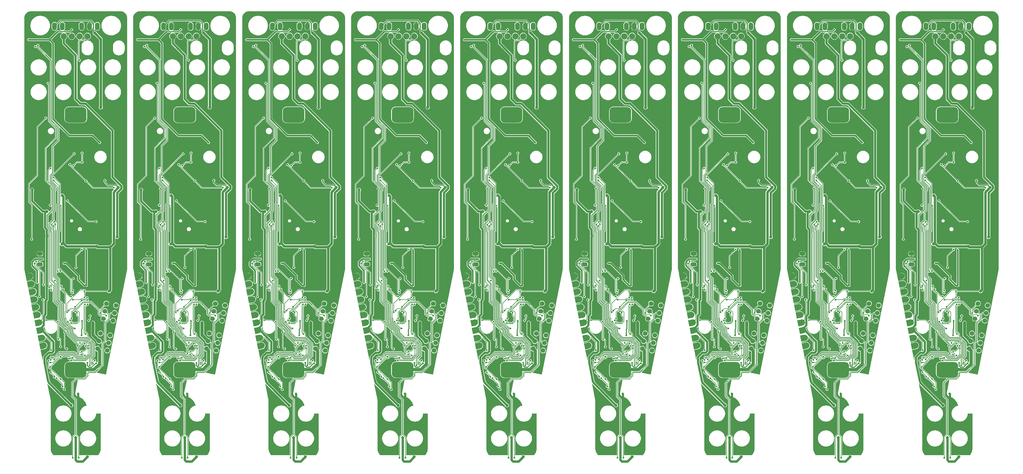
<source format=gbr>
G04 Layer_Physical_Order=2*
G04 Layer_Color=16711680*
%FSLAX25Y25*%
%MOIN*%
%TF.FileFunction,Copper,L2,Bot,Signal*%
%TF.Part,CustomerPanel*%
G01*
G75*
%TA.AperFunction,Conductor*%
%ADD58C,0.00591*%
%ADD59C,0.03150*%
%ADD60C,0.01181*%
%ADD61C,0.01968*%
%ADD64C,0.03937*%
%ADD65C,0.02756*%
%ADD66C,0.02500*%
%TA.AperFunction,ComponentPad*%
%ADD68C,0.07874*%
%TA.AperFunction,ViaPad*%
%ADD69C,0.07874*%
%TA.AperFunction,ComponentPad*%
%ADD70C,0.02500*%
%ADD71O,0.06000X0.09937*%
%ADD72C,0.06000*%
%ADD73O,0.07874X0.05512*%
%TA.AperFunction,ViaPad*%
%ADD74C,0.02362*%
%ADD75C,0.01968*%
%ADD76C,0.01575*%
%ADD77C,0.03937*%
%ADD78C,0.03150*%
%TA.AperFunction,NonConductor*%
G04:AMPARAMS|DCode=79|XSize=52.83mil|YSize=78.74mil|CornerRadius=0mil|HoleSize=0mil|Usage=FLASHONLY|Rotation=11.000|XOffset=0mil|YOffset=0mil|HoleType=Round|Shape=Rectangle|*
%AMROTATEDRECTD79*
4,1,4,-0.01842,-0.04369,-0.03344,0.03361,0.01842,0.04369,0.03344,-0.03361,-0.01842,-0.04369,0.0*
%
%ADD79ROTATEDRECTD79*%

%TA.AperFunction,SMDPad,CuDef*%
G04:AMPARAMS|DCode=80|XSize=275.59mil|YSize=196.85mil|CornerRadius=49.21mil|HoleSize=0mil|Usage=FLASHONLY|Rotation=180.000|XOffset=0mil|YOffset=0mil|HoleType=Round|Shape=RoundedRectangle|*
%AMROUNDEDRECTD80*
21,1,0.27559,0.09842,0,0,180.0*
21,1,0.17716,0.19685,0,0,180.0*
1,1,0.09842,-0.08858,0.04921*
1,1,0.09842,0.08858,0.04921*
1,1,0.09842,0.08858,-0.04921*
1,1,0.09842,-0.08858,-0.04921*
%
%ADD80ROUNDEDRECTD80*%
G36*
X1232935Y630924D02*
X1233760Y630924D01*
X1235378Y630602D01*
X1236902Y629971D01*
X1238274Y629054D01*
X1239441Y627888D01*
X1240357Y626516D01*
X1240989Y624992D01*
X1241310Y623374D01*
X1241310Y622549D01*
X1241310Y622549D01*
X1241311Y622549D01*
X1241311Y302866D01*
X1241300Y302371D01*
X1241300Y302370D01*
X1241300Y302370D01*
X1241300D01*
X1241300Y302370D01*
X1214514Y168438D01*
X1202874Y170709D01*
X1202728Y171187D01*
X1211568Y180027D01*
X1211568Y180027D01*
X1211764Y180320D01*
X1211833Y180666D01*
X1211833Y180666D01*
Y207712D01*
X1213957Y209836D01*
X1214394Y209566D01*
X1214293Y209266D01*
X1214236Y208323D01*
X1214424Y207397D01*
X1214846Y206550D01*
X1215472Y205842D01*
X1216261Y205321D01*
X1217157Y205020D01*
X1218101Y204963D01*
X1219027Y205151D01*
X1219874Y205573D01*
X1220582Y206200D01*
X1221103Y206988D01*
X1221403Y207885D01*
X1221461Y208828D01*
X1221273Y209755D01*
X1220851Y210601D01*
X1220224Y211309D01*
X1219436Y211830D01*
X1218539Y212130D01*
X1217596Y212188D01*
X1216669Y212000D01*
X1215823Y211578D01*
X1215115Y210951D01*
X1215098Y210925D01*
X1214598Y211075D01*
Y232977D01*
X1219467Y237847D01*
X1219529Y237833D01*
X1219929Y237613D01*
X1219880Y236800D01*
X1220068Y235873D01*
X1220490Y235027D01*
X1221116Y234319D01*
X1221905Y233797D01*
X1222801Y233497D01*
X1223745Y233439D01*
X1224671Y233628D01*
X1225517Y234050D01*
X1226225Y234676D01*
X1226747Y235465D01*
X1227047Y236361D01*
X1227105Y237305D01*
X1226917Y238231D01*
X1226495Y239077D01*
X1225868Y239785D01*
X1225080Y240307D01*
X1224183Y240607D01*
X1223240Y240665D01*
X1222313Y240476D01*
X1221467Y240054D01*
X1220759Y239428D01*
X1220333Y238784D01*
X1219833Y238934D01*
Y244401D01*
X1221242Y245811D01*
X1221890D01*
X1221946Y245535D01*
X1222368Y244689D01*
X1222994Y243981D01*
X1223783Y243459D01*
X1224679Y243159D01*
X1225623Y243101D01*
X1226549Y243290D01*
X1227396Y243711D01*
X1228104Y244338D01*
X1228625Y245126D01*
X1228925Y246023D01*
X1228983Y246966D01*
X1228795Y247893D01*
X1228373Y248739D01*
X1227746Y249447D01*
X1226958Y249969D01*
X1226061Y250269D01*
X1225118Y250326D01*
X1224191Y250138D01*
X1223345Y249716D01*
X1222637Y249090D01*
X1222115Y248301D01*
X1221886Y247617D01*
X1220868D01*
X1220522Y247548D01*
X1220229Y247353D01*
X1220229Y247352D01*
X1218339Y245462D01*
X1216261Y247540D01*
X1216558Y248427D01*
X1216616Y249370D01*
X1216428Y250297D01*
X1216006Y251143D01*
X1215379Y251851D01*
X1214591Y252373D01*
X1213694Y252673D01*
X1212751Y252730D01*
X1211824Y252542D01*
X1210978Y252120D01*
X1210270Y251494D01*
X1209748Y250705D01*
X1209448Y249809D01*
X1209391Y248865D01*
X1209579Y247939D01*
X1209607Y247883D01*
X1209174Y247631D01*
X1209026Y247853D01*
X1208652Y248103D01*
Y251272D01*
X1213059Y255680D01*
X1213294Y255524D01*
X1214190Y255224D01*
X1215134Y255167D01*
X1216061Y255355D01*
X1216907Y255777D01*
X1217615Y256403D01*
X1218136Y257192D01*
X1218436Y258088D01*
X1218494Y259032D01*
X1218306Y259959D01*
X1217884Y260805D01*
X1217257Y261513D01*
X1216469Y262034D01*
X1215572Y262334D01*
X1214629Y262392D01*
X1213702Y262204D01*
X1212856Y261782D01*
X1212148Y261155D01*
X1211626Y260367D01*
X1211326Y259470D01*
X1211269Y258527D01*
X1211457Y257600D01*
X1211779Y256955D01*
X1207110Y252285D01*
X1206914Y251992D01*
X1206899Y251915D01*
X1206368Y251810D01*
X1206320Y251881D01*
X1196515Y261686D01*
X1196222Y261882D01*
X1195876Y261951D01*
X1192488D01*
X1192252Y262392D01*
X1192317Y262490D01*
X1192455Y263181D01*
X1192317Y263872D01*
X1191926Y264458D01*
X1191554Y264706D01*
Y264857D01*
X1191946Y265442D01*
X1192083Y266134D01*
X1191946Y266825D01*
X1191554Y267411D01*
X1190968Y267803D01*
X1190277Y267940D01*
X1189586Y267803D01*
X1189000Y267411D01*
X1188929Y267305D01*
X1188328D01*
X1188226Y267458D01*
X1187852Y267708D01*
Y272354D01*
X1188226Y272604D01*
X1188617Y273190D01*
X1188687Y273540D01*
X1188931Y273641D01*
X1189277Y273572D01*
X1215953D01*
X1216113Y273185D01*
X1216523Y272650D01*
X1217058Y272240D01*
X1217680Y271982D01*
X1218348Y271894D01*
X1219016Y271982D01*
X1219639Y272240D01*
X1220173Y272650D01*
X1220584Y273185D01*
X1220842Y273808D01*
X1220848Y273852D01*
X1221410Y274414D01*
X1221888Y275131D01*
X1222056Y275975D01*
Y329149D01*
X1222084Y329185D01*
X1222342Y329807D01*
X1222348Y329852D01*
X1225762Y333267D01*
X1226241Y333983D01*
X1226409Y334828D01*
Y341376D01*
X1226909Y341613D01*
X1227258Y341346D01*
X1227880Y341088D01*
X1228548Y341000D01*
X1229216Y341088D01*
X1229839Y341346D01*
X1230373Y341756D01*
X1230784Y342290D01*
X1231042Y342913D01*
X1231129Y343581D01*
X1231042Y344249D01*
X1230784Y344872D01*
X1230555Y345169D01*
Y398682D01*
X1235505Y403631D01*
X1235940Y404282D01*
X1236092Y405050D01*
Y408312D01*
X1235940Y409080D01*
X1235505Y409731D01*
X1224705Y420531D01*
Y478931D01*
X1224552Y479700D01*
X1224117Y480351D01*
X1189752Y514716D01*
X1189101Y515151D01*
X1188333Y515304D01*
X1182585D01*
X1177855Y520034D01*
Y574781D01*
X1177703Y575549D01*
X1177268Y576200D01*
X1162755Y590712D01*
Y595012D01*
X1163032Y595126D01*
X1163978Y595852D01*
X1164703Y596798D01*
X1165159Y597899D01*
X1165315Y599081D01*
X1165159Y600263D01*
X1164703Y601364D01*
X1163978Y602310D01*
X1163032Y603036D01*
X1162450Y603277D01*
X1162549Y603777D01*
X1168248D01*
X1168248Y603777D01*
X1168709Y603868D01*
X1169100Y604130D01*
X1170662Y605692D01*
X1170748Y605675D01*
X1171440Y605812D01*
X1172026Y606204D01*
X1172417Y606790D01*
X1172555Y607481D01*
X1172417Y608172D01*
X1172026Y608758D01*
X1171440Y609150D01*
X1170748Y609287D01*
X1170057Y609150D01*
X1169471Y608758D01*
X1169079Y608172D01*
X1168942Y607481D01*
X1168959Y607395D01*
X1167750Y606185D01*
X1160765D01*
X1160651Y606434D01*
X1160627Y606685D01*
X1161309Y607208D01*
X1161885Y607959D01*
X1162247Y608832D01*
X1162370Y609769D01*
Y613706D01*
X1162247Y614643D01*
X1161885Y615517D01*
X1161309Y616267D01*
X1160559Y616843D01*
X1159686Y617204D01*
X1158748Y617328D01*
X1157811Y617204D01*
X1156938Y616843D01*
X1156188Y616267D01*
X1155612Y615517D01*
X1155250Y614643D01*
X1155127Y613706D01*
Y609769D01*
X1155250Y608832D01*
X1155612Y607959D01*
X1156188Y607208D01*
X1156869Y606685D01*
X1156846Y606434D01*
X1156732Y606185D01*
X1153781D01*
X1153363Y606464D01*
X1152748Y606587D01*
X1152134Y606464D01*
X1151613Y606116D01*
X1141783Y596287D01*
X1116734D01*
X1116640Y596350D01*
X1115948Y596487D01*
X1115257Y596350D01*
X1114671Y595958D01*
X1114279Y595372D01*
X1114142Y594681D01*
X1114279Y593990D01*
X1114671Y593404D01*
X1115257Y593012D01*
X1115948Y592875D01*
X1116640Y593012D01*
X1116734Y593075D01*
X1141783D01*
X1145361Y589498D01*
Y570369D01*
X1144899Y570178D01*
X1128912Y586165D01*
X1128926Y586304D01*
X1129317Y586890D01*
X1129455Y587581D01*
X1129317Y588272D01*
X1128926Y588858D01*
X1128340Y589250D01*
X1127648Y589387D01*
X1126957Y589250D01*
X1126371Y588858D01*
X1125980Y588272D01*
X1125860Y587670D01*
X1125577Y587478D01*
X1125369Y587397D01*
X1125140Y587550D01*
X1124448Y587687D01*
X1123757Y587550D01*
X1123171Y587158D01*
X1122779Y586572D01*
X1122642Y585881D01*
X1122779Y585190D01*
X1123171Y584604D01*
X1123757Y584212D01*
X1124448Y584075D01*
X1125140Y584212D01*
X1125726Y584604D01*
X1126273Y584579D01*
X1143012Y567840D01*
Y491814D01*
X1143081Y491468D01*
X1143277Y491176D01*
X1152045Y482407D01*
Y467026D01*
X1145329Y460309D01*
X1145133Y460016D01*
X1145064Y459670D01*
Y432767D01*
X1144564Y432500D01*
X1144340Y432650D01*
X1143648Y432787D01*
X1142957Y432650D01*
X1142371Y432258D01*
X1141980Y431672D01*
X1141842Y430981D01*
X1141930Y430540D01*
X1140691Y429301D01*
X1140495Y429008D01*
X1140426Y428662D01*
Y414634D01*
X1139964Y414442D01*
X1138552Y415855D01*
Y456768D01*
X1151187Y469403D01*
X1151187Y469403D01*
X1151383Y469696D01*
X1151451Y470042D01*
Y481881D01*
X1151383Y482227D01*
X1151187Y482520D01*
X1142451Y491255D01*
Y538226D01*
X1142451Y538227D01*
X1142383Y538572D01*
X1142282Y538723D01*
X1142377Y539204D01*
X1142240Y539895D01*
X1141848Y540481D01*
X1141262Y540873D01*
X1140571Y541010D01*
X1139880Y540873D01*
X1139294Y540481D01*
X1138902Y539895D01*
X1138765Y539204D01*
X1138902Y538513D01*
X1139294Y537926D01*
X1139880Y537535D01*
X1140571Y537397D01*
X1140645Y537336D01*
Y490881D01*
X1140714Y490535D01*
X1140910Y490242D01*
X1149645Y481507D01*
Y470416D01*
X1137010Y457780D01*
X1136814Y457487D01*
X1136745Y457142D01*
Y415481D01*
X1136814Y415135D01*
X1137010Y414842D01*
X1144308Y407544D01*
X1144163Y407065D01*
X1144057Y407044D01*
X1143471Y406653D01*
X1143079Y406067D01*
X1142942Y405375D01*
X1143079Y404684D01*
X1143471Y404098D01*
X1143845Y403848D01*
Y386114D01*
X1143684Y385868D01*
X1143448Y385682D01*
X1142757Y385544D01*
X1142171Y385153D01*
X1141780Y384567D01*
X1141642Y383875D01*
X1141780Y383184D01*
X1142171Y382598D01*
X1142757Y382207D01*
X1143448Y382069D01*
X1144140Y382207D01*
X1144526Y382465D01*
X1145026Y382217D01*
Y378736D01*
X1142137Y375847D01*
X1141660Y376077D01*
X1141592Y376593D01*
X1141334Y377216D01*
X1140924Y377750D01*
X1140389Y378160D01*
X1139767Y378418D01*
X1139099Y378506D01*
X1138431Y378418D01*
X1137808Y378160D01*
X1137511Y377932D01*
X1134430D01*
X1122355Y390007D01*
Y401888D01*
X1122584Y402185D01*
X1122841Y402808D01*
X1122929Y403476D01*
X1122841Y404144D01*
X1122584Y404766D01*
X1122174Y405301D01*
X1121639Y405711D01*
X1121016Y405969D01*
X1120348Y406057D01*
X1119680Y405969D01*
X1119058Y405711D01*
X1118523Y405301D01*
X1118113Y404766D01*
X1117855Y404144D01*
X1117767Y403476D01*
X1117855Y402808D01*
X1118113Y402185D01*
X1118341Y401888D01*
Y389176D01*
X1118494Y388407D01*
X1118929Y387756D01*
X1132180Y374506D01*
X1132831Y374071D01*
X1133599Y373918D01*
X1134438D01*
X1134729Y373563D01*
Y355352D01*
X1134882Y354584D01*
X1135317Y353933D01*
X1137134Y352116D01*
Y346242D01*
X1137191Y345957D01*
Y343805D01*
X1137134Y343520D01*
Y281781D01*
X1137187Y281517D01*
X1137144Y281454D01*
X1136992Y280686D01*
Y278076D01*
X1137041Y277827D01*
Y264607D01*
X1136389Y263955D01*
X1135847Y264119D01*
X1135817Y264267D01*
X1135426Y264853D01*
X1134840Y265244D01*
X1134148Y265382D01*
X1133457Y265244D01*
X1132871Y264853D01*
X1132479Y264267D01*
X1132342Y263576D01*
X1132479Y262884D01*
X1132871Y262298D01*
X1133011Y262205D01*
X1133014Y262189D01*
X1133210Y261895D01*
X1134085Y261021D01*
Y246045D01*
X1132380Y244340D01*
X1132049Y244406D01*
X1131868Y244515D01*
X1131816Y245310D01*
X1131434Y246440D01*
X1130773Y247431D01*
X1129877Y248218D01*
X1128808Y248746D01*
X1127639Y248980D01*
X1126541Y248909D01*
X1126462Y248925D01*
X1121377Y247937D01*
X1121273Y248416D01*
X1121550Y248834D01*
X1126266Y249750D01*
X1126269Y249752D01*
X1126281Y249753D01*
X1127411Y250135D01*
X1128402Y250797D01*
X1129189Y251692D01*
X1129717Y252761D01*
X1129951Y253930D01*
X1129874Y255120D01*
X1129492Y256249D01*
X1128830Y257241D01*
X1127935Y258028D01*
X1126866Y258556D01*
X1125697Y258789D01*
X1124599Y258718D01*
X1124519Y258735D01*
X1119416Y257743D01*
X1119312Y258222D01*
X1119589Y258640D01*
X1124323Y259560D01*
X1124327Y259562D01*
X1124339Y259563D01*
X1125468Y259945D01*
X1126460Y260606D01*
X1127247Y261502D01*
X1127775Y262571D01*
X1128009Y263740D01*
X1127932Y264929D01*
X1127549Y266059D01*
X1126888Y267050D01*
X1125992Y267837D01*
X1124924Y268365D01*
X1123755Y268599D01*
X1122656Y268528D01*
X1122577Y268544D01*
X1117455Y267548D01*
X1117351Y268028D01*
X1117628Y268445D01*
X1122381Y269369D01*
X1122384Y269372D01*
X1122397Y269372D01*
X1123526Y269755D01*
X1124518Y270416D01*
X1125304Y271311D01*
X1125833Y272380D01*
X1126066Y273549D01*
X1125989Y274739D01*
X1125607Y275868D01*
X1124946Y276860D01*
X1124050Y277647D01*
X1122981Y278175D01*
X1121812Y278409D01*
X1120714Y278338D01*
X1120635Y278354D01*
X1115494Y277354D01*
X1115390Y277834D01*
X1115666Y278251D01*
X1120439Y279179D01*
X1120442Y279181D01*
X1120454Y279182D01*
X1121583Y279564D01*
X1122575Y280225D01*
X1123362Y281121D01*
X1123890Y282190D01*
X1124124Y283359D01*
X1124047Y284548D01*
X1123665Y285678D01*
X1123003Y286669D01*
X1122108Y287456D01*
X1121039Y287984D01*
X1119870Y288218D01*
X1118772Y288147D01*
X1118692Y288163D01*
X1113518Y287157D01*
X1110396Y302764D01*
X1110394Y302776D01*
X1110390Y302801D01*
X1110388Y302826D01*
X1110386Y302851D01*
Y622549D01*
Y623374D01*
X1110708Y624992D01*
X1111339Y626516D01*
X1112256Y627888D01*
X1113423Y629054D01*
X1114794Y629971D01*
X1116319Y630602D01*
X1117937Y630924D01*
X1118762D01*
X1118762Y630924D01*
X1232935Y630924D01*
D02*
G37*
G36*
X1094137D02*
X1094962Y630924D01*
X1096580Y630602D01*
X1098104Y629971D01*
X1099476Y629054D01*
X1100642Y627888D01*
X1101559Y626516D01*
X1102190Y624992D01*
X1102512Y623374D01*
X1102512Y622549D01*
X1102512Y622549D01*
X1102512Y622549D01*
X1102512Y302866D01*
X1102502Y302371D01*
X1102502Y302370D01*
X1102502Y302370D01*
X1102502D01*
X1102502Y302370D01*
X1075716Y168438D01*
X1064075Y170709D01*
X1063929Y171187D01*
X1072770Y180027D01*
X1072770Y180027D01*
X1072966Y180320D01*
X1073034Y180666D01*
X1073034Y180666D01*
Y207712D01*
X1075159Y209836D01*
X1075595Y209566D01*
X1075495Y209266D01*
X1075437Y208323D01*
X1075626Y207397D01*
X1076048Y206550D01*
X1076674Y205842D01*
X1077462Y205321D01*
X1078359Y205020D01*
X1079303Y204963D01*
X1080229Y205151D01*
X1081075Y205573D01*
X1081783Y206200D01*
X1082305Y206988D01*
X1082605Y207885D01*
X1082663Y208828D01*
X1082474Y209755D01*
X1082053Y210601D01*
X1081426Y211309D01*
X1080638Y211830D01*
X1079741Y212130D01*
X1078798Y212188D01*
X1077871Y212000D01*
X1077025Y211578D01*
X1076317Y210951D01*
X1076299Y210925D01*
X1075799Y211075D01*
Y232977D01*
X1080669Y237847D01*
X1080731Y237833D01*
X1081131Y237613D01*
X1081081Y236800D01*
X1081270Y235873D01*
X1081692Y235027D01*
X1082318Y234319D01*
X1083106Y233797D01*
X1084003Y233497D01*
X1084947Y233439D01*
X1085873Y233628D01*
X1086719Y234050D01*
X1087427Y234676D01*
X1087949Y235465D01*
X1088249Y236361D01*
X1088307Y237305D01*
X1088118Y238231D01*
X1087696Y239077D01*
X1087070Y239785D01*
X1086282Y240307D01*
X1085385Y240607D01*
X1084441Y240665D01*
X1083515Y240476D01*
X1082669Y240054D01*
X1081961Y239428D01*
X1081534Y238784D01*
X1081034Y238934D01*
Y244401D01*
X1082444Y245811D01*
X1083092D01*
X1083148Y245535D01*
X1083570Y244689D01*
X1084196Y243981D01*
X1084984Y243459D01*
X1085881Y243159D01*
X1086825Y243101D01*
X1087751Y243290D01*
X1088597Y243711D01*
X1089305Y244338D01*
X1089827Y245126D01*
X1090127Y246023D01*
X1090185Y246966D01*
X1089996Y247893D01*
X1089574Y248739D01*
X1088948Y249447D01*
X1088160Y249969D01*
X1087263Y250269D01*
X1086319Y250326D01*
X1085393Y250138D01*
X1084547Y249716D01*
X1083839Y249090D01*
X1083317Y248301D01*
X1083088Y247617D01*
X1082069D01*
X1081724Y247548D01*
X1081431Y247353D01*
X1081431Y247352D01*
X1079541Y245462D01*
X1077463Y247540D01*
X1077760Y248427D01*
X1077818Y249370D01*
X1077629Y250297D01*
X1077207Y251143D01*
X1076581Y251851D01*
X1075793Y252373D01*
X1074896Y252673D01*
X1073952Y252730D01*
X1073026Y252542D01*
X1072180Y252120D01*
X1071472Y251494D01*
X1070950Y250705D01*
X1070650Y249809D01*
X1070592Y248865D01*
X1070781Y247939D01*
X1070809Y247883D01*
X1070376Y247631D01*
X1070227Y247853D01*
X1069853Y248103D01*
Y251272D01*
X1074261Y255680D01*
X1074496Y255524D01*
X1075392Y255224D01*
X1076336Y255167D01*
X1077262Y255355D01*
X1078108Y255777D01*
X1078816Y256403D01*
X1079338Y257192D01*
X1079638Y258088D01*
X1079696Y259032D01*
X1079507Y259959D01*
X1079086Y260805D01*
X1078459Y261513D01*
X1077671Y262034D01*
X1076774Y262334D01*
X1075830Y262392D01*
X1074904Y262204D01*
X1074058Y261782D01*
X1073350Y261155D01*
X1072828Y260367D01*
X1072528Y259470D01*
X1072470Y258527D01*
X1072659Y257600D01*
X1072981Y256955D01*
X1068311Y252285D01*
X1068116Y251992D01*
X1068100Y251915D01*
X1067570Y251810D01*
X1067522Y251881D01*
X1057716Y261686D01*
X1057423Y261882D01*
X1057078Y261951D01*
X1053689D01*
X1053454Y262392D01*
X1053519Y262490D01*
X1053656Y263181D01*
X1053519Y263872D01*
X1053127Y264458D01*
X1052756Y264706D01*
Y264857D01*
X1053148Y265442D01*
X1053285Y266134D01*
X1053148Y266825D01*
X1052756Y267411D01*
X1052170Y267803D01*
X1051479Y267940D01*
X1050787Y267803D01*
X1050201Y267411D01*
X1050131Y267305D01*
X1049529D01*
X1049427Y267458D01*
X1049053Y267708D01*
Y272354D01*
X1049427Y272604D01*
X1049819Y273190D01*
X1049889Y273540D01*
X1050133Y273641D01*
X1050479Y273572D01*
X1077154D01*
X1077315Y273185D01*
X1077725Y272650D01*
X1078259Y272240D01*
X1078882Y271982D01*
X1079550Y271894D01*
X1080218Y271982D01*
X1080841Y272240D01*
X1081375Y272650D01*
X1081785Y273185D01*
X1082043Y273808D01*
X1082049Y273852D01*
X1082611Y274414D01*
X1083090Y275131D01*
X1083258Y275975D01*
Y329149D01*
X1083285Y329185D01*
X1083543Y329807D01*
X1083549Y329852D01*
X1086964Y333267D01*
X1087443Y333983D01*
X1087611Y334828D01*
Y341376D01*
X1088111Y341613D01*
X1088459Y341346D01*
X1089082Y341088D01*
X1089750Y341000D01*
X1090418Y341088D01*
X1091041Y341346D01*
X1091575Y341756D01*
X1091985Y342290D01*
X1092243Y342913D01*
X1092331Y343581D01*
X1092243Y344249D01*
X1091985Y344872D01*
X1091757Y345169D01*
Y398682D01*
X1096706Y403631D01*
X1097141Y404282D01*
X1097294Y405050D01*
Y408312D01*
X1097141Y409080D01*
X1096706Y409731D01*
X1085907Y420531D01*
Y478931D01*
X1085754Y479700D01*
X1085319Y480351D01*
X1050953Y514716D01*
X1050302Y515151D01*
X1049534Y515304D01*
X1043787D01*
X1039057Y520034D01*
Y574781D01*
X1038904Y575549D01*
X1038469Y576200D01*
X1023957Y590712D01*
Y595012D01*
X1024233Y595126D01*
X1025179Y595852D01*
X1025905Y596798D01*
X1026361Y597899D01*
X1026517Y599081D01*
X1026361Y600263D01*
X1025905Y601364D01*
X1025179Y602310D01*
X1024233Y603036D01*
X1023652Y603277D01*
X1023751Y603777D01*
X1029450D01*
X1029450Y603777D01*
X1029911Y603868D01*
X1030302Y604130D01*
X1031864Y605692D01*
X1031950Y605675D01*
X1032641Y605812D01*
X1033227Y606204D01*
X1033619Y606790D01*
X1033757Y607481D01*
X1033619Y608172D01*
X1033227Y608758D01*
X1032641Y609150D01*
X1031950Y609287D01*
X1031259Y609150D01*
X1030673Y608758D01*
X1030281Y608172D01*
X1030144Y607481D01*
X1030161Y607395D01*
X1028951Y606185D01*
X1021966D01*
X1021852Y606434D01*
X1021829Y606685D01*
X1022511Y607208D01*
X1023086Y607959D01*
X1023448Y608832D01*
X1023572Y609769D01*
Y613706D01*
X1023448Y614643D01*
X1023086Y615517D01*
X1022511Y616267D01*
X1021761Y616843D01*
X1020887Y617204D01*
X1019950Y617328D01*
X1019013Y617204D01*
X1018139Y616843D01*
X1017389Y616267D01*
X1016814Y615517D01*
X1016452Y614643D01*
X1016329Y613706D01*
Y609769D01*
X1016452Y608832D01*
X1016814Y607959D01*
X1017389Y607208D01*
X1018071Y606685D01*
X1018048Y606434D01*
X1017934Y606185D01*
X1014982D01*
X1014565Y606464D01*
X1013950Y606587D01*
X1013336Y606464D01*
X1012815Y606116D01*
X1002985Y596287D01*
X977936D01*
X977841Y596350D01*
X977150Y596487D01*
X976459Y596350D01*
X975873Y595958D01*
X975481Y595372D01*
X975344Y594681D01*
X975481Y593990D01*
X975873Y593404D01*
X976459Y593012D01*
X977150Y592875D01*
X977841Y593012D01*
X977936Y593075D01*
X1002985D01*
X1006563Y589498D01*
Y570369D01*
X1006101Y570178D01*
X990114Y586165D01*
X990127Y586304D01*
X990519Y586890D01*
X990656Y587581D01*
X990519Y588272D01*
X990127Y588858D01*
X989541Y589250D01*
X988850Y589387D01*
X988159Y589250D01*
X987573Y588858D01*
X987181Y588272D01*
X987061Y587670D01*
X986778Y587478D01*
X986571Y587397D01*
X986341Y587550D01*
X985650Y587687D01*
X984959Y587550D01*
X984373Y587158D01*
X983981Y586572D01*
X983844Y585881D01*
X983981Y585190D01*
X984373Y584604D01*
X984959Y584212D01*
X985650Y584075D01*
X986341Y584212D01*
X986927Y584604D01*
X987475Y584579D01*
X1004214Y567840D01*
Y491814D01*
X1004283Y491468D01*
X1004478Y491176D01*
X1013247Y482407D01*
Y467026D01*
X1006530Y460309D01*
X1006335Y460016D01*
X1006266Y459670D01*
Y432767D01*
X1005766Y432500D01*
X1005541Y432650D01*
X1004850Y432787D01*
X1004159Y432650D01*
X1003573Y432258D01*
X1003181Y431672D01*
X1003044Y430981D01*
X1003131Y430540D01*
X1001892Y429301D01*
X1001697Y429008D01*
X1001628Y428662D01*
Y414634D01*
X1001166Y414442D01*
X999753Y415855D01*
Y456768D01*
X1012389Y469403D01*
X1012389Y469403D01*
X1012584Y469696D01*
X1012653Y470042D01*
Y481881D01*
X1012584Y482227D01*
X1012389Y482520D01*
X1003653Y491255D01*
Y538226D01*
X1003653Y538227D01*
X1003584Y538572D01*
X1003484Y538723D01*
X1003579Y539204D01*
X1003442Y539895D01*
X1003050Y540481D01*
X1002464Y540873D01*
X1001773Y541010D01*
X1001081Y540873D01*
X1000496Y540481D01*
X1000104Y539895D01*
X999966Y539204D01*
X1000104Y538513D01*
X1000496Y537926D01*
X1001081Y537535D01*
X1001773Y537397D01*
X1001847Y537336D01*
Y490881D01*
X1001916Y490535D01*
X1002111Y490242D01*
X1010847Y481507D01*
Y470416D01*
X998211Y457780D01*
X998016Y457487D01*
X997947Y457142D01*
Y415481D01*
X998016Y415135D01*
X998211Y414842D01*
X1005510Y407544D01*
X1005365Y407065D01*
X1005259Y407044D01*
X1004673Y406653D01*
X1004281Y406067D01*
X1004144Y405375D01*
X1004281Y404684D01*
X1004673Y404098D01*
X1005047Y403848D01*
Y386114D01*
X1004886Y385868D01*
X1004650Y385682D01*
X1003959Y385544D01*
X1003373Y385153D01*
X1002981Y384567D01*
X1002844Y383875D01*
X1002981Y383184D01*
X1003373Y382598D01*
X1003959Y382207D01*
X1004650Y382069D01*
X1005341Y382207D01*
X1005728Y382465D01*
X1006228Y382217D01*
Y378736D01*
X1003339Y375847D01*
X1002862Y376077D01*
X1002794Y376593D01*
X1002536Y377216D01*
X1002126Y377750D01*
X1001591Y378160D01*
X1000968Y378418D01*
X1000301Y378506D01*
X999632Y378418D01*
X999010Y378160D01*
X998712Y377932D01*
X995632D01*
X983557Y390007D01*
Y401888D01*
X983785Y402185D01*
X984043Y402808D01*
X984131Y403476D01*
X984043Y404144D01*
X983785Y404766D01*
X983375Y405301D01*
X982841Y405711D01*
X982218Y405969D01*
X981550Y406057D01*
X980882Y405969D01*
X980260Y405711D01*
X979725Y405301D01*
X979315Y404766D01*
X979057Y404144D01*
X978969Y403476D01*
X979057Y402808D01*
X979315Y402185D01*
X979543Y401888D01*
Y389176D01*
X979696Y388407D01*
X980131Y387756D01*
X993381Y374506D01*
X994032Y374071D01*
X994800Y373918D01*
X995640D01*
X995931Y373563D01*
Y355352D01*
X996084Y354584D01*
X996519Y353933D01*
X998336Y352116D01*
Y346242D01*
X998393Y345957D01*
Y343805D01*
X998336Y343520D01*
Y281781D01*
X998388Y281517D01*
X998346Y281454D01*
X998193Y280686D01*
Y278076D01*
X998243Y277827D01*
Y264607D01*
X997591Y263955D01*
X997048Y264119D01*
X997019Y264267D01*
X996627Y264853D01*
X996041Y265244D01*
X995350Y265382D01*
X994659Y265244D01*
X994073Y264853D01*
X993681Y264267D01*
X993544Y263576D01*
X993681Y262884D01*
X994073Y262298D01*
X994212Y262205D01*
X994216Y262189D01*
X994411Y261895D01*
X995286Y261021D01*
Y246045D01*
X993582Y244340D01*
X993251Y244406D01*
X993069Y244515D01*
X993018Y245310D01*
X992636Y246440D01*
X991974Y247431D01*
X991079Y248218D01*
X990010Y248746D01*
X988841Y248980D01*
X987743Y248909D01*
X987663Y248925D01*
X982579Y247937D01*
X982475Y248416D01*
X982752Y248834D01*
X987467Y249750D01*
X987471Y249752D01*
X987483Y249753D01*
X988612Y250135D01*
X989604Y250797D01*
X990391Y251692D01*
X990919Y252761D01*
X991153Y253930D01*
X991076Y255120D01*
X990693Y256249D01*
X990032Y257241D01*
X989136Y258028D01*
X988068Y258556D01*
X986899Y258789D01*
X985800Y258718D01*
X985721Y258735D01*
X980618Y257743D01*
X980514Y258222D01*
X980791Y258640D01*
X985525Y259560D01*
X985528Y259562D01*
X985541Y259563D01*
X986670Y259945D01*
X987662Y260606D01*
X988449Y261502D01*
X988977Y262571D01*
X989210Y263740D01*
X989133Y264929D01*
X988751Y266059D01*
X988090Y267050D01*
X987194Y267837D01*
X986125Y268365D01*
X984956Y268599D01*
X983858Y268528D01*
X983779Y268544D01*
X978657Y267548D01*
X978553Y268028D01*
X978829Y268445D01*
X983583Y269369D01*
X983586Y269372D01*
X983598Y269372D01*
X984727Y269755D01*
X985719Y270416D01*
X986506Y271311D01*
X987034Y272380D01*
X987268Y273549D01*
X987191Y274739D01*
X986809Y275868D01*
X986147Y276860D01*
X985252Y277647D01*
X984183Y278175D01*
X983014Y278409D01*
X981916Y278338D01*
X981836Y278354D01*
X976696Y277354D01*
X976591Y277834D01*
X976868Y278251D01*
X981640Y279179D01*
X981643Y279181D01*
X981656Y279182D01*
X982785Y279564D01*
X983777Y280225D01*
X984564Y281121D01*
X985092Y282190D01*
X985326Y283359D01*
X985249Y284548D01*
X984867Y285678D01*
X984205Y286669D01*
X983309Y287456D01*
X982241Y287984D01*
X981072Y288218D01*
X979973Y288147D01*
X979894Y288163D01*
X974719Y287157D01*
X971598Y302764D01*
X971595Y302776D01*
X971592Y302801D01*
X971589Y302826D01*
X971588Y302851D01*
Y622549D01*
Y623374D01*
X971910Y624992D01*
X972541Y626516D01*
X973458Y627888D01*
X974624Y629054D01*
X975996Y629971D01*
X977520Y630602D01*
X979138Y630924D01*
X979963D01*
X979963Y630924D01*
X1094137Y630924D01*
D02*
G37*
G36*
X955338D02*
X956163Y630924D01*
X957782Y630602D01*
X959306Y629971D01*
X960678Y629054D01*
X961844Y627888D01*
X962761Y626516D01*
X963392Y624992D01*
X963714Y623374D01*
X963714Y622549D01*
X963714Y622549D01*
X963714Y622549D01*
X963714Y302866D01*
X963704Y302371D01*
X963704Y302370D01*
X963704Y302370D01*
X963704D01*
X963704Y302370D01*
X936917Y168438D01*
X925277Y170709D01*
X925131Y171187D01*
X933972Y180027D01*
X933972Y180027D01*
X934167Y180320D01*
X934236Y180666D01*
X934236Y180666D01*
Y207712D01*
X936360Y209836D01*
X936797Y209566D01*
X936697Y209266D01*
X936639Y208323D01*
X936828Y207397D01*
X937249Y206550D01*
X937876Y205842D01*
X938664Y205321D01*
X939561Y205020D01*
X940504Y204963D01*
X941431Y205151D01*
X942277Y205573D01*
X942985Y206200D01*
X943507Y206988D01*
X943807Y207885D01*
X943865Y208828D01*
X943676Y209755D01*
X943254Y210601D01*
X942628Y211309D01*
X941839Y211830D01*
X940943Y212130D01*
X939999Y212188D01*
X939073Y212000D01*
X938227Y211578D01*
X937519Y210951D01*
X937501Y210925D01*
X937001Y211075D01*
Y232977D01*
X941870Y237847D01*
X941932Y237833D01*
X942333Y237613D01*
X942283Y236800D01*
X942472Y235873D01*
X942893Y235027D01*
X943520Y234319D01*
X944308Y233797D01*
X945205Y233497D01*
X946148Y233439D01*
X947075Y233628D01*
X947921Y234050D01*
X948629Y234676D01*
X949151Y235465D01*
X949451Y236361D01*
X949508Y237305D01*
X949320Y238231D01*
X948898Y239077D01*
X948272Y239785D01*
X947483Y240307D01*
X946587Y240607D01*
X945643Y240665D01*
X944717Y240476D01*
X943871Y240054D01*
X943163Y239428D01*
X942736Y238784D01*
X942236Y238934D01*
Y244401D01*
X943645Y245811D01*
X944293D01*
X944349Y245535D01*
X944771Y244689D01*
X945398Y243981D01*
X946186Y243459D01*
X947083Y243159D01*
X948026Y243101D01*
X948953Y243290D01*
X949799Y243711D01*
X950507Y244338D01*
X951029Y245126D01*
X951329Y246023D01*
X951387Y246966D01*
X951198Y247893D01*
X950776Y248739D01*
X950150Y249447D01*
X949361Y249969D01*
X948465Y250269D01*
X947521Y250326D01*
X946595Y250138D01*
X945749Y249716D01*
X945041Y249090D01*
X944519Y248301D01*
X944290Y247617D01*
X943271D01*
X942926Y247548D01*
X942633Y247353D01*
X942633Y247352D01*
X940742Y245462D01*
X938665Y247540D01*
X938962Y248427D01*
X939019Y249370D01*
X938831Y250297D01*
X938409Y251143D01*
X937783Y251851D01*
X936994Y252373D01*
X936098Y252673D01*
X935154Y252730D01*
X934228Y252542D01*
X933382Y252120D01*
X932674Y251494D01*
X932152Y250705D01*
X931852Y249809D01*
X931794Y248865D01*
X931983Y247939D01*
X932010Y247883D01*
X931577Y247631D01*
X931429Y247853D01*
X931055Y248103D01*
Y251272D01*
X935462Y255680D01*
X935697Y255524D01*
X936594Y255224D01*
X937537Y255167D01*
X938464Y255355D01*
X939310Y255777D01*
X940018Y256403D01*
X940540Y257192D01*
X940840Y258088D01*
X940898Y259032D01*
X940709Y259959D01*
X940287Y260805D01*
X939661Y261513D01*
X938872Y262034D01*
X937976Y262334D01*
X937032Y262392D01*
X936106Y262204D01*
X935260Y261782D01*
X934552Y261155D01*
X934030Y260367D01*
X933730Y259470D01*
X933672Y258527D01*
X933861Y257600D01*
X934183Y256955D01*
X929513Y252285D01*
X929317Y251992D01*
X929302Y251915D01*
X928771Y251810D01*
X928724Y251881D01*
X918918Y261686D01*
X918625Y261882D01*
X918280Y261951D01*
X914891D01*
X914655Y262392D01*
X914721Y262490D01*
X914858Y263181D01*
X914721Y263872D01*
X914329Y264458D01*
X913958Y264706D01*
Y264857D01*
X914349Y265442D01*
X914487Y266134D01*
X914349Y266825D01*
X913958Y267411D01*
X913372Y267803D01*
X912680Y267940D01*
X911989Y267803D01*
X911403Y267411D01*
X911333Y267305D01*
X910731D01*
X910629Y267458D01*
X910255Y267708D01*
Y272354D01*
X910629Y272604D01*
X911021Y273190D01*
X911090Y273540D01*
X911335Y273641D01*
X911680Y273572D01*
X938356D01*
X938517Y273185D01*
X938927Y272650D01*
X939461Y272240D01*
X940084Y271982D01*
X940752Y271894D01*
X941420Y271982D01*
X942042Y272240D01*
X942577Y272650D01*
X942987Y273185D01*
X943245Y273808D01*
X943251Y273852D01*
X943813Y274414D01*
X944291Y275131D01*
X944460Y275975D01*
Y329149D01*
X944487Y329185D01*
X944745Y329807D01*
X944751Y329852D01*
X948166Y333267D01*
X948644Y333983D01*
X948812Y334828D01*
Y341376D01*
X949312Y341613D01*
X949661Y341346D01*
X950284Y341088D01*
X950952Y341000D01*
X951620Y341088D01*
X952242Y341346D01*
X952777Y341756D01*
X953187Y342290D01*
X953445Y342913D01*
X953533Y343581D01*
X953445Y344249D01*
X953187Y344872D01*
X952959Y345169D01*
Y398682D01*
X957908Y403631D01*
X958343Y404282D01*
X958496Y405050D01*
Y408312D01*
X958343Y409080D01*
X957908Y409731D01*
X947108Y420531D01*
Y478931D01*
X946956Y479700D01*
X946521Y480351D01*
X912155Y514716D01*
X911504Y515151D01*
X910736Y515304D01*
X904989D01*
X900259Y520034D01*
Y574781D01*
X900106Y575549D01*
X899671Y576200D01*
X885159Y590712D01*
Y595012D01*
X885435Y595126D01*
X886381Y595852D01*
X887107Y596798D01*
X887563Y597899D01*
X887718Y599081D01*
X887563Y600263D01*
X887107Y601364D01*
X886381Y602310D01*
X885435Y603036D01*
X884853Y603277D01*
X884953Y603777D01*
X890652D01*
X890652Y603777D01*
X891113Y603868D01*
X891503Y604130D01*
X893066Y605692D01*
X893152Y605675D01*
X893843Y605812D01*
X894429Y606204D01*
X894821Y606790D01*
X894958Y607481D01*
X894821Y608172D01*
X894429Y608758D01*
X893843Y609150D01*
X893152Y609287D01*
X892461Y609150D01*
X891875Y608758D01*
X891483Y608172D01*
X891345Y607481D01*
X891363Y607395D01*
X890153Y606185D01*
X883168D01*
X883054Y606434D01*
X883031Y606685D01*
X883713Y607208D01*
X884288Y607959D01*
X884650Y608832D01*
X884773Y609769D01*
Y613706D01*
X884650Y614643D01*
X884288Y615517D01*
X883713Y616267D01*
X882963Y616843D01*
X882089Y617204D01*
X881152Y617328D01*
X880215Y617204D01*
X879341Y616843D01*
X878591Y616267D01*
X878016Y615517D01*
X877654Y614643D01*
X877530Y613706D01*
Y609769D01*
X877654Y608832D01*
X878016Y607959D01*
X878591Y607208D01*
X879273Y606685D01*
X879250Y606434D01*
X879135Y606185D01*
X876184D01*
X875766Y606464D01*
X875152Y606587D01*
X874537Y606464D01*
X874016Y606116D01*
X864187Y596287D01*
X839138D01*
X839043Y596350D01*
X838352Y596487D01*
X837661Y596350D01*
X837074Y595958D01*
X836683Y595372D01*
X836545Y594681D01*
X836683Y593990D01*
X837074Y593404D01*
X837661Y593012D01*
X838352Y592875D01*
X839043Y593012D01*
X839138Y593075D01*
X864187D01*
X867764Y589498D01*
Y570369D01*
X867302Y570178D01*
X851315Y586165D01*
X851329Y586304D01*
X851721Y586890D01*
X851858Y587581D01*
X851721Y588272D01*
X851329Y588858D01*
X850743Y589250D01*
X850052Y589387D01*
X849360Y589250D01*
X848775Y588858D01*
X848383Y588272D01*
X848263Y587670D01*
X847980Y587478D01*
X847772Y587397D01*
X847543Y587550D01*
X846852Y587687D01*
X846161Y587550D01*
X845574Y587158D01*
X845183Y586572D01*
X845045Y585881D01*
X845183Y585190D01*
X845574Y584604D01*
X846161Y584212D01*
X846852Y584075D01*
X847543Y584212D01*
X848129Y584604D01*
X848677Y584579D01*
X865416Y567840D01*
Y491814D01*
X865484Y491468D01*
X865680Y491176D01*
X874449Y482407D01*
Y467026D01*
X867732Y460309D01*
X867536Y460016D01*
X867467Y459670D01*
Y432767D01*
X866967Y432500D01*
X866743Y432650D01*
X866052Y432787D01*
X865361Y432650D01*
X864775Y432258D01*
X864383Y431672D01*
X864245Y430981D01*
X864333Y430540D01*
X863094Y429301D01*
X862899Y429008D01*
X862830Y428662D01*
Y414634D01*
X862368Y414442D01*
X860955Y415855D01*
Y456768D01*
X873590Y469403D01*
X873590Y469403D01*
X873786Y469696D01*
X873855Y470042D01*
Y481881D01*
X873786Y482227D01*
X873590Y482520D01*
X864855Y491255D01*
Y538226D01*
X864855Y538227D01*
X864786Y538572D01*
X864685Y538723D01*
X864781Y539204D01*
X864643Y539895D01*
X864252Y540481D01*
X863666Y540873D01*
X862974Y541010D01*
X862283Y540873D01*
X861697Y540481D01*
X861306Y539895D01*
X861168Y539204D01*
X861306Y538513D01*
X861697Y537926D01*
X862283Y537535D01*
X862974Y537397D01*
X863049Y537336D01*
Y490881D01*
X863117Y490535D01*
X863313Y490242D01*
X872049Y481507D01*
Y470416D01*
X859413Y457780D01*
X859217Y457487D01*
X859149Y457142D01*
Y415481D01*
X859217Y415135D01*
X859413Y414842D01*
X866712Y407544D01*
X866566Y407065D01*
X866461Y407044D01*
X865874Y406653D01*
X865483Y406067D01*
X865345Y405375D01*
X865483Y404684D01*
X865874Y404098D01*
X866249Y403848D01*
Y386114D01*
X866088Y385868D01*
X865852Y385682D01*
X865160Y385544D01*
X864575Y385153D01*
X864183Y384567D01*
X864045Y383875D01*
X864183Y383184D01*
X864575Y382598D01*
X865160Y382207D01*
X865852Y382069D01*
X866543Y382207D01*
X866930Y382465D01*
X867430Y382217D01*
Y378736D01*
X864541Y375847D01*
X864063Y376077D01*
X863995Y376593D01*
X863737Y377216D01*
X863327Y377750D01*
X862793Y378160D01*
X862170Y378418D01*
X861502Y378506D01*
X860834Y378418D01*
X860212Y378160D01*
X859914Y377932D01*
X856833D01*
X844759Y390007D01*
Y401888D01*
X844987Y402185D01*
X845245Y402808D01*
X845333Y403476D01*
X845245Y404144D01*
X844987Y404766D01*
X844577Y405301D01*
X844042Y405711D01*
X843420Y405969D01*
X842752Y406057D01*
X842084Y405969D01*
X841461Y405711D01*
X840927Y405301D01*
X840516Y404766D01*
X840259Y404144D01*
X840171Y403476D01*
X840259Y402808D01*
X840516Y402185D01*
X840745Y401888D01*
Y389176D01*
X840897Y388407D01*
X841333Y387756D01*
X854583Y374506D01*
X855234Y374071D01*
X856002Y373918D01*
X856841D01*
X857133Y373563D01*
Y355352D01*
X857286Y354584D01*
X857721Y353933D01*
X859538Y352116D01*
Y346242D01*
X859594Y345957D01*
Y343805D01*
X859538Y343520D01*
Y281781D01*
X859590Y281517D01*
X859548Y281454D01*
X859395Y280686D01*
Y278076D01*
X859445Y277827D01*
Y264607D01*
X858792Y263955D01*
X858250Y264119D01*
X858221Y264267D01*
X857829Y264853D01*
X857243Y265244D01*
X856552Y265382D01*
X855861Y265244D01*
X855274Y264853D01*
X854883Y264267D01*
X854745Y263576D01*
X854883Y262884D01*
X855274Y262298D01*
X855414Y262205D01*
X855417Y262189D01*
X855613Y261895D01*
X856488Y261021D01*
Y246045D01*
X854784Y244340D01*
X854453Y244406D01*
X854271Y244515D01*
X854220Y245310D01*
X853837Y246440D01*
X853176Y247431D01*
X852281Y248218D01*
X851212Y248746D01*
X850043Y248980D01*
X848944Y248909D01*
X848865Y248925D01*
X843781Y247937D01*
X843677Y248416D01*
X843954Y248834D01*
X848669Y249750D01*
X848672Y249752D01*
X848685Y249753D01*
X849814Y250135D01*
X850806Y250797D01*
X851593Y251692D01*
X852121Y252761D01*
X852354Y253930D01*
X852277Y255120D01*
X851895Y256249D01*
X851234Y257241D01*
X850338Y258028D01*
X849269Y258556D01*
X848100Y258789D01*
X847002Y258718D01*
X846923Y258735D01*
X841820Y257743D01*
X841715Y258222D01*
X841992Y258640D01*
X846727Y259560D01*
X846730Y259562D01*
X846742Y259563D01*
X847872Y259945D01*
X848863Y260606D01*
X849650Y261502D01*
X850178Y262571D01*
X850412Y263740D01*
X850335Y264929D01*
X849953Y266059D01*
X849291Y267050D01*
X848396Y267837D01*
X847327Y268365D01*
X846158Y268599D01*
X845060Y268528D01*
X844980Y268544D01*
X839859Y267548D01*
X839754Y268028D01*
X840031Y268445D01*
X844784Y269369D01*
X844788Y269372D01*
X844800Y269372D01*
X845929Y269755D01*
X846921Y270416D01*
X847708Y271311D01*
X848236Y272380D01*
X848470Y273549D01*
X848393Y274739D01*
X848011Y275868D01*
X847349Y276860D01*
X846453Y277647D01*
X845385Y278175D01*
X844216Y278409D01*
X843117Y278338D01*
X843038Y278354D01*
X837897Y277354D01*
X837793Y277834D01*
X838070Y278251D01*
X842842Y279179D01*
X842845Y279181D01*
X842858Y279182D01*
X843987Y279564D01*
X844979Y280225D01*
X845765Y281121D01*
X846294Y282190D01*
X846527Y283359D01*
X846450Y284548D01*
X846068Y285678D01*
X845407Y286669D01*
X844511Y287456D01*
X843442Y287984D01*
X842273Y288218D01*
X841175Y288147D01*
X841096Y288163D01*
X835921Y287157D01*
X832800Y302764D01*
X832797Y302776D01*
X832793Y302801D01*
X832791Y302826D01*
X832790Y302851D01*
Y622549D01*
Y623374D01*
X833111Y624992D01*
X833743Y626516D01*
X834659Y627888D01*
X835826Y629054D01*
X837198Y629971D01*
X838722Y630602D01*
X840340Y630924D01*
X841165D01*
X841165Y630924D01*
X955338Y630924D01*
D02*
G37*
G36*
X816540D02*
X817365Y630924D01*
X818983Y630602D01*
X820507Y629971D01*
X821879Y629054D01*
X823046Y627888D01*
X823962Y626516D01*
X824594Y624992D01*
X824916Y623374D01*
X824916Y622549D01*
X824916Y622549D01*
X824916Y622549D01*
X824916Y302866D01*
X824906Y302371D01*
X824906Y302370D01*
X824906Y302370D01*
X824906D01*
X824906Y302370D01*
X798119Y168438D01*
X786479Y170709D01*
X786333Y171187D01*
X795173Y180027D01*
X795173Y180027D01*
X795369Y180320D01*
X795438Y180666D01*
X795438Y180666D01*
Y207712D01*
X797562Y209836D01*
X797999Y209566D01*
X797898Y209266D01*
X797841Y208323D01*
X798029Y207397D01*
X798451Y206550D01*
X799078Y205842D01*
X799866Y205321D01*
X800762Y205020D01*
X801706Y204963D01*
X802633Y205151D01*
X803479Y205573D01*
X804187Y206200D01*
X804708Y206988D01*
X805009Y207885D01*
X805066Y208828D01*
X804878Y209755D01*
X804456Y210601D01*
X803829Y211309D01*
X803041Y211830D01*
X802145Y212130D01*
X801201Y212188D01*
X800274Y212000D01*
X799428Y211578D01*
X798720Y210951D01*
X798703Y210925D01*
X798203Y211075D01*
Y232977D01*
X803072Y237847D01*
X803134Y237833D01*
X803535Y237613D01*
X803485Y236800D01*
X803673Y235873D01*
X804095Y235027D01*
X804722Y234319D01*
X805510Y233797D01*
X806406Y233497D01*
X807350Y233439D01*
X808276Y233628D01*
X809123Y234050D01*
X809831Y234676D01*
X810353Y235465D01*
X810652Y236361D01*
X810710Y237305D01*
X810522Y238231D01*
X810100Y239077D01*
X809473Y239785D01*
X808685Y240307D01*
X807788Y240607D01*
X806845Y240665D01*
X805918Y240476D01*
X805072Y240054D01*
X804364Y239428D01*
X803938Y238784D01*
X803438Y238934D01*
Y244401D01*
X804847Y245811D01*
X805495D01*
X805551Y245535D01*
X805973Y244689D01*
X806600Y243981D01*
X807388Y243459D01*
X808284Y243159D01*
X809228Y243101D01*
X810155Y243290D01*
X811001Y243711D01*
X811709Y244338D01*
X812230Y245126D01*
X812531Y246023D01*
X812588Y246966D01*
X812400Y247893D01*
X811978Y248739D01*
X811351Y249447D01*
X810563Y249969D01*
X809667Y250269D01*
X808723Y250326D01*
X807796Y250138D01*
X806950Y249716D01*
X806242Y249090D01*
X805721Y248301D01*
X805492Y247617D01*
X804473D01*
X804127Y247548D01*
X803834Y247353D01*
X803834Y247352D01*
X801944Y245462D01*
X799867Y247540D01*
X800163Y248427D01*
X800221Y249370D01*
X800033Y250297D01*
X799611Y251143D01*
X798984Y251851D01*
X798196Y252373D01*
X797299Y252673D01*
X796356Y252730D01*
X795430Y252542D01*
X794583Y252120D01*
X793875Y251494D01*
X793354Y250705D01*
X793053Y249809D01*
X792996Y248865D01*
X793184Y247939D01*
X793212Y247883D01*
X792779Y247631D01*
X792631Y247853D01*
X792257Y248103D01*
Y251272D01*
X796664Y255680D01*
X796899Y255524D01*
X797796Y255224D01*
X798739Y255167D01*
X799666Y255355D01*
X800512Y255777D01*
X801220Y256403D01*
X801742Y257192D01*
X802042Y258088D01*
X802099Y259032D01*
X801911Y259959D01*
X801489Y260805D01*
X800863Y261513D01*
X800074Y262034D01*
X799178Y262334D01*
X798234Y262392D01*
X797307Y262204D01*
X796461Y261782D01*
X795753Y261155D01*
X795232Y260367D01*
X794932Y259470D01*
X794874Y258527D01*
X795062Y257600D01*
X795384Y256955D01*
X790715Y252285D01*
X790519Y251992D01*
X790504Y251915D01*
X789973Y251810D01*
X789925Y251881D01*
X780120Y261686D01*
X779827Y261882D01*
X779481Y261951D01*
X776093D01*
X775857Y262392D01*
X775922Y262490D01*
X776060Y263181D01*
X775922Y263872D01*
X775531Y264458D01*
X775159Y264706D01*
Y264857D01*
X775551Y265442D01*
X775688Y266134D01*
X775551Y266825D01*
X775159Y267411D01*
X774573Y267803D01*
X773882Y267940D01*
X773191Y267803D01*
X772605Y267411D01*
X772534Y267305D01*
X771933D01*
X771831Y267458D01*
X771457Y267708D01*
Y272354D01*
X771831Y272604D01*
X772222Y273190D01*
X772292Y273540D01*
X772537Y273641D01*
X772882Y273572D01*
X799558D01*
X799718Y273185D01*
X800128Y272650D01*
X800663Y272240D01*
X801285Y271982D01*
X801954Y271894D01*
X802622Y271982D01*
X803244Y272240D01*
X803779Y272650D01*
X804189Y273185D01*
X804447Y273808D01*
X804453Y273852D01*
X805015Y274414D01*
X805493Y275131D01*
X805661Y275975D01*
Y329149D01*
X805689Y329185D01*
X805947Y329807D01*
X805953Y329852D01*
X809367Y333267D01*
X809846Y333983D01*
X810014Y334828D01*
Y341376D01*
X810514Y341613D01*
X810863Y341346D01*
X811485Y341088D01*
X812154Y341000D01*
X812822Y341088D01*
X813444Y341346D01*
X813979Y341756D01*
X814389Y342290D01*
X814647Y342913D01*
X814735Y343581D01*
X814647Y344249D01*
X814389Y344872D01*
X814161Y345169D01*
Y398682D01*
X819110Y403631D01*
X819545Y404282D01*
X819698Y405050D01*
Y408312D01*
X819545Y409080D01*
X819110Y409731D01*
X808310Y420531D01*
Y478931D01*
X808157Y479700D01*
X807722Y480351D01*
X773357Y514716D01*
X772706Y515151D01*
X771938Y515304D01*
X766190D01*
X761461Y520034D01*
Y574781D01*
X761308Y575549D01*
X760873Y576200D01*
X746361Y590712D01*
Y595012D01*
X746637Y595126D01*
X747583Y595852D01*
X748308Y596798D01*
X748765Y597899D01*
X748920Y599081D01*
X748765Y600263D01*
X748308Y601364D01*
X747583Y602310D01*
X746637Y603036D01*
X746055Y603277D01*
X746155Y603777D01*
X751854D01*
X751854Y603777D01*
X752314Y603868D01*
X752705Y604130D01*
X754267Y605692D01*
X754354Y605675D01*
X755045Y605812D01*
X755631Y606204D01*
X756022Y606790D01*
X756160Y607481D01*
X756022Y608172D01*
X755631Y608758D01*
X755045Y609150D01*
X754354Y609287D01*
X753662Y609150D01*
X753076Y608758D01*
X752685Y608172D01*
X752547Y607481D01*
X752564Y607395D01*
X751355Y606185D01*
X744370D01*
X744256Y606434D01*
X744233Y606685D01*
X744914Y607208D01*
X745490Y607959D01*
X745852Y608832D01*
X745975Y609769D01*
Y613706D01*
X745852Y614643D01*
X745490Y615517D01*
X744914Y616267D01*
X744164Y616843D01*
X743291Y617204D01*
X742353Y617328D01*
X741416Y617204D01*
X740543Y616843D01*
X739793Y616267D01*
X739217Y615517D01*
X738855Y614643D01*
X738732Y613706D01*
Y609769D01*
X738855Y608832D01*
X739217Y607959D01*
X739793Y607208D01*
X740475Y606685D01*
X740451Y606434D01*
X740337Y606185D01*
X737386D01*
X736968Y606464D01*
X736353Y606587D01*
X735739Y606464D01*
X735218Y606116D01*
X725388Y596287D01*
X700339D01*
X700245Y596350D01*
X699553Y596487D01*
X698862Y596350D01*
X698276Y595958D01*
X697885Y595372D01*
X697747Y594681D01*
X697885Y593990D01*
X698276Y593404D01*
X698862Y593012D01*
X699553Y592875D01*
X700245Y593012D01*
X700339Y593075D01*
X725388D01*
X728966Y589498D01*
Y570369D01*
X728504Y570178D01*
X712517Y586165D01*
X712531Y586304D01*
X712922Y586890D01*
X713060Y587581D01*
X712922Y588272D01*
X712531Y588858D01*
X711945Y589250D01*
X711253Y589387D01*
X710562Y589250D01*
X709976Y588858D01*
X709585Y588272D01*
X709465Y587670D01*
X709182Y587478D01*
X708974Y587397D01*
X708745Y587550D01*
X708053Y587687D01*
X707362Y587550D01*
X706776Y587158D01*
X706385Y586572D01*
X706247Y585881D01*
X706385Y585190D01*
X706776Y584604D01*
X707362Y584212D01*
X708053Y584075D01*
X708745Y584212D01*
X709331Y584604D01*
X709878Y584579D01*
X726617Y567840D01*
Y491814D01*
X726686Y491468D01*
X726882Y491176D01*
X735650Y482407D01*
Y467026D01*
X728934Y460309D01*
X728738Y460016D01*
X728669Y459670D01*
Y432767D01*
X728169Y432500D01*
X727945Y432650D01*
X727253Y432787D01*
X726562Y432650D01*
X725976Y432258D01*
X725585Y431672D01*
X725447Y430981D01*
X725535Y430540D01*
X724296Y429301D01*
X724100Y429008D01*
X724031Y428662D01*
Y414634D01*
X723569Y414442D01*
X722157Y415855D01*
Y456768D01*
X734792Y469403D01*
X734792Y469403D01*
X734988Y469696D01*
X735057Y470042D01*
Y481881D01*
X734988Y482227D01*
X734792Y482520D01*
X726057Y491255D01*
Y538226D01*
X726057Y538227D01*
X725988Y538572D01*
X725887Y538723D01*
X725983Y539204D01*
X725845Y539895D01*
X725454Y540481D01*
X724867Y540873D01*
X724176Y541010D01*
X723485Y540873D01*
X722899Y540481D01*
X722507Y539895D01*
X722370Y539204D01*
X722507Y538513D01*
X722899Y537926D01*
X723485Y537535D01*
X724176Y537397D01*
X724250Y537336D01*
Y490881D01*
X724319Y490535D01*
X724515Y490242D01*
X733250Y481507D01*
Y470416D01*
X720615Y457780D01*
X720419Y457487D01*
X720350Y457142D01*
Y415481D01*
X720419Y415135D01*
X720615Y414842D01*
X727913Y407544D01*
X727768Y407065D01*
X727662Y407044D01*
X727076Y406653D01*
X726685Y406067D01*
X726547Y405375D01*
X726685Y404684D01*
X727076Y404098D01*
X727450Y403848D01*
Y386114D01*
X727290Y385868D01*
X727053Y385682D01*
X726362Y385544D01*
X725776Y385153D01*
X725385Y384567D01*
X725247Y383875D01*
X725385Y383184D01*
X725776Y382598D01*
X726362Y382207D01*
X727053Y382069D01*
X727745Y382207D01*
X728131Y382465D01*
X728631Y382217D01*
Y378736D01*
X725742Y375847D01*
X725265Y376077D01*
X725197Y376593D01*
X724939Y377216D01*
X724529Y377750D01*
X723994Y378160D01*
X723372Y378418D01*
X722704Y378506D01*
X722036Y378418D01*
X721413Y378160D01*
X721116Y377932D01*
X718035D01*
X705961Y390007D01*
Y401888D01*
X706189Y402185D01*
X706447Y402808D01*
X706535Y403476D01*
X706447Y404144D01*
X706189Y404766D01*
X705779Y405301D01*
X705244Y405711D01*
X704622Y405969D01*
X703954Y406057D01*
X703286Y405969D01*
X702663Y405711D01*
X702128Y405301D01*
X701718Y404766D01*
X701460Y404144D01*
X701372Y403476D01*
X701460Y402808D01*
X701718Y402185D01*
X701946Y401888D01*
Y389176D01*
X702099Y388407D01*
X702534Y387756D01*
X715785Y374506D01*
X716436Y374071D01*
X717204Y373918D01*
X718043D01*
X718335Y373563D01*
Y355352D01*
X718487Y354584D01*
X718923Y353933D01*
X720739Y352116D01*
Y346242D01*
X720796Y345957D01*
Y343805D01*
X720739Y343520D01*
Y281781D01*
X720792Y281517D01*
X720750Y281454D01*
X720597Y280686D01*
Y278076D01*
X720646Y277827D01*
Y264607D01*
X719994Y263955D01*
X719452Y264119D01*
X719422Y264267D01*
X719031Y264853D01*
X718445Y265244D01*
X717754Y265382D01*
X717062Y265244D01*
X716476Y264853D01*
X716085Y264267D01*
X715947Y263576D01*
X716085Y262884D01*
X716476Y262298D01*
X716616Y262205D01*
X716619Y262189D01*
X716815Y261895D01*
X717690Y261021D01*
Y246045D01*
X715985Y244340D01*
X715654Y244406D01*
X715473Y244515D01*
X715421Y245310D01*
X715039Y246440D01*
X714378Y247431D01*
X713482Y248218D01*
X712414Y248746D01*
X711244Y248980D01*
X710146Y248909D01*
X710067Y248925D01*
X704983Y247937D01*
X704878Y248416D01*
X705155Y248834D01*
X709871Y249750D01*
X709874Y249752D01*
X709887Y249753D01*
X711016Y250135D01*
X712008Y250797D01*
X712794Y251692D01*
X713322Y252761D01*
X713556Y253930D01*
X713479Y255120D01*
X713097Y256249D01*
X712435Y257241D01*
X711540Y258028D01*
X710471Y258556D01*
X709302Y258789D01*
X708204Y258718D01*
X708124Y258735D01*
X703021Y257743D01*
X702917Y258222D01*
X703194Y258640D01*
X707929Y259560D01*
X707932Y259562D01*
X707944Y259563D01*
X709073Y259945D01*
X710065Y260606D01*
X710852Y261502D01*
X711380Y262571D01*
X711614Y263740D01*
X711537Y264929D01*
X711155Y266059D01*
X710493Y267050D01*
X709597Y267837D01*
X708529Y268365D01*
X707360Y268599D01*
X706261Y268528D01*
X706182Y268544D01*
X701060Y267548D01*
X700956Y268028D01*
X701233Y268445D01*
X705986Y269369D01*
X705989Y269372D01*
X706002Y269372D01*
X707131Y269755D01*
X708123Y270416D01*
X708910Y271311D01*
X709438Y272380D01*
X709671Y273549D01*
X709594Y274739D01*
X709212Y275868D01*
X708551Y276860D01*
X707655Y277647D01*
X706586Y278175D01*
X705417Y278409D01*
X704319Y278338D01*
X704240Y278354D01*
X699099Y277354D01*
X698995Y277834D01*
X699272Y278251D01*
X704044Y279179D01*
X704047Y279181D01*
X704059Y279182D01*
X705189Y279564D01*
X706180Y280225D01*
X706967Y281121D01*
X707495Y282190D01*
X707729Y283359D01*
X707652Y284548D01*
X707270Y285678D01*
X706608Y286669D01*
X705713Y287456D01*
X704644Y287984D01*
X703475Y288218D01*
X702377Y288147D01*
X702297Y288163D01*
X697123Y287157D01*
X694001Y302764D01*
X693999Y302776D01*
X693995Y302801D01*
X693993Y302826D01*
X693991Y302851D01*
Y622549D01*
Y623374D01*
X694313Y624992D01*
X694945Y626516D01*
X695861Y627888D01*
X697028Y629054D01*
X698400Y629971D01*
X699924Y630602D01*
X701542Y630924D01*
X702367D01*
X702367Y630924D01*
X816540Y630924D01*
D02*
G37*
G36*
X677742D02*
X678567Y630924D01*
X680185Y630602D01*
X681709Y629971D01*
X683081Y629054D01*
X684247Y627888D01*
X685164Y626516D01*
X685795Y624992D01*
X686117Y623374D01*
X686117Y622549D01*
X686117Y622549D01*
X686117Y622549D01*
X686117Y302866D01*
X686107Y302371D01*
X686107Y302370D01*
X686107Y302370D01*
X686107D01*
X686107Y302370D01*
X659321Y168438D01*
X647681Y170709D01*
X647535Y171187D01*
X656375Y180027D01*
X656375Y180027D01*
X656571Y180320D01*
X656639Y180666D01*
X656639Y180666D01*
Y207712D01*
X658764Y209836D01*
X659200Y209566D01*
X659100Y209266D01*
X659043Y208323D01*
X659231Y207397D01*
X659653Y206550D01*
X660279Y205842D01*
X661068Y205321D01*
X661964Y205020D01*
X662908Y204963D01*
X663834Y205151D01*
X664680Y205573D01*
X665388Y206200D01*
X665910Y206988D01*
X666210Y207885D01*
X666268Y208828D01*
X666080Y209755D01*
X665658Y210601D01*
X665031Y211309D01*
X664243Y211830D01*
X663346Y212130D01*
X662403Y212188D01*
X661476Y212000D01*
X660630Y211578D01*
X659922Y210951D01*
X659904Y210925D01*
X659404Y211075D01*
Y232977D01*
X664274Y237847D01*
X664336Y237833D01*
X664736Y237613D01*
X664686Y236800D01*
X664875Y235873D01*
X665297Y235027D01*
X665923Y234319D01*
X666712Y233797D01*
X667608Y233497D01*
X668552Y233439D01*
X669478Y233628D01*
X670324Y234050D01*
X671032Y234676D01*
X671554Y235465D01*
X671854Y236361D01*
X671912Y237305D01*
X671723Y238231D01*
X671302Y239077D01*
X670675Y239785D01*
X669887Y240307D01*
X668990Y240607D01*
X668047Y240665D01*
X667120Y240476D01*
X666274Y240054D01*
X665566Y239428D01*
X665139Y238784D01*
X664640Y238934D01*
Y244401D01*
X666049Y245811D01*
X666697D01*
X666753Y245535D01*
X667175Y244689D01*
X667801Y243981D01*
X668590Y243459D01*
X669486Y243159D01*
X670430Y243101D01*
X671356Y243290D01*
X672202Y243711D01*
X672910Y244338D01*
X673432Y245126D01*
X673732Y246023D01*
X673790Y246966D01*
X673601Y247893D01*
X673180Y248739D01*
X672553Y249447D01*
X671765Y249969D01*
X670868Y250269D01*
X669925Y250326D01*
X668998Y250138D01*
X668152Y249716D01*
X667444Y249090D01*
X666922Y248301D01*
X666693Y247617D01*
X665675D01*
X665329Y247548D01*
X665036Y247353D01*
X665036Y247352D01*
X663146Y245462D01*
X661068Y247540D01*
X661365Y248427D01*
X661423Y249370D01*
X661235Y250297D01*
X660813Y251143D01*
X660186Y251851D01*
X659398Y252373D01*
X658501Y252673D01*
X657558Y252730D01*
X656631Y252542D01*
X655785Y252120D01*
X655077Y251494D01*
X654555Y250705D01*
X654255Y249809D01*
X654198Y248865D01*
X654386Y247939D01*
X654414Y247883D01*
X653981Y247631D01*
X653832Y247853D01*
X653458Y248103D01*
Y251272D01*
X657866Y255680D01*
X658101Y255524D01*
X658997Y255224D01*
X659941Y255167D01*
X660867Y255355D01*
X661713Y255777D01*
X662422Y256403D01*
X662943Y257192D01*
X663243Y258088D01*
X663301Y259032D01*
X663112Y259959D01*
X662691Y260805D01*
X662064Y261513D01*
X661276Y262034D01*
X660379Y262334D01*
X659436Y262392D01*
X658509Y262204D01*
X657663Y261782D01*
X656955Y261155D01*
X656433Y260367D01*
X656133Y259470D01*
X656076Y258527D01*
X656264Y257600D01*
X656586Y256955D01*
X651917Y252285D01*
X651721Y251992D01*
X651706Y251915D01*
X651175Y251810D01*
X651127Y251881D01*
X641322Y261686D01*
X641029Y261882D01*
X640683Y261951D01*
X637294D01*
X637059Y262392D01*
X637124Y262490D01*
X637262Y263181D01*
X637124Y263872D01*
X636732Y264458D01*
X636361Y264706D01*
Y264857D01*
X636753Y265442D01*
X636890Y266134D01*
X636753Y266825D01*
X636361Y267411D01*
X635775Y267803D01*
X635084Y267940D01*
X634392Y267803D01*
X633807Y267411D01*
X633736Y267305D01*
X633135D01*
X633033Y267458D01*
X632658Y267708D01*
Y272354D01*
X633033Y272604D01*
X633424Y273190D01*
X633494Y273540D01*
X633738Y273641D01*
X634084Y273572D01*
X660759D01*
X660920Y273185D01*
X661330Y272650D01*
X661865Y272240D01*
X662487Y271982D01*
X663155Y271894D01*
X663823Y271982D01*
X664446Y272240D01*
X664980Y272650D01*
X665391Y273185D01*
X665648Y273808D01*
X665654Y273852D01*
X666216Y274414D01*
X666695Y275131D01*
X666863Y275975D01*
Y329149D01*
X666891Y329185D01*
X667148Y329807D01*
X667154Y329852D01*
X670569Y333267D01*
X671048Y333983D01*
X671216Y334828D01*
Y341376D01*
X671716Y341613D01*
X672065Y341346D01*
X672687Y341088D01*
X673355Y341000D01*
X674023Y341088D01*
X674646Y341346D01*
X675180Y341756D01*
X675591Y342290D01*
X675848Y342913D01*
X675936Y343581D01*
X675848Y344249D01*
X675591Y344872D01*
X675362Y345169D01*
Y398682D01*
X680311Y403631D01*
X680747Y404282D01*
X680899Y405050D01*
Y408312D01*
X680747Y409080D01*
X680311Y409731D01*
X669512Y420531D01*
Y478931D01*
X669359Y479700D01*
X668924Y480351D01*
X634559Y514716D01*
X633908Y515151D01*
X633140Y515304D01*
X627392D01*
X622662Y520034D01*
Y574781D01*
X622509Y575549D01*
X622075Y576200D01*
X607562Y590712D01*
Y595012D01*
X607839Y595126D01*
X608784Y595852D01*
X609510Y596798D01*
X609966Y597899D01*
X610122Y599081D01*
X609966Y600263D01*
X609510Y601364D01*
X608784Y602310D01*
X607839Y603036D01*
X607257Y603277D01*
X607356Y603777D01*
X613055D01*
X613055Y603777D01*
X613516Y603868D01*
X613907Y604130D01*
X615469Y605692D01*
X615555Y605675D01*
X616247Y605812D01*
X616832Y606204D01*
X617224Y606790D01*
X617362Y607481D01*
X617224Y608172D01*
X616832Y608758D01*
X616247Y609150D01*
X615555Y609287D01*
X614864Y609150D01*
X614278Y608758D01*
X613886Y608172D01*
X613749Y607481D01*
X613766Y607395D01*
X612556Y606185D01*
X605572D01*
X605457Y606434D01*
X605434Y606685D01*
X606116Y607208D01*
X606692Y607959D01*
X607053Y608832D01*
X607177Y609769D01*
Y613706D01*
X607053Y614643D01*
X606692Y615517D01*
X606116Y616267D01*
X605366Y616843D01*
X604493Y617204D01*
X603555Y617328D01*
X602618Y617204D01*
X601745Y616843D01*
X600994Y616267D01*
X600419Y615517D01*
X600057Y614643D01*
X599934Y613706D01*
Y609769D01*
X600057Y608832D01*
X600419Y607959D01*
X600994Y607208D01*
X601676Y606685D01*
X601653Y606434D01*
X601539Y606185D01*
X598588D01*
X598170Y606464D01*
X597555Y606587D01*
X596941Y606464D01*
X596420Y606116D01*
X586590Y596287D01*
X561541D01*
X561447Y596350D01*
X560755Y596487D01*
X560064Y596350D01*
X559478Y595958D01*
X559086Y595372D01*
X558949Y594681D01*
X559086Y593990D01*
X559478Y593404D01*
X560064Y593012D01*
X560755Y592875D01*
X561447Y593012D01*
X561541Y593075D01*
X586590D01*
X590168Y589498D01*
Y570369D01*
X589706Y570178D01*
X573719Y586165D01*
X573733Y586304D01*
X574124Y586890D01*
X574262Y587581D01*
X574124Y588272D01*
X573733Y588858D01*
X573146Y589250D01*
X572455Y589387D01*
X571764Y589250D01*
X571178Y588858D01*
X570786Y588272D01*
X570667Y587670D01*
X570384Y587478D01*
X570176Y587397D01*
X569946Y587550D01*
X569255Y587687D01*
X568564Y587550D01*
X567978Y587158D01*
X567586Y586572D01*
X567449Y585881D01*
X567586Y585190D01*
X567978Y584604D01*
X568564Y584212D01*
X569255Y584075D01*
X569946Y584212D01*
X570533Y584604D01*
X571080Y584579D01*
X587819Y567840D01*
Y491814D01*
X587888Y491468D01*
X588084Y491176D01*
X596852Y482407D01*
Y467026D01*
X590135Y460309D01*
X589940Y460016D01*
X589871Y459670D01*
Y432767D01*
X589371Y432500D01*
X589147Y432650D01*
X588455Y432787D01*
X587764Y432650D01*
X587178Y432258D01*
X586786Y431672D01*
X586649Y430981D01*
X586737Y430540D01*
X585498Y429301D01*
X585302Y429008D01*
X585233Y428662D01*
Y414634D01*
X584771Y414442D01*
X583358Y415855D01*
Y456768D01*
X595994Y469403D01*
X595994Y469403D01*
X596190Y469696D01*
X596258Y470042D01*
Y481881D01*
X596190Y482227D01*
X595994Y482520D01*
X587258Y491255D01*
Y538226D01*
X587258Y538227D01*
X587190Y538572D01*
X587089Y538723D01*
X587184Y539204D01*
X587047Y539895D01*
X586655Y540481D01*
X586069Y540873D01*
X585378Y541010D01*
X584687Y540873D01*
X584101Y540481D01*
X583709Y539895D01*
X583572Y539204D01*
X583709Y538513D01*
X584101Y537926D01*
X584687Y537535D01*
X585378Y537397D01*
X585452Y537336D01*
Y490881D01*
X585521Y490535D01*
X585717Y490242D01*
X594452Y481507D01*
Y470416D01*
X581817Y457780D01*
X581621Y457487D01*
X581552Y457142D01*
Y415481D01*
X581621Y415135D01*
X581817Y414842D01*
X589115Y407544D01*
X588970Y407065D01*
X588864Y407044D01*
X588278Y406653D01*
X587886Y406067D01*
X587749Y405375D01*
X587886Y404684D01*
X588278Y404098D01*
X588652Y403848D01*
Y386114D01*
X588491Y385868D01*
X588255Y385682D01*
X587564Y385544D01*
X586978Y385153D01*
X586586Y384567D01*
X586449Y383875D01*
X586586Y383184D01*
X586978Y382598D01*
X587564Y382207D01*
X588255Y382069D01*
X588946Y382207D01*
X589333Y382465D01*
X589833Y382217D01*
Y378736D01*
X586944Y375847D01*
X586467Y376077D01*
X586399Y376593D01*
X586141Y377216D01*
X585731Y377750D01*
X585196Y378160D01*
X584574Y378418D01*
X583906Y378506D01*
X583238Y378418D01*
X582615Y378160D01*
X582318Y377932D01*
X579237D01*
X567162Y390007D01*
Y401888D01*
X567391Y402185D01*
X567648Y402808D01*
X567736Y403476D01*
X567648Y404144D01*
X567391Y404766D01*
X566980Y405301D01*
X566446Y405711D01*
X565823Y405969D01*
X565155Y406057D01*
X564487Y405969D01*
X563865Y405711D01*
X563330Y405301D01*
X562920Y404766D01*
X562662Y404144D01*
X562574Y403476D01*
X562662Y402808D01*
X562920Y402185D01*
X563148Y401888D01*
Y389176D01*
X563301Y388407D01*
X563736Y387756D01*
X576986Y374506D01*
X577638Y374071D01*
X578406Y373918D01*
X579245D01*
X579536Y373563D01*
Y355352D01*
X579689Y354584D01*
X580124Y353933D01*
X581941Y352116D01*
Y346242D01*
X581998Y345957D01*
Y343805D01*
X581941Y343520D01*
Y281781D01*
X581994Y281517D01*
X581951Y281454D01*
X581799Y280686D01*
Y278076D01*
X581848Y277827D01*
Y264607D01*
X581196Y263955D01*
X580653Y264119D01*
X580624Y264267D01*
X580232Y264853D01*
X579646Y265244D01*
X578955Y265382D01*
X578264Y265244D01*
X577678Y264853D01*
X577286Y264267D01*
X577149Y263576D01*
X577286Y262884D01*
X577678Y262298D01*
X577818Y262205D01*
X577821Y262189D01*
X578017Y261895D01*
X578891Y261021D01*
Y246045D01*
X577187Y244340D01*
X576856Y244406D01*
X576675Y244515D01*
X576623Y245310D01*
X576241Y246440D01*
X575580Y247431D01*
X574684Y248218D01*
X573615Y248746D01*
X572446Y248980D01*
X571348Y248909D01*
X571269Y248925D01*
X566184Y247937D01*
X566080Y248416D01*
X566357Y248834D01*
X571072Y249750D01*
X571076Y249752D01*
X571088Y249753D01*
X572217Y250135D01*
X573209Y250797D01*
X573996Y251692D01*
X574524Y252761D01*
X574758Y253930D01*
X574681Y255120D01*
X574299Y256249D01*
X573637Y257241D01*
X572742Y258028D01*
X571673Y258556D01*
X570504Y258789D01*
X569406Y258718D01*
X569326Y258735D01*
X564223Y257743D01*
X564119Y258222D01*
X564396Y258640D01*
X569130Y259560D01*
X569133Y259562D01*
X569146Y259563D01*
X570275Y259945D01*
X571267Y260606D01*
X572054Y261502D01*
X572582Y262571D01*
X572815Y263740D01*
X572739Y264929D01*
X572356Y266059D01*
X571695Y267050D01*
X570799Y267837D01*
X569731Y268365D01*
X568562Y268599D01*
X567463Y268528D01*
X567384Y268544D01*
X562262Y267548D01*
X562158Y268028D01*
X562435Y268445D01*
X567188Y269369D01*
X567191Y269372D01*
X567204Y269372D01*
X568333Y269755D01*
X569324Y270416D01*
X570111Y271311D01*
X570640Y272380D01*
X570873Y273549D01*
X570796Y274739D01*
X570414Y275868D01*
X569753Y276860D01*
X568857Y277647D01*
X567788Y278175D01*
X566619Y278409D01*
X565521Y278338D01*
X565442Y278354D01*
X560301Y277354D01*
X560196Y277834D01*
X560473Y278251D01*
X565245Y279179D01*
X565249Y279181D01*
X565261Y279182D01*
X566390Y279564D01*
X567382Y280225D01*
X568169Y281121D01*
X568697Y282190D01*
X568931Y283359D01*
X568854Y284548D01*
X568472Y285678D01*
X567810Y286669D01*
X566915Y287456D01*
X565846Y287984D01*
X564677Y288218D01*
X563579Y288147D01*
X563499Y288163D01*
X558324Y287157D01*
X555203Y302764D01*
X555201Y302776D01*
X555197Y302801D01*
X555194Y302826D01*
X555193Y302851D01*
Y622549D01*
Y623374D01*
X555515Y624992D01*
X556146Y626516D01*
X557063Y627888D01*
X558229Y629054D01*
X559601Y629971D01*
X561126Y630602D01*
X562744Y630924D01*
X563569D01*
X563569Y630924D01*
X677742Y630924D01*
D02*
G37*
G36*
X538944D02*
X539769Y630924D01*
X541387Y630602D01*
X542911Y629971D01*
X544283Y629054D01*
X545449Y627888D01*
X546366Y626516D01*
X546997Y624992D01*
X547319Y623374D01*
X547319Y622549D01*
X547319Y622549D01*
X547319Y622549D01*
X547319Y302866D01*
X547309Y302371D01*
X547309Y302370D01*
X547309Y302370D01*
X547309D01*
X547309Y302370D01*
X520523Y168438D01*
X508882Y170709D01*
X508736Y171187D01*
X517577Y180027D01*
X517577Y180027D01*
X517772Y180320D01*
X517841Y180666D01*
X517841Y180666D01*
Y207712D01*
X519965Y209836D01*
X520402Y209566D01*
X520302Y209266D01*
X520244Y208323D01*
X520433Y207397D01*
X520855Y206550D01*
X521481Y205842D01*
X522269Y205321D01*
X523166Y205020D01*
X524110Y204963D01*
X525036Y205151D01*
X525882Y205573D01*
X526590Y206200D01*
X527112Y206988D01*
X527412Y207885D01*
X527470Y208828D01*
X527281Y209755D01*
X526859Y210601D01*
X526233Y211309D01*
X525445Y211830D01*
X524548Y212130D01*
X523604Y212188D01*
X522678Y212000D01*
X521832Y211578D01*
X521124Y210951D01*
X521106Y210925D01*
X520606Y211075D01*
Y232977D01*
X525476Y237847D01*
X525538Y237833D01*
X525938Y237613D01*
X525888Y236800D01*
X526077Y235873D01*
X526499Y235027D01*
X527125Y234319D01*
X527913Y233797D01*
X528810Y233497D01*
X529753Y233439D01*
X530680Y233628D01*
X531526Y234050D01*
X532234Y234676D01*
X532756Y235465D01*
X533056Y236361D01*
X533114Y237305D01*
X532925Y238231D01*
X532503Y239077D01*
X531877Y239785D01*
X531088Y240307D01*
X530192Y240607D01*
X529248Y240665D01*
X528322Y240476D01*
X527476Y240054D01*
X526768Y239428D01*
X526341Y238784D01*
X525841Y238934D01*
Y244401D01*
X527250Y245811D01*
X527899D01*
X527955Y245535D01*
X528376Y244689D01*
X529003Y243981D01*
X529791Y243459D01*
X530688Y243159D01*
X531632Y243101D01*
X532558Y243290D01*
X533404Y243711D01*
X534112Y244338D01*
X534634Y245126D01*
X534934Y246023D01*
X534992Y246966D01*
X534803Y247893D01*
X534381Y248739D01*
X533755Y249447D01*
X532967Y249969D01*
X532070Y250269D01*
X531126Y250326D01*
X530200Y250138D01*
X529354Y249716D01*
X528646Y249090D01*
X528124Y248301D01*
X527895Y247617D01*
X526876D01*
X526531Y247548D01*
X526238Y247353D01*
X526238Y247352D01*
X524347Y245462D01*
X522270Y247540D01*
X522567Y248427D01*
X522625Y249370D01*
X522436Y250297D01*
X522014Y251143D01*
X521388Y251851D01*
X520600Y252373D01*
X519703Y252673D01*
X518759Y252730D01*
X517833Y252542D01*
X516987Y252120D01*
X516279Y251494D01*
X515757Y250705D01*
X515457Y249809D01*
X515399Y248865D01*
X515588Y247939D01*
X515616Y247883D01*
X515182Y247631D01*
X515034Y247853D01*
X514660Y248103D01*
Y251272D01*
X519068Y255680D01*
X519302Y255524D01*
X520199Y255224D01*
X521143Y255167D01*
X522069Y255355D01*
X522915Y255777D01*
X523623Y256403D01*
X524145Y257192D01*
X524445Y258088D01*
X524503Y259032D01*
X524314Y259959D01*
X523892Y260805D01*
X523266Y261513D01*
X522478Y262034D01*
X521581Y262334D01*
X520637Y262392D01*
X519711Y262204D01*
X518865Y261782D01*
X518157Y261155D01*
X517635Y260367D01*
X517335Y259470D01*
X517277Y258527D01*
X517466Y257600D01*
X517788Y256955D01*
X513118Y252285D01*
X512922Y251992D01*
X512907Y251915D01*
X512376Y251810D01*
X512329Y251881D01*
X502523Y261686D01*
X502230Y261882D01*
X501885Y261951D01*
X498496D01*
X498260Y262392D01*
X498326Y262490D01*
X498463Y263181D01*
X498326Y263872D01*
X497934Y264458D01*
X497563Y264706D01*
Y264857D01*
X497954Y265442D01*
X498092Y266134D01*
X497954Y266825D01*
X497563Y267411D01*
X496977Y267803D01*
X496285Y267940D01*
X495594Y267803D01*
X495008Y267411D01*
X494938Y267305D01*
X494336D01*
X494234Y267458D01*
X493860Y267708D01*
Y272354D01*
X494234Y272604D01*
X494626Y273190D01*
X494696Y273540D01*
X494940Y273641D01*
X495286Y273572D01*
X521961D01*
X522122Y273185D01*
X522532Y272650D01*
X523066Y272240D01*
X523689Y271982D01*
X524357Y271894D01*
X525025Y271982D01*
X525647Y272240D01*
X526182Y272650D01*
X526592Y273185D01*
X526850Y273808D01*
X526856Y273852D01*
X527418Y274414D01*
X527897Y275131D01*
X528065Y275975D01*
Y329149D01*
X528092Y329185D01*
X528350Y329807D01*
X528356Y329852D01*
X531771Y333267D01*
X532249Y333983D01*
X532417Y334828D01*
Y341376D01*
X532917Y341613D01*
X533266Y341346D01*
X533889Y341088D01*
X534557Y341000D01*
X535225Y341088D01*
X535848Y341346D01*
X536382Y341756D01*
X536792Y342290D01*
X537050Y342913D01*
X537138Y343581D01*
X537050Y344249D01*
X536792Y344872D01*
X536564Y345169D01*
Y398682D01*
X541513Y403631D01*
X541948Y404282D01*
X542101Y405050D01*
Y408312D01*
X541948Y409080D01*
X541513Y409731D01*
X530714Y420531D01*
Y478931D01*
X530561Y479700D01*
X530126Y480351D01*
X495760Y514716D01*
X495109Y515151D01*
X494341Y515304D01*
X488594D01*
X483864Y520034D01*
Y574781D01*
X483711Y575549D01*
X483276Y576200D01*
X468764Y590712D01*
Y595012D01*
X469040Y595126D01*
X469986Y595852D01*
X470712Y596798D01*
X471168Y597899D01*
X471324Y599081D01*
X471168Y600263D01*
X470712Y601364D01*
X469986Y602310D01*
X469040Y603036D01*
X468459Y603277D01*
X468558Y603777D01*
X474257D01*
X474257Y603777D01*
X474718Y603868D01*
X475108Y604130D01*
X476671Y605692D01*
X476757Y605675D01*
X477448Y605812D01*
X478034Y606204D01*
X478426Y606790D01*
X478563Y607481D01*
X478426Y608172D01*
X478034Y608758D01*
X477448Y609150D01*
X476757Y609287D01*
X476066Y609150D01*
X475480Y608758D01*
X475088Y608172D01*
X474951Y607481D01*
X474968Y607395D01*
X473758Y606185D01*
X466773D01*
X466659Y606434D01*
X466636Y606685D01*
X467318Y607208D01*
X467893Y607959D01*
X468255Y608832D01*
X468378Y609769D01*
Y613706D01*
X468255Y614643D01*
X467893Y615517D01*
X467318Y616267D01*
X466568Y616843D01*
X465694Y617204D01*
X464757Y617328D01*
X463820Y617204D01*
X462946Y616843D01*
X462196Y616267D01*
X461621Y615517D01*
X461259Y614643D01*
X461135Y613706D01*
Y609769D01*
X461259Y608832D01*
X461621Y607959D01*
X462196Y607208D01*
X462878Y606685D01*
X462855Y606434D01*
X462741Y606185D01*
X459789D01*
X459371Y606464D01*
X458757Y606587D01*
X458143Y606464D01*
X457622Y606116D01*
X447792Y596287D01*
X422743D01*
X422648Y596350D01*
X421957Y596487D01*
X421266Y596350D01*
X420680Y595958D01*
X420288Y595372D01*
X420151Y594681D01*
X420288Y593990D01*
X420680Y593404D01*
X421266Y593012D01*
X421957Y592875D01*
X422648Y593012D01*
X422743Y593075D01*
X447792D01*
X451369Y589498D01*
Y570369D01*
X450908Y570178D01*
X434921Y586165D01*
X434934Y586304D01*
X435326Y586890D01*
X435463Y587581D01*
X435326Y588272D01*
X434934Y588858D01*
X434348Y589250D01*
X433657Y589387D01*
X432966Y589250D01*
X432380Y588858D01*
X431988Y588272D01*
X431868Y587670D01*
X431585Y587478D01*
X431378Y587397D01*
X431148Y587550D01*
X430457Y587687D01*
X429766Y587550D01*
X429180Y587158D01*
X428788Y586572D01*
X428651Y585881D01*
X428788Y585190D01*
X429180Y584604D01*
X429766Y584212D01*
X430457Y584075D01*
X431148Y584212D01*
X431734Y584604D01*
X432282Y584579D01*
X449021Y567840D01*
Y491814D01*
X449089Y491468D01*
X449285Y491176D01*
X458054Y482407D01*
Y467026D01*
X451337Y460309D01*
X451141Y460016D01*
X451073Y459670D01*
Y432767D01*
X450573Y432500D01*
X450348Y432650D01*
X449657Y432787D01*
X448966Y432650D01*
X448380Y432258D01*
X447988Y431672D01*
X447851Y430981D01*
X447938Y430540D01*
X446699Y429301D01*
X446504Y429008D01*
X446435Y428662D01*
Y414634D01*
X445973Y414442D01*
X444560Y415855D01*
Y456768D01*
X457196Y469403D01*
X457196Y469403D01*
X457391Y469696D01*
X457460Y470042D01*
Y481881D01*
X457391Y482227D01*
X457196Y482520D01*
X448460Y491255D01*
Y538226D01*
X448460Y538227D01*
X448391Y538572D01*
X448290Y538723D01*
X448386Y539204D01*
X448248Y539895D01*
X447857Y540481D01*
X447271Y540873D01*
X446580Y541010D01*
X445888Y540873D01*
X445302Y540481D01*
X444911Y539895D01*
X444773Y539204D01*
X444911Y538513D01*
X445302Y537926D01*
X445888Y537535D01*
X446580Y537397D01*
X446654Y537336D01*
Y490881D01*
X446723Y490535D01*
X446918Y490242D01*
X455654Y481507D01*
Y470416D01*
X443018Y457780D01*
X442823Y457487D01*
X442754Y457142D01*
Y415481D01*
X442823Y415135D01*
X443018Y414842D01*
X450317Y407544D01*
X450172Y407065D01*
X450066Y407044D01*
X449480Y406653D01*
X449088Y406067D01*
X448951Y405375D01*
X449088Y404684D01*
X449480Y404098D01*
X449854Y403848D01*
Y386114D01*
X449693Y385868D01*
X449457Y385682D01*
X448766Y385544D01*
X448180Y385153D01*
X447788Y384567D01*
X447651Y383875D01*
X447788Y383184D01*
X448180Y382598D01*
X448766Y382207D01*
X449457Y382069D01*
X450148Y382207D01*
X450535Y382465D01*
X451035Y382217D01*
Y378736D01*
X448146Y375847D01*
X447669Y376077D01*
X447601Y376593D01*
X447343Y377216D01*
X446933Y377750D01*
X446398Y378160D01*
X445775Y378418D01*
X445107Y378506D01*
X444439Y378418D01*
X443817Y378160D01*
X443519Y377932D01*
X440439D01*
X428364Y390007D01*
Y401888D01*
X428592Y402185D01*
X428850Y402808D01*
X428938Y403476D01*
X428850Y404144D01*
X428592Y404766D01*
X428182Y405301D01*
X427647Y405711D01*
X427025Y405969D01*
X426357Y406057D01*
X425689Y405969D01*
X425066Y405711D01*
X424532Y405301D01*
X424122Y404766D01*
X423864Y404144D01*
X423776Y403476D01*
X423864Y402808D01*
X424122Y402185D01*
X424350Y401888D01*
Y389176D01*
X424503Y388407D01*
X424938Y387756D01*
X438188Y374506D01*
X438839Y374071D01*
X439607Y373918D01*
X440447D01*
X440738Y373563D01*
Y355352D01*
X440891Y354584D01*
X441326Y353933D01*
X443143Y352116D01*
Y346242D01*
X443199Y345957D01*
Y343805D01*
X443143Y343520D01*
Y281781D01*
X443195Y281517D01*
X443153Y281454D01*
X443000Y280686D01*
Y278076D01*
X443050Y277827D01*
Y264607D01*
X442398Y263955D01*
X441855Y264119D01*
X441826Y264267D01*
X441434Y264853D01*
X440848Y265244D01*
X440157Y265382D01*
X439466Y265244D01*
X438880Y264853D01*
X438488Y264267D01*
X438351Y263576D01*
X438488Y262884D01*
X438880Y262298D01*
X439019Y262205D01*
X439022Y262189D01*
X439218Y261895D01*
X440093Y261021D01*
Y246045D01*
X438389Y244340D01*
X438058Y244406D01*
X437876Y244515D01*
X437825Y245310D01*
X437443Y246440D01*
X436781Y247431D01*
X435886Y248218D01*
X434817Y248746D01*
X433648Y248980D01*
X432550Y248909D01*
X432470Y248925D01*
X427386Y247937D01*
X427282Y248416D01*
X427559Y248834D01*
X432274Y249750D01*
X432277Y249752D01*
X432290Y249753D01*
X433419Y250135D01*
X434411Y250797D01*
X435198Y251692D01*
X435726Y252761D01*
X435959Y253930D01*
X435883Y255120D01*
X435500Y256249D01*
X434839Y257241D01*
X433943Y258028D01*
X432875Y258556D01*
X431706Y258789D01*
X430607Y258718D01*
X430528Y258735D01*
X425425Y257743D01*
X425321Y258222D01*
X425597Y258640D01*
X430332Y259560D01*
X430335Y259562D01*
X430348Y259563D01*
X431477Y259945D01*
X432469Y260606D01*
X433255Y261502D01*
X433784Y262571D01*
X434017Y263740D01*
X433940Y264929D01*
X433558Y266059D01*
X432897Y267050D01*
X432001Y267837D01*
X430932Y268365D01*
X429763Y268599D01*
X428665Y268528D01*
X428585Y268544D01*
X423464Y267548D01*
X423359Y268028D01*
X423636Y268445D01*
X428390Y269369D01*
X428393Y269372D01*
X428405Y269372D01*
X429534Y269755D01*
X430526Y270416D01*
X431313Y271311D01*
X431841Y272380D01*
X432075Y273549D01*
X431998Y274739D01*
X431616Y275868D01*
X430954Y276860D01*
X430059Y277647D01*
X428990Y278175D01*
X427821Y278409D01*
X426723Y278338D01*
X426643Y278354D01*
X421502Y277354D01*
X421398Y277834D01*
X421675Y278251D01*
X426447Y279179D01*
X426450Y279181D01*
X426463Y279182D01*
X427592Y279564D01*
X428584Y280225D01*
X429371Y281121D01*
X429899Y282190D01*
X430132Y283359D01*
X430056Y284548D01*
X429673Y285678D01*
X429012Y286669D01*
X428116Y287456D01*
X427047Y287984D01*
X425878Y288218D01*
X424780Y288147D01*
X424701Y288163D01*
X419526Y287157D01*
X416405Y302764D01*
X416402Y302776D01*
X416399Y302801D01*
X416396Y302826D01*
X416395Y302851D01*
Y622549D01*
Y623374D01*
X416717Y624992D01*
X417348Y626516D01*
X418265Y627888D01*
X419431Y629054D01*
X420803Y629971D01*
X422327Y630602D01*
X423945Y630924D01*
X424770D01*
X424770Y630924D01*
X538944Y630924D01*
D02*
G37*
G36*
X400145D02*
X400970Y630924D01*
X402588Y630602D01*
X404113Y629971D01*
X405484Y629054D01*
X406651Y627888D01*
X407568Y626516D01*
X408199Y624992D01*
X408521Y623374D01*
X408521Y622549D01*
X408521Y622549D01*
X408521Y622549D01*
X408521Y302866D01*
X408511Y302371D01*
X408511Y302370D01*
X408511Y302370D01*
X408511D01*
X408511Y302370D01*
X381724Y168438D01*
X370084Y170709D01*
X369938Y171187D01*
X378778Y180027D01*
X378778Y180027D01*
X378974Y180320D01*
X379043Y180666D01*
X379043Y180666D01*
Y207712D01*
X381167Y209836D01*
X381604Y209566D01*
X381504Y209266D01*
X381446Y208323D01*
X381634Y207397D01*
X382056Y206550D01*
X382683Y205842D01*
X383471Y205321D01*
X384368Y205020D01*
X385311Y204963D01*
X386238Y205151D01*
X387084Y205573D01*
X387792Y206200D01*
X388314Y206988D01*
X388614Y207885D01*
X388671Y208828D01*
X388483Y209755D01*
X388061Y210601D01*
X387435Y211309D01*
X386646Y211830D01*
X385750Y212130D01*
X384806Y212188D01*
X383880Y212000D01*
X383034Y211578D01*
X382326Y210951D01*
X382308Y210925D01*
X381808Y211075D01*
Y232977D01*
X386677Y237847D01*
X386739Y237833D01*
X387140Y237613D01*
X387090Y236800D01*
X387278Y235873D01*
X387700Y235027D01*
X388327Y234319D01*
X389115Y233797D01*
X390012Y233497D01*
X390955Y233439D01*
X391882Y233628D01*
X392728Y234050D01*
X393436Y234676D01*
X393958Y235465D01*
X394258Y236361D01*
X394315Y237305D01*
X394127Y238231D01*
X393705Y239077D01*
X393078Y239785D01*
X392290Y240307D01*
X391394Y240607D01*
X390450Y240665D01*
X389524Y240476D01*
X388678Y240054D01*
X387969Y239428D01*
X387543Y238784D01*
X387043Y238934D01*
Y244401D01*
X388452Y245811D01*
X389100D01*
X389156Y245535D01*
X389578Y244689D01*
X390205Y243981D01*
X390993Y243459D01*
X391890Y243159D01*
X392833Y243101D01*
X393760Y243290D01*
X394606Y243711D01*
X395314Y244338D01*
X395836Y245126D01*
X396136Y246023D01*
X396193Y246966D01*
X396005Y247893D01*
X395583Y248739D01*
X394957Y249447D01*
X394168Y249969D01*
X393272Y250269D01*
X392328Y250326D01*
X391402Y250138D01*
X390556Y249716D01*
X389847Y249090D01*
X389326Y248301D01*
X389097Y247617D01*
X388078D01*
X387733Y247548D01*
X387439Y247353D01*
X387439Y247352D01*
X385549Y245462D01*
X383472Y247540D01*
X383769Y248427D01*
X383826Y249370D01*
X383638Y250297D01*
X383216Y251143D01*
X382590Y251851D01*
X381801Y252373D01*
X380905Y252673D01*
X379961Y252730D01*
X379035Y252542D01*
X378188Y252120D01*
X377481Y251494D01*
X376959Y250705D01*
X376659Y249809D01*
X376601Y248865D01*
X376789Y247939D01*
X376817Y247883D01*
X376384Y247631D01*
X376236Y247853D01*
X375862Y248103D01*
Y251272D01*
X380269Y255680D01*
X380504Y255524D01*
X381401Y255224D01*
X382344Y255167D01*
X383271Y255355D01*
X384117Y255777D01*
X384825Y256403D01*
X385347Y257192D01*
X385647Y258088D01*
X385704Y259032D01*
X385516Y259959D01*
X385094Y260805D01*
X384468Y261513D01*
X383679Y262034D01*
X382783Y262334D01*
X381839Y262392D01*
X380913Y262204D01*
X380067Y261782D01*
X379359Y261155D01*
X378837Y260367D01*
X378537Y259470D01*
X378479Y258527D01*
X378667Y257600D01*
X378990Y256955D01*
X374320Y252285D01*
X374124Y251992D01*
X374109Y251915D01*
X373578Y251810D01*
X373530Y251881D01*
X363725Y261686D01*
X363432Y261882D01*
X363087Y261951D01*
X359698D01*
X359462Y262392D01*
X359528Y262490D01*
X359665Y263181D01*
X359528Y263872D01*
X359136Y264458D01*
X358765Y264706D01*
Y264857D01*
X359156Y265442D01*
X359294Y266134D01*
X359156Y266825D01*
X358765Y267411D01*
X358178Y267803D01*
X357487Y267940D01*
X356796Y267803D01*
X356210Y267411D01*
X356139Y267305D01*
X355538D01*
X355436Y267458D01*
X355062Y267708D01*
Y272354D01*
X355436Y272604D01*
X355828Y273190D01*
X355897Y273540D01*
X356142Y273641D01*
X356487Y273572D01*
X383163D01*
X383323Y273185D01*
X383734Y272650D01*
X384268Y272240D01*
X384891Y271982D01*
X385559Y271894D01*
X386227Y271982D01*
X386849Y272240D01*
X387384Y272650D01*
X387794Y273185D01*
X388052Y273808D01*
X388058Y273852D01*
X388620Y274414D01*
X389098Y275131D01*
X389266Y275975D01*
Y329149D01*
X389294Y329185D01*
X389552Y329807D01*
X389558Y329852D01*
X392973Y333267D01*
X393451Y333983D01*
X393619Y334828D01*
Y341376D01*
X394119Y341613D01*
X394468Y341346D01*
X395091Y341088D01*
X395759Y341000D01*
X396427Y341088D01*
X397049Y341346D01*
X397584Y341756D01*
X397994Y342290D01*
X398252Y342913D01*
X398340Y343581D01*
X398252Y344249D01*
X397994Y344872D01*
X397766Y345169D01*
Y398682D01*
X402715Y403631D01*
X403150Y404282D01*
X403303Y405050D01*
Y408312D01*
X403150Y409080D01*
X402715Y409731D01*
X391915Y420531D01*
Y478931D01*
X391763Y479700D01*
X391328Y480351D01*
X356962Y514716D01*
X356311Y515151D01*
X355543Y515304D01*
X349796D01*
X345066Y520034D01*
Y574781D01*
X344913Y575549D01*
X344478Y576200D01*
X329966Y590712D01*
Y595012D01*
X330242Y595126D01*
X331188Y595852D01*
X331913Y596798D01*
X332370Y597899D01*
X332525Y599081D01*
X332370Y600263D01*
X331913Y601364D01*
X331188Y602310D01*
X330242Y603036D01*
X329660Y603277D01*
X329760Y603777D01*
X335459D01*
X335459Y603777D01*
X335919Y603868D01*
X336310Y604130D01*
X337873Y605692D01*
X337959Y605675D01*
X338650Y605812D01*
X339236Y606204D01*
X339628Y606790D01*
X339765Y607481D01*
X339628Y608172D01*
X339236Y608758D01*
X338650Y609150D01*
X337959Y609287D01*
X337267Y609150D01*
X336681Y608758D01*
X336290Y608172D01*
X336152Y607481D01*
X336170Y607395D01*
X334960Y606185D01*
X327975D01*
X327861Y606434D01*
X327838Y606685D01*
X328520Y607208D01*
X329095Y607959D01*
X329457Y608832D01*
X329580Y609769D01*
Y613706D01*
X329457Y614643D01*
X329095Y615517D01*
X328520Y616267D01*
X327769Y616843D01*
X326896Y617204D01*
X325959Y617328D01*
X325021Y617204D01*
X324148Y616843D01*
X323398Y616267D01*
X322822Y615517D01*
X322461Y614643D01*
X322337Y613706D01*
Y609769D01*
X322461Y608832D01*
X322822Y607959D01*
X323398Y607208D01*
X324080Y606685D01*
X324057Y606434D01*
X323942Y606185D01*
X320991D01*
X320573Y606464D01*
X319959Y606587D01*
X319344Y606464D01*
X318823Y606116D01*
X308994Y596287D01*
X283945D01*
X283850Y596350D01*
X283159Y596487D01*
X282467Y596350D01*
X281881Y595958D01*
X281490Y595372D01*
X281352Y594681D01*
X281490Y593990D01*
X281881Y593404D01*
X282467Y593012D01*
X283159Y592875D01*
X283850Y593012D01*
X283945Y593075D01*
X308994D01*
X312571Y589498D01*
Y570369D01*
X312109Y570178D01*
X296122Y586165D01*
X296136Y586304D01*
X296528Y586890D01*
X296665Y587581D01*
X296528Y588272D01*
X296136Y588858D01*
X295550Y589250D01*
X294859Y589387D01*
X294167Y589250D01*
X293581Y588858D01*
X293190Y588272D01*
X293070Y587670D01*
X292787Y587478D01*
X292579Y587397D01*
X292350Y587550D01*
X291659Y587687D01*
X290967Y587550D01*
X290381Y587158D01*
X289990Y586572D01*
X289852Y585881D01*
X289990Y585190D01*
X290381Y584604D01*
X290967Y584212D01*
X291659Y584075D01*
X292350Y584212D01*
X292936Y584604D01*
X293484Y584579D01*
X310222Y567840D01*
Y491814D01*
X310291Y491468D01*
X310487Y491176D01*
X319255Y482407D01*
Y467026D01*
X312539Y460309D01*
X312343Y460016D01*
X312274Y459670D01*
Y432767D01*
X311774Y432500D01*
X311550Y432650D01*
X310859Y432787D01*
X310167Y432650D01*
X309581Y432258D01*
X309190Y431672D01*
X309052Y430981D01*
X309140Y430540D01*
X307901Y429301D01*
X307705Y429008D01*
X307637Y428662D01*
Y414634D01*
X307175Y414442D01*
X305762Y415855D01*
Y456768D01*
X318397Y469403D01*
X318397Y469403D01*
X318593Y469696D01*
X318662Y470042D01*
Y481881D01*
X318593Y482227D01*
X318397Y482520D01*
X309662Y491255D01*
Y538226D01*
X309662Y538227D01*
X309593Y538572D01*
X309492Y538723D01*
X309588Y539204D01*
X309450Y539895D01*
X309059Y540481D01*
X308473Y540873D01*
X307781Y541010D01*
X307090Y540873D01*
X306504Y540481D01*
X306113Y539895D01*
X305975Y539204D01*
X306113Y538513D01*
X306504Y537926D01*
X307090Y537535D01*
X307781Y537397D01*
X307856Y537336D01*
Y490881D01*
X307924Y490535D01*
X308120Y490242D01*
X316856Y481507D01*
Y470416D01*
X304220Y457780D01*
X304024Y457487D01*
X303956Y457142D01*
Y415481D01*
X304024Y415135D01*
X304220Y414842D01*
X311519Y407544D01*
X311373Y407065D01*
X311267Y407044D01*
X310681Y406653D01*
X310290Y406067D01*
X310152Y405375D01*
X310290Y404684D01*
X310681Y404098D01*
X311055Y403848D01*
Y386114D01*
X310895Y385868D01*
X310659Y385682D01*
X309967Y385544D01*
X309381Y385153D01*
X308990Y384567D01*
X308852Y383875D01*
X308990Y383184D01*
X309381Y382598D01*
X309967Y382207D01*
X310659Y382069D01*
X311350Y382207D01*
X311737Y382465D01*
X312237Y382217D01*
Y378736D01*
X309348Y375847D01*
X308870Y376077D01*
X308802Y376593D01*
X308544Y377216D01*
X308134Y377750D01*
X307600Y378160D01*
X306977Y378418D01*
X306309Y378506D01*
X305641Y378418D01*
X305018Y378160D01*
X304721Y377932D01*
X301640D01*
X289566Y390007D01*
Y401888D01*
X289794Y402185D01*
X290052Y402808D01*
X290140Y403476D01*
X290052Y404144D01*
X289794Y404766D01*
X289384Y405301D01*
X288849Y405711D01*
X288227Y405969D01*
X287559Y406057D01*
X286891Y405969D01*
X286268Y405711D01*
X285734Y405301D01*
X285323Y404766D01*
X285066Y404144D01*
X284978Y403476D01*
X285066Y402808D01*
X285323Y402185D01*
X285552Y401888D01*
Y389176D01*
X285704Y388407D01*
X286139Y387756D01*
X299390Y374506D01*
X300041Y374071D01*
X300809Y373918D01*
X301648D01*
X301940Y373563D01*
Y355352D01*
X302093Y354584D01*
X302528Y353933D01*
X304345Y352116D01*
Y346242D01*
X304401Y345957D01*
Y343805D01*
X304345Y343520D01*
Y281781D01*
X304397Y281517D01*
X304355Y281454D01*
X304202Y280686D01*
Y278076D01*
X304252Y277827D01*
Y264607D01*
X303599Y263955D01*
X303057Y264119D01*
X303028Y264267D01*
X302636Y264853D01*
X302050Y265244D01*
X301359Y265382D01*
X300667Y265244D01*
X300081Y264853D01*
X299690Y264267D01*
X299552Y263576D01*
X299690Y262884D01*
X300081Y262298D01*
X300221Y262205D01*
X300224Y262189D01*
X300420Y261895D01*
X301295Y261021D01*
Y246045D01*
X299590Y244340D01*
X299259Y244406D01*
X299078Y244515D01*
X299027Y245310D01*
X298644Y246440D01*
X297983Y247431D01*
X297087Y248218D01*
X296019Y248746D01*
X294850Y248980D01*
X293751Y248909D01*
X293672Y248925D01*
X288588Y247937D01*
X288483Y248416D01*
X288760Y248834D01*
X293476Y249750D01*
X293479Y249752D01*
X293492Y249753D01*
X294621Y250135D01*
X295613Y250797D01*
X296399Y251692D01*
X296928Y252761D01*
X297161Y253930D01*
X297084Y255120D01*
X296702Y256249D01*
X296041Y257241D01*
X295145Y258028D01*
X294076Y258556D01*
X292907Y258789D01*
X291809Y258718D01*
X291730Y258735D01*
X286627Y257743D01*
X286522Y258222D01*
X286799Y258640D01*
X291534Y259560D01*
X291537Y259562D01*
X291549Y259563D01*
X292678Y259945D01*
X293670Y260606D01*
X294457Y261502D01*
X294985Y262571D01*
X295219Y263740D01*
X295142Y264929D01*
X294760Y266059D01*
X294098Y267050D01*
X293203Y267837D01*
X292134Y268365D01*
X290965Y268599D01*
X289867Y268528D01*
X289787Y268544D01*
X284665Y267548D01*
X284561Y268028D01*
X284838Y268445D01*
X289591Y269369D01*
X289594Y269372D01*
X289607Y269372D01*
X290736Y269755D01*
X291728Y270416D01*
X292515Y271311D01*
X293043Y272380D01*
X293277Y273549D01*
X293200Y274739D01*
X292817Y275868D01*
X292156Y276860D01*
X291260Y277647D01*
X290192Y278175D01*
X289023Y278409D01*
X287924Y278338D01*
X287845Y278354D01*
X282704Y277354D01*
X282600Y277834D01*
X282877Y278251D01*
X287649Y279179D01*
X287652Y279181D01*
X287665Y279182D01*
X288794Y279564D01*
X289786Y280225D01*
X290572Y281121D01*
X291101Y282190D01*
X291334Y283359D01*
X291257Y284548D01*
X290875Y285678D01*
X290214Y286669D01*
X289318Y287456D01*
X288249Y287984D01*
X287080Y288218D01*
X285982Y288147D01*
X285903Y288163D01*
X280728Y287157D01*
X277607Y302764D01*
X277604Y302776D01*
X277600Y302801D01*
X277598Y302826D01*
X277597Y302851D01*
Y622549D01*
Y623374D01*
X277918Y624992D01*
X278550Y626516D01*
X279466Y627888D01*
X280633Y629054D01*
X282005Y629971D01*
X283529Y630602D01*
X285147Y630924D01*
X285972D01*
X285972Y630924D01*
X400145Y630924D01*
D02*
G37*
G36*
X261347D02*
X262172Y630924D01*
X263790Y630602D01*
X265314Y629971D01*
X266686Y629054D01*
X267853Y627888D01*
X268769Y626516D01*
X269401Y624992D01*
X269723Y623374D01*
X269723Y622549D01*
X269723Y622549D01*
X269723Y622549D01*
X269723Y302866D01*
X269713Y302371D01*
X269712Y302370D01*
X269712Y302370D01*
X269712D01*
X269712Y302370D01*
X242926Y168438D01*
X231286Y170709D01*
X231140Y171187D01*
X239980Y180027D01*
X239980Y180027D01*
X240176Y180320D01*
X240245Y180666D01*
X240245Y180666D01*
Y207712D01*
X242369Y209836D01*
X242806Y209566D01*
X242705Y209266D01*
X242648Y208323D01*
X242836Y207397D01*
X243258Y206550D01*
X243884Y205842D01*
X244673Y205321D01*
X245569Y205020D01*
X246513Y204963D01*
X247440Y205151D01*
X248286Y205573D01*
X248994Y206200D01*
X249515Y206988D01*
X249815Y207885D01*
X249873Y208828D01*
X249685Y209755D01*
X249263Y210601D01*
X248636Y211309D01*
X247848Y211830D01*
X246951Y212130D01*
X246008Y212188D01*
X245081Y212000D01*
X244235Y211578D01*
X243527Y210951D01*
X243510Y210925D01*
X243009Y211075D01*
Y232977D01*
X247879Y237847D01*
X247941Y237833D01*
X248341Y237613D01*
X248292Y236800D01*
X248480Y235873D01*
X248902Y235027D01*
X249528Y234319D01*
X250317Y233797D01*
X251213Y233497D01*
X252157Y233439D01*
X253083Y233628D01*
X253929Y234050D01*
X254638Y234676D01*
X255159Y235465D01*
X255459Y236361D01*
X255517Y237305D01*
X255329Y238231D01*
X254907Y239077D01*
X254280Y239785D01*
X253492Y240307D01*
X252595Y240607D01*
X251652Y240665D01*
X250725Y240476D01*
X249879Y240054D01*
X249171Y239428D01*
X248745Y238784D01*
X248245Y238934D01*
Y244401D01*
X249654Y245811D01*
X250302D01*
X250358Y245535D01*
X250780Y244689D01*
X251406Y243981D01*
X252195Y243459D01*
X253091Y243159D01*
X254035Y243101D01*
X254961Y243290D01*
X255807Y243711D01*
X256516Y244338D01*
X257037Y245126D01*
X257337Y246023D01*
X257395Y246966D01*
X257207Y247893D01*
X256785Y248739D01*
X256158Y249447D01*
X255370Y249969D01*
X254473Y250269D01*
X253530Y250326D01*
X252603Y250138D01*
X251757Y249716D01*
X251049Y249090D01*
X250527Y248301D01*
X250298Y247617D01*
X249280D01*
X248934Y247548D01*
X248641Y247353D01*
X248641Y247352D01*
X246751Y245462D01*
X244674Y247540D01*
X244970Y248427D01*
X245028Y249370D01*
X244840Y250297D01*
X244418Y251143D01*
X243791Y251851D01*
X243003Y252373D01*
X242106Y252673D01*
X241163Y252730D01*
X240236Y252542D01*
X239390Y252120D01*
X238682Y251494D01*
X238160Y250705D01*
X237860Y249809D01*
X237803Y248865D01*
X237991Y247939D01*
X238019Y247883D01*
X237586Y247631D01*
X237438Y247853D01*
X237064Y248103D01*
Y251272D01*
X241471Y255680D01*
X241706Y255524D01*
X242602Y255224D01*
X243546Y255167D01*
X244473Y255355D01*
X245319Y255777D01*
X246027Y256403D01*
X246549Y257192D01*
X246848Y258088D01*
X246906Y259032D01*
X246718Y259959D01*
X246296Y260805D01*
X245669Y261513D01*
X244881Y262034D01*
X243985Y262334D01*
X243041Y262392D01*
X242114Y262204D01*
X241268Y261782D01*
X240560Y261155D01*
X240038Y260367D01*
X239738Y259470D01*
X239681Y258527D01*
X239869Y257600D01*
X240191Y256955D01*
X235522Y252285D01*
X235326Y251992D01*
X235311Y251915D01*
X234780Y251810D01*
X234732Y251881D01*
X224927Y261686D01*
X224634Y261882D01*
X224288Y261951D01*
X220900D01*
X220664Y262392D01*
X220729Y262490D01*
X220867Y263181D01*
X220729Y263872D01*
X220338Y264458D01*
X219966Y264706D01*
Y264857D01*
X220358Y265442D01*
X220495Y266134D01*
X220358Y266825D01*
X219966Y267411D01*
X219380Y267803D01*
X218689Y267940D01*
X217998Y267803D01*
X217412Y267411D01*
X217341Y267305D01*
X216740D01*
X216638Y267458D01*
X216264Y267708D01*
Y272354D01*
X216638Y272604D01*
X217029Y273190D01*
X217099Y273540D01*
X217343Y273641D01*
X217689Y273572D01*
X244365D01*
X244525Y273185D01*
X244935Y272650D01*
X245470Y272240D01*
X246092Y271982D01*
X246760Y271894D01*
X247428Y271982D01*
X248051Y272240D01*
X248586Y272650D01*
X248996Y273185D01*
X249254Y273808D01*
X249259Y273852D01*
X249821Y274414D01*
X250300Y275131D01*
X250468Y275975D01*
Y329149D01*
X250496Y329185D01*
X250754Y329807D01*
X250760Y329852D01*
X254174Y333267D01*
X254653Y333983D01*
X254821Y334828D01*
Y341376D01*
X255321Y341613D01*
X255670Y341346D01*
X256292Y341088D01*
X256960Y341000D01*
X257628Y341088D01*
X258251Y341346D01*
X258786Y341756D01*
X259196Y342290D01*
X259454Y342913D01*
X259542Y343581D01*
X259454Y344249D01*
X259196Y344872D01*
X258967Y345169D01*
Y398682D01*
X263917Y403631D01*
X264352Y404282D01*
X264505Y405050D01*
Y408312D01*
X264352Y409080D01*
X263917Y409731D01*
X253117Y420531D01*
Y478931D01*
X252964Y479700D01*
X252529Y480351D01*
X218164Y514716D01*
X217513Y515151D01*
X216745Y515304D01*
X210997D01*
X206267Y520034D01*
Y574781D01*
X206115Y575549D01*
X205680Y576200D01*
X191167Y590712D01*
Y595012D01*
X191444Y595126D01*
X192390Y595852D01*
X193115Y596798D01*
X193571Y597899D01*
X193727Y599081D01*
X193571Y600263D01*
X193115Y601364D01*
X192390Y602310D01*
X191444Y603036D01*
X190862Y603277D01*
X190962Y603777D01*
X196660D01*
X196660Y603777D01*
X197121Y603868D01*
X197512Y604130D01*
X199074Y605692D01*
X199160Y605675D01*
X199852Y605812D01*
X200438Y606204D01*
X200829Y606790D01*
X200967Y607481D01*
X200829Y608172D01*
X200438Y608758D01*
X199852Y609150D01*
X199160Y609287D01*
X198469Y609150D01*
X197883Y608758D01*
X197492Y608172D01*
X197354Y607481D01*
X197371Y607395D01*
X196162Y606185D01*
X189177D01*
X189063Y606434D01*
X189040Y606685D01*
X189721Y607208D01*
X190297Y607959D01*
X190658Y608832D01*
X190782Y609769D01*
Y613706D01*
X190658Y614643D01*
X190297Y615517D01*
X189721Y616267D01*
X188971Y616843D01*
X188098Y617204D01*
X187160Y617328D01*
X186223Y617204D01*
X185350Y616843D01*
X184600Y616267D01*
X184024Y615517D01*
X183662Y614643D01*
X183539Y613706D01*
Y609769D01*
X183662Y608832D01*
X184024Y607959D01*
X184600Y607208D01*
X185281Y606685D01*
X185258Y606434D01*
X185144Y606185D01*
X182193D01*
X181775Y606464D01*
X181160Y606587D01*
X180546Y606464D01*
X180025Y606116D01*
X170195Y596287D01*
X145146D01*
X145052Y596350D01*
X144360Y596487D01*
X143669Y596350D01*
X143083Y595958D01*
X142692Y595372D01*
X142554Y594681D01*
X142692Y593990D01*
X143083Y593404D01*
X143669Y593012D01*
X144360Y592875D01*
X145052Y593012D01*
X145146Y593075D01*
X170195D01*
X173773Y589498D01*
Y570369D01*
X173311Y570178D01*
X157324Y586165D01*
X157338Y586304D01*
X157729Y586890D01*
X157867Y587581D01*
X157729Y588272D01*
X157338Y588858D01*
X156752Y589250D01*
X156060Y589387D01*
X155369Y589250D01*
X154783Y588858D01*
X154392Y588272D01*
X154272Y587670D01*
X153989Y587478D01*
X153781Y587397D01*
X153552Y587550D01*
X152860Y587687D01*
X152169Y587550D01*
X151583Y587158D01*
X151192Y586572D01*
X151054Y585881D01*
X151192Y585190D01*
X151583Y584604D01*
X152169Y584212D01*
X152860Y584075D01*
X153552Y584212D01*
X154138Y584604D01*
X154685Y584579D01*
X171424Y567840D01*
Y491814D01*
X171493Y491468D01*
X171689Y491176D01*
X180457Y482407D01*
Y467026D01*
X173741Y460309D01*
X173545Y460016D01*
X173476Y459670D01*
Y432767D01*
X172976Y432500D01*
X172752Y432650D01*
X172060Y432787D01*
X171369Y432650D01*
X170783Y432258D01*
X170392Y431672D01*
X170254Y430981D01*
X170342Y430540D01*
X169103Y429301D01*
X168907Y429008D01*
X168838Y428662D01*
Y414634D01*
X168376Y414442D01*
X166964Y415855D01*
Y456768D01*
X179599Y469403D01*
X179599Y469403D01*
X179795Y469696D01*
X179864Y470042D01*
Y481881D01*
X179795Y482227D01*
X179599Y482520D01*
X170864Y491255D01*
Y538226D01*
X170864Y538227D01*
X170795Y538572D01*
X170694Y538723D01*
X170790Y539204D01*
X170652Y539895D01*
X170260Y540481D01*
X169674Y540873D01*
X168983Y541010D01*
X168292Y540873D01*
X167706Y540481D01*
X167314Y539895D01*
X167177Y539204D01*
X167314Y538513D01*
X167706Y537926D01*
X168292Y537535D01*
X168983Y537397D01*
X169057Y537336D01*
Y490881D01*
X169126Y490535D01*
X169322Y490242D01*
X178057Y481507D01*
Y470416D01*
X165422Y457780D01*
X165226Y457487D01*
X165157Y457142D01*
Y415481D01*
X165226Y415135D01*
X165422Y414842D01*
X172720Y407544D01*
X172575Y407065D01*
X172469Y407044D01*
X171883Y406653D01*
X171492Y406067D01*
X171354Y405375D01*
X171492Y404684D01*
X171883Y404098D01*
X172257Y403848D01*
Y386114D01*
X172097Y385868D01*
X171860Y385682D01*
X171169Y385544D01*
X170583Y385153D01*
X170192Y384567D01*
X170054Y383875D01*
X170192Y383184D01*
X170583Y382598D01*
X171169Y382207D01*
X171860Y382069D01*
X172552Y382207D01*
X172938Y382465D01*
X173438Y382217D01*
Y378736D01*
X170549Y375847D01*
X170072Y376077D01*
X170004Y376593D01*
X169746Y377216D01*
X169336Y377750D01*
X168801Y378160D01*
X168179Y378418D01*
X167511Y378506D01*
X166843Y378418D01*
X166220Y378160D01*
X165923Y377932D01*
X162842D01*
X150768Y390007D01*
Y401888D01*
X150996Y402185D01*
X151254Y402808D01*
X151341Y403476D01*
X151254Y404144D01*
X150996Y404766D01*
X150585Y405301D01*
X150051Y405711D01*
X149428Y405969D01*
X148760Y406057D01*
X148092Y405969D01*
X147470Y405711D01*
X146935Y405301D01*
X146525Y404766D01*
X146267Y404144D01*
X146179Y403476D01*
X146267Y402808D01*
X146525Y402185D01*
X146753Y401888D01*
Y389176D01*
X146906Y388407D01*
X147341Y387756D01*
X160592Y374506D01*
X161243Y374071D01*
X162011Y373918D01*
X162850D01*
X163142Y373563D01*
Y355352D01*
X163294Y354584D01*
X163729Y353933D01*
X165546Y352116D01*
Y346242D01*
X165603Y345957D01*
Y343805D01*
X165546Y343520D01*
Y281781D01*
X165599Y281517D01*
X165557Y281454D01*
X165404Y280686D01*
Y278076D01*
X165453Y277827D01*
Y264607D01*
X164801Y263955D01*
X164259Y264119D01*
X164229Y264267D01*
X163838Y264853D01*
X163252Y265244D01*
X162560Y265382D01*
X161869Y265244D01*
X161283Y264853D01*
X160892Y264267D01*
X160754Y263576D01*
X160892Y262884D01*
X161283Y262298D01*
X161423Y262205D01*
X161426Y262189D01*
X161622Y261895D01*
X162497Y261021D01*
Y246045D01*
X160792Y244340D01*
X160461Y244406D01*
X160280Y244515D01*
X160228Y245310D01*
X159846Y246440D01*
X159185Y247431D01*
X158289Y248218D01*
X157220Y248746D01*
X156051Y248980D01*
X154953Y248909D01*
X154874Y248925D01*
X149790Y247937D01*
X149685Y248416D01*
X149962Y248834D01*
X154678Y249750D01*
X154681Y249752D01*
X154693Y249753D01*
X155823Y250135D01*
X156814Y250797D01*
X157601Y251692D01*
X158129Y252761D01*
X158363Y253930D01*
X158286Y255120D01*
X157904Y256249D01*
X157242Y257241D01*
X156347Y258028D01*
X155278Y258556D01*
X154109Y258789D01*
X153011Y258718D01*
X152931Y258735D01*
X147828Y257743D01*
X147724Y258222D01*
X148001Y258640D01*
X152735Y259560D01*
X152738Y259562D01*
X152751Y259563D01*
X153880Y259945D01*
X154872Y260606D01*
X155659Y261502D01*
X156187Y262571D01*
X156421Y263740D01*
X156344Y264929D01*
X155962Y266059D01*
X155300Y267050D01*
X154404Y267837D01*
X153336Y268365D01*
X152167Y268599D01*
X151068Y268528D01*
X150989Y268544D01*
X145867Y267548D01*
X145763Y268028D01*
X146040Y268445D01*
X150793Y269369D01*
X150796Y269372D01*
X150809Y269372D01*
X151938Y269755D01*
X152930Y270416D01*
X153717Y271311D01*
X154245Y272380D01*
X154478Y273549D01*
X154401Y274739D01*
X154019Y275868D01*
X153358Y276860D01*
X152462Y277647D01*
X151393Y278175D01*
X150224Y278409D01*
X149126Y278338D01*
X149047Y278354D01*
X143906Y277354D01*
X143802Y277834D01*
X144079Y278251D01*
X148851Y279179D01*
X148854Y279181D01*
X148866Y279182D01*
X149996Y279564D01*
X150987Y280225D01*
X151774Y281121D01*
X152302Y282190D01*
X152536Y283359D01*
X152459Y284548D01*
X152077Y285678D01*
X151415Y286669D01*
X150520Y287456D01*
X149451Y287984D01*
X148282Y288218D01*
X147184Y288147D01*
X147104Y288163D01*
X141930Y287157D01*
X138808Y302764D01*
X138806Y302776D01*
X138802Y302801D01*
X138800Y302826D01*
X138798Y302851D01*
Y622549D01*
Y623374D01*
X139120Y624992D01*
X139752Y626516D01*
X140668Y627888D01*
X141835Y629054D01*
X143207Y629971D01*
X144731Y630602D01*
X146349Y630924D01*
X147174D01*
X147174Y630924D01*
X261347Y630924D01*
D02*
G37*
G36*
X122549D02*
X123374Y630924D01*
X124992Y630602D01*
X126516Y629971D01*
X127888Y629054D01*
X129054Y627888D01*
X129971Y626516D01*
X130602Y624992D01*
X130924Y623374D01*
X130924Y622549D01*
X130924Y622549D01*
X130924Y622549D01*
X130924Y302866D01*
X130914Y302371D01*
X130914Y302370D01*
X130914Y302370D01*
X130914D01*
X130914Y302370D01*
X104128Y168438D01*
X92487Y170709D01*
X92341Y171187D01*
X101182Y180027D01*
X101182Y180027D01*
X101378Y180320D01*
X101446Y180666D01*
X101446Y180666D01*
Y207712D01*
X103570Y209836D01*
X104007Y209566D01*
X103907Y209266D01*
X103849Y208323D01*
X104038Y207397D01*
X104460Y206550D01*
X105086Y205842D01*
X105875Y205321D01*
X106771Y205020D01*
X107715Y204963D01*
X108641Y205151D01*
X109487Y205573D01*
X110195Y206200D01*
X110717Y206988D01*
X111017Y207885D01*
X111075Y208828D01*
X110886Y209755D01*
X110465Y210601D01*
X109838Y211309D01*
X109050Y211830D01*
X108153Y212130D01*
X107210Y212188D01*
X106283Y212000D01*
X105437Y211578D01*
X104729Y210951D01*
X104711Y210925D01*
X104211Y211075D01*
Y232977D01*
X109081Y237847D01*
X109143Y237833D01*
X109543Y237613D01*
X109493Y236800D01*
X109682Y235873D01*
X110104Y235027D01*
X110730Y234319D01*
X111519Y233797D01*
X112415Y233497D01*
X113359Y233439D01*
X114285Y233628D01*
X115131Y234050D01*
X115839Y234676D01*
X116361Y235465D01*
X116661Y236361D01*
X116719Y237305D01*
X116530Y238231D01*
X116108Y239077D01*
X115482Y239785D01*
X114694Y240307D01*
X113797Y240607D01*
X112853Y240665D01*
X111927Y240476D01*
X111081Y240054D01*
X110373Y239428D01*
X109946Y238784D01*
X109446Y238934D01*
Y244401D01*
X110856Y245811D01*
X111504D01*
X111560Y245535D01*
X111982Y244689D01*
X112608Y243981D01*
X113397Y243459D01*
X114293Y243159D01*
X115237Y243101D01*
X116163Y243290D01*
X117009Y243711D01*
X117717Y244338D01*
X118239Y245126D01*
X118539Y246023D01*
X118597Y246966D01*
X118408Y247893D01*
X117987Y248739D01*
X117360Y249447D01*
X116572Y249969D01*
X115675Y250269D01*
X114732Y250326D01*
X113805Y250138D01*
X112959Y249716D01*
X112251Y249090D01*
X111729Y248301D01*
X111500Y247617D01*
X110482D01*
X110136Y247548D01*
X109843Y247353D01*
X109843Y247352D01*
X107953Y245462D01*
X105875Y247540D01*
X106172Y248427D01*
X106230Y249370D01*
X106041Y250297D01*
X105620Y251143D01*
X104993Y251851D01*
X104205Y252373D01*
X103308Y252673D01*
X102365Y252730D01*
X101438Y252542D01*
X100592Y252120D01*
X99884Y251494D01*
X99362Y250705D01*
X99062Y249809D01*
X99004Y248865D01*
X99193Y247939D01*
X99221Y247883D01*
X98787Y247631D01*
X98639Y247853D01*
X98265Y248103D01*
Y251272D01*
X102673Y255680D01*
X102908Y255524D01*
X103804Y255224D01*
X104748Y255167D01*
X105674Y255355D01*
X106520Y255777D01*
X107228Y256403D01*
X107750Y257192D01*
X108050Y258088D01*
X108108Y259032D01*
X107919Y259959D01*
X107498Y260805D01*
X106871Y261513D01*
X106083Y262034D01*
X105186Y262334D01*
X104243Y262392D01*
X103316Y262204D01*
X102470Y261782D01*
X101762Y261155D01*
X101240Y260367D01*
X100940Y259470D01*
X100882Y258527D01*
X101071Y257600D01*
X101393Y256955D01*
X96724Y252285D01*
X96528Y251992D01*
X96512Y251915D01*
X95982Y251810D01*
X95934Y251881D01*
X86128Y261686D01*
X85835Y261882D01*
X85490Y261951D01*
X82101D01*
X81866Y262392D01*
X81931Y262490D01*
X82069Y263181D01*
X81931Y263872D01*
X81539Y264458D01*
X81168Y264706D01*
Y264857D01*
X81559Y265442D01*
X81697Y266134D01*
X81559Y266825D01*
X81168Y267411D01*
X80582Y267803D01*
X79891Y267940D01*
X79199Y267803D01*
X78613Y267411D01*
X78543Y267305D01*
X77942D01*
X77839Y267458D01*
X77465Y267708D01*
Y272354D01*
X77839Y272604D01*
X78231Y273190D01*
X78301Y273540D01*
X78545Y273641D01*
X78891Y273572D01*
X105566D01*
X105727Y273185D01*
X106137Y272650D01*
X106672Y272240D01*
X107294Y271982D01*
X107962Y271894D01*
X108630Y271982D01*
X109253Y272240D01*
X109787Y272650D01*
X110197Y273185D01*
X110455Y273808D01*
X110461Y273852D01*
X111023Y274414D01*
X111502Y275131D01*
X111670Y275975D01*
Y329149D01*
X111697Y329185D01*
X111955Y329807D01*
X111961Y329852D01*
X115376Y333267D01*
X115855Y333983D01*
X116023Y334828D01*
Y341376D01*
X116523Y341613D01*
X116872Y341346D01*
X117494Y341088D01*
X118162Y341000D01*
X118830Y341088D01*
X119453Y341346D01*
X119987Y341756D01*
X120397Y342290D01*
X120655Y342913D01*
X120743Y343581D01*
X120655Y344249D01*
X120397Y344872D01*
X120169Y345169D01*
Y398682D01*
X125118Y403631D01*
X125553Y404282D01*
X125706Y405050D01*
Y408312D01*
X125553Y409080D01*
X125118Y409731D01*
X114319Y420531D01*
Y478931D01*
X114166Y479700D01*
X113731Y480351D01*
X79366Y514716D01*
X78714Y515151D01*
X77946Y515304D01*
X72199D01*
X67469Y520034D01*
Y574781D01*
X67316Y575549D01*
X66881Y576200D01*
X52369Y590712D01*
Y595012D01*
X52645Y595126D01*
X53591Y595852D01*
X54317Y596798D01*
X54773Y597899D01*
X54929Y599081D01*
X54773Y600263D01*
X54317Y601364D01*
X53591Y602310D01*
X52645Y603036D01*
X52064Y603277D01*
X52163Y603777D01*
X57862D01*
X57862Y603777D01*
X58323Y603868D01*
X58714Y604130D01*
X60276Y605692D01*
X60362Y605675D01*
X61053Y605812D01*
X61639Y606204D01*
X62031Y606790D01*
X62169Y607481D01*
X62031Y608172D01*
X61639Y608758D01*
X61053Y609150D01*
X60362Y609287D01*
X59671Y609150D01*
X59085Y608758D01*
X58693Y608172D01*
X58556Y607481D01*
X58573Y607395D01*
X57363Y606185D01*
X50379D01*
X50264Y606434D01*
X50241Y606685D01*
X50923Y607208D01*
X51499Y607959D01*
X51860Y608832D01*
X51984Y609769D01*
Y613706D01*
X51860Y614643D01*
X51499Y615517D01*
X50923Y616267D01*
X50173Y616843D01*
X49299Y617204D01*
X48362Y617328D01*
X47425Y617204D01*
X46551Y616843D01*
X45801Y616267D01*
X45226Y615517D01*
X44864Y614643D01*
X44741Y613706D01*
Y609769D01*
X44864Y608832D01*
X45226Y607959D01*
X45801Y607208D01*
X46483Y606685D01*
X46460Y606434D01*
X46346Y606185D01*
X43394D01*
X42977Y606464D01*
X42362Y606587D01*
X41748Y606464D01*
X41227Y606116D01*
X31397Y596287D01*
X6348D01*
X6253Y596350D01*
X5562Y596487D01*
X4871Y596350D01*
X4285Y595958D01*
X3893Y595372D01*
X3756Y594681D01*
X3893Y593990D01*
X4285Y593404D01*
X4871Y593012D01*
X5562Y592875D01*
X6253Y593012D01*
X6348Y593075D01*
X31397D01*
X34975Y589498D01*
Y570369D01*
X34513Y570178D01*
X18526Y586165D01*
X18539Y586304D01*
X18931Y586890D01*
X19069Y587581D01*
X18931Y588272D01*
X18539Y588858D01*
X17953Y589250D01*
X17262Y589387D01*
X16571Y589250D01*
X15985Y588858D01*
X15593Y588272D01*
X15473Y587670D01*
X15191Y587478D01*
X14983Y587397D01*
X14753Y587550D01*
X14062Y587687D01*
X13371Y587550D01*
X12785Y587158D01*
X12393Y586572D01*
X12256Y585881D01*
X12393Y585190D01*
X12785Y584604D01*
X13371Y584212D01*
X14062Y584075D01*
X14753Y584212D01*
X15339Y584604D01*
X15887Y584579D01*
X32626Y567840D01*
Y491814D01*
X32695Y491468D01*
X32890Y491176D01*
X41659Y482407D01*
Y467026D01*
X34942Y460309D01*
X34747Y460016D01*
X34678Y459670D01*
Y432767D01*
X34178Y432500D01*
X33953Y432650D01*
X33262Y432787D01*
X32571Y432650D01*
X31985Y432258D01*
X31593Y431672D01*
X31456Y430981D01*
X31543Y430540D01*
X30305Y429301D01*
X30109Y429008D01*
X30040Y428662D01*
Y414634D01*
X29578Y414442D01*
X28165Y415855D01*
Y456768D01*
X40801Y469403D01*
X40801Y469403D01*
X40997Y469696D01*
X41065Y470042D01*
Y481881D01*
X40997Y482227D01*
X40801Y482520D01*
X32065Y491255D01*
Y538226D01*
X32065Y538227D01*
X31997Y538572D01*
X31896Y538723D01*
X31991Y539204D01*
X31854Y539895D01*
X31462Y540481D01*
X30876Y540873D01*
X30185Y541010D01*
X29494Y540873D01*
X28907Y540481D01*
X28516Y539895D01*
X28378Y539204D01*
X28516Y538513D01*
X28907Y537926D01*
X29494Y537535D01*
X30185Y537397D01*
X30259Y537336D01*
Y490881D01*
X30328Y490535D01*
X30523Y490242D01*
X39259Y481507D01*
Y470416D01*
X26623Y457780D01*
X26428Y457487D01*
X26359Y457142D01*
Y415481D01*
X26428Y415135D01*
X26623Y414842D01*
X33922Y407544D01*
X33777Y407065D01*
X33671Y407044D01*
X33085Y406653D01*
X32693Y406067D01*
X32556Y405375D01*
X32693Y404684D01*
X33085Y404098D01*
X33459Y403848D01*
Y386114D01*
X33298Y385868D01*
X33062Y385682D01*
X32371Y385544D01*
X31785Y385153D01*
X31393Y384567D01*
X31256Y383875D01*
X31393Y383184D01*
X31785Y382598D01*
X32371Y382207D01*
X33062Y382069D01*
X33753Y382207D01*
X34140Y382465D01*
X34640Y382217D01*
Y378736D01*
X31751Y375847D01*
X31274Y376077D01*
X31206Y376593D01*
X30948Y377216D01*
X30538Y377750D01*
X30003Y378160D01*
X29381Y378418D01*
X28712Y378506D01*
X28045Y378418D01*
X27422Y378160D01*
X27125Y377932D01*
X24044D01*
X11969Y390007D01*
Y401888D01*
X12197Y402185D01*
X12455Y402808D01*
X12543Y403476D01*
X12455Y404144D01*
X12197Y404766D01*
X11787Y405301D01*
X11253Y405711D01*
X10630Y405969D01*
X9962Y406057D01*
X9294Y405969D01*
X8672Y405711D01*
X8137Y405301D01*
X7727Y404766D01*
X7469Y404144D01*
X7381Y403476D01*
X7469Y402808D01*
X7727Y402185D01*
X7955Y401888D01*
Y389176D01*
X8108Y388407D01*
X8543Y387756D01*
X21793Y374506D01*
X22445Y374071D01*
X23212Y373918D01*
X24052D01*
X24343Y373563D01*
Y355352D01*
X24496Y354584D01*
X24931Y353933D01*
X26748Y352116D01*
Y346242D01*
X26805Y345957D01*
Y343805D01*
X26748Y343520D01*
Y281781D01*
X26801Y281517D01*
X26758Y281454D01*
X26605Y280686D01*
Y278076D01*
X26655Y277827D01*
Y264607D01*
X26003Y263955D01*
X25460Y264119D01*
X25431Y264267D01*
X25039Y264853D01*
X24453Y265244D01*
X23762Y265382D01*
X23071Y265244D01*
X22485Y264853D01*
X22093Y264267D01*
X21956Y263576D01*
X22093Y262884D01*
X22485Y262298D01*
X22624Y262205D01*
X22628Y262189D01*
X22824Y261895D01*
X23698Y261021D01*
Y246045D01*
X21994Y244340D01*
X21663Y244406D01*
X21482Y244515D01*
X21430Y245310D01*
X21048Y246440D01*
X20386Y247431D01*
X19491Y248218D01*
X18422Y248746D01*
X17253Y248980D01*
X16155Y248909D01*
X16075Y248925D01*
X10991Y247937D01*
X10887Y248416D01*
X11164Y248834D01*
X15879Y249750D01*
X15883Y249752D01*
X15895Y249753D01*
X17024Y250135D01*
X18016Y250797D01*
X18803Y251692D01*
X19331Y252761D01*
X19565Y253930D01*
X19488Y255120D01*
X19105Y256249D01*
X18444Y257241D01*
X17549Y258028D01*
X16480Y258556D01*
X15311Y258789D01*
X14212Y258718D01*
X14133Y258735D01*
X9030Y257743D01*
X8926Y258222D01*
X9203Y258640D01*
X13937Y259560D01*
X13940Y259562D01*
X13953Y259563D01*
X15082Y259945D01*
X16074Y260606D01*
X16860Y261502D01*
X17389Y262571D01*
X17622Y263740D01*
X17545Y264929D01*
X17163Y266059D01*
X16502Y267050D01*
X15606Y267837D01*
X14537Y268365D01*
X13368Y268599D01*
X12270Y268528D01*
X12191Y268544D01*
X7069Y267548D01*
X6965Y268028D01*
X7241Y268445D01*
X11995Y269369D01*
X11998Y269372D01*
X12010Y269372D01*
X13140Y269755D01*
X14131Y270416D01*
X14918Y271311D01*
X15446Y272380D01*
X15680Y273549D01*
X15603Y274739D01*
X15221Y275868D01*
X14559Y276860D01*
X13664Y277647D01*
X12595Y278175D01*
X11426Y278409D01*
X10328Y278338D01*
X10248Y278354D01*
X5108Y277354D01*
X5003Y277834D01*
X5280Y278251D01*
X10052Y279179D01*
X10056Y279181D01*
X10068Y279182D01*
X11197Y279564D01*
X12189Y280225D01*
X12976Y281121D01*
X13504Y282190D01*
X13738Y283359D01*
X13661Y284548D01*
X13279Y285678D01*
X12617Y286669D01*
X11721Y287456D01*
X10653Y287984D01*
X9484Y288218D01*
X8385Y288147D01*
X8306Y288163D01*
X3131Y287157D01*
X10Y302764D01*
X8Y302776D01*
X4Y302801D01*
X1Y302826D01*
X0Y302851D01*
Y622549D01*
Y623374D01*
X322Y624992D01*
X953Y626516D01*
X1870Y627888D01*
X3036Y629054D01*
X4408Y629971D01*
X5932Y630602D01*
X7551Y630924D01*
X8376D01*
X8376Y630924D01*
X122549Y630924D01*
D02*
G37*
G36*
X1128249Y586564D02*
X1128182Y586518D01*
X1128131Y586467D01*
X1128097Y586412D01*
X1128079Y586353D01*
X1128076Y586290D01*
X1128090Y586222D01*
X1128121Y586150D01*
X1128167Y586074D01*
X1128229Y585994D01*
X1128308Y585910D01*
X1127658Y585724D01*
X1126814Y586745D01*
X1128249Y586564D01*
D02*
G37*
G36*
X989451D02*
X989384Y586518D01*
X989333Y586467D01*
X989299Y586412D01*
X989280Y586353D01*
X989278Y586290D01*
X989292Y586222D01*
X989322Y586150D01*
X989369Y586074D01*
X989431Y585994D01*
X989509Y585910D01*
X988859Y585724D01*
X988015Y586745D01*
X989451Y586564D01*
D02*
G37*
G36*
X850652D02*
X850586Y586518D01*
X850535Y586467D01*
X850500Y586412D01*
X850482Y586353D01*
X850480Y586290D01*
X850494Y586222D01*
X850524Y586150D01*
X850570Y586074D01*
X850633Y585994D01*
X850711Y585910D01*
X850061Y585724D01*
X849217Y586745D01*
X850652Y586564D01*
D02*
G37*
G36*
X711854D02*
X711787Y586518D01*
X711737Y586467D01*
X711702Y586412D01*
X711684Y586353D01*
X711682Y586290D01*
X711696Y586222D01*
X711726Y586150D01*
X711772Y586074D01*
X711834Y585994D01*
X711913Y585910D01*
X711263Y585724D01*
X710419Y586745D01*
X711854Y586564D01*
D02*
G37*
G36*
X573056D02*
X572989Y586518D01*
X572938Y586467D01*
X572904Y586412D01*
X572886Y586353D01*
X572883Y586290D01*
X572897Y586222D01*
X572927Y586150D01*
X572974Y586074D01*
X573036Y585994D01*
X573115Y585910D01*
X572465Y585724D01*
X571621Y586745D01*
X573056Y586564D01*
D02*
G37*
G36*
X434258D02*
X434191Y586518D01*
X434140Y586467D01*
X434106Y586412D01*
X434087Y586353D01*
X434085Y586290D01*
X434099Y586222D01*
X434129Y586150D01*
X434175Y586074D01*
X434238Y585994D01*
X434316Y585910D01*
X433666Y585724D01*
X432822Y586745D01*
X434258Y586564D01*
D02*
G37*
G36*
X295459D02*
X295392Y586518D01*
X295342Y586467D01*
X295307Y586412D01*
X295289Y586353D01*
X295287Y586290D01*
X295301Y586222D01*
X295331Y586150D01*
X295377Y586074D01*
X295440Y585994D01*
X295518Y585910D01*
X294868Y585724D01*
X294024Y586745D01*
X295459Y586564D01*
D02*
G37*
G36*
X156661D02*
X156594Y586518D01*
X156544Y586467D01*
X156509Y586412D01*
X156491Y586353D01*
X156489Y586290D01*
X156502Y586222D01*
X156533Y586150D01*
X156579Y586074D01*
X156641Y585994D01*
X156720Y585910D01*
X156070Y585724D01*
X155226Y586745D01*
X156661Y586564D01*
D02*
G37*
G36*
X17863D02*
X17796Y586518D01*
X17745Y586467D01*
X17711Y586412D01*
X17692Y586353D01*
X17690Y586290D01*
X17704Y586222D01*
X17734Y586150D01*
X17781Y586074D01*
X17843Y585994D01*
X17922Y585910D01*
X17271Y585724D01*
X16427Y586745D01*
X17863Y586564D01*
D02*
G37*
G36*
X1159047Y603277D02*
X1158465Y603036D01*
X1157519Y602310D01*
X1156793Y601364D01*
X1156337Y600263D01*
X1156182Y599081D01*
X1156337Y597899D01*
X1156793Y596798D01*
X1157519Y595852D01*
X1158465Y595126D01*
X1158741Y595012D01*
Y589881D01*
X1158894Y589113D01*
X1159329Y588462D01*
X1173841Y573950D01*
Y519202D01*
X1173994Y518434D01*
X1174429Y517783D01*
X1180335Y511878D01*
X1180986Y511443D01*
X1181754Y511290D01*
X1187501D01*
X1220691Y478100D01*
Y419699D01*
X1220844Y418931D01*
X1221279Y418280D01*
X1229598Y409961D01*
X1229441Y409411D01*
X1229181Y409351D01*
X1228200Y410333D01*
X1227809Y410594D01*
X1227348Y410685D01*
X1227348Y410685D01*
X1217347D01*
X1214333Y413700D01*
X1214326Y414204D01*
X1214717Y414790D01*
X1214855Y415481D01*
X1214717Y416172D01*
X1214326Y416758D01*
X1213740Y417150D01*
X1213048Y417287D01*
X1212357Y417150D01*
X1211771Y416758D01*
X1211380Y416172D01*
X1211242Y415481D01*
X1211380Y414790D01*
X1211771Y414204D01*
X1211844Y414155D01*
Y413281D01*
X1211844Y413281D01*
X1211936Y412820D01*
X1212197Y412430D01*
X1215997Y408630D01*
X1216387Y408368D01*
X1216848Y408277D01*
X1223535D01*
X1223648Y407777D01*
X1223171Y407458D01*
X1222921Y407084D01*
X1198022D01*
X1190567Y414540D01*
X1190655Y414981D01*
X1190517Y415672D01*
X1190126Y416258D01*
X1189540Y416650D01*
X1188848Y416787D01*
X1188407Y416700D01*
X1173077Y432030D01*
X1173241Y432573D01*
X1173440Y432612D01*
X1174026Y433004D01*
X1174417Y433590D01*
X1174555Y434281D01*
X1174467Y434722D01*
X1177522Y437778D01*
X1182421D01*
X1182671Y437404D01*
X1183257Y437012D01*
X1183948Y436875D01*
X1184640Y437012D01*
X1185226Y437404D01*
X1185617Y437990D01*
X1185755Y438681D01*
X1185617Y439372D01*
X1185226Y439958D01*
X1184851Y440208D01*
Y448848D01*
X1185226Y449098D01*
X1185617Y449684D01*
X1185755Y450376D01*
X1185617Y451067D01*
X1185226Y451653D01*
X1184640Y452044D01*
X1183948Y452182D01*
X1183257Y452044D01*
X1182671Y451653D01*
X1182279Y451067D01*
X1182142Y450376D01*
X1182279Y449684D01*
X1182671Y449098D01*
X1183045Y448848D01*
Y440208D01*
X1182671Y439958D01*
X1182421Y439584D01*
X1177148D01*
X1176803Y439515D01*
X1176510Y439320D01*
X1173190Y436000D01*
X1172748Y436087D01*
X1172057Y435950D01*
X1171471Y435558D01*
X1171080Y434972D01*
X1171040Y434774D01*
X1170498Y434609D01*
X1169967Y435140D01*
X1170055Y435581D01*
X1169917Y436272D01*
X1169526Y436858D01*
X1168940Y437250D01*
X1168248Y437387D01*
X1167557Y437250D01*
X1166971Y436858D01*
X1166580Y436272D01*
X1166442Y435581D01*
X1166580Y434890D01*
X1166971Y434304D01*
X1167557Y433912D01*
X1168248Y433775D01*
X1168690Y433862D01*
X1187130Y415422D01*
X1187042Y414981D01*
X1187179Y414290D01*
X1187571Y413704D01*
X1188157Y413312D01*
X1188848Y413175D01*
X1189290Y413262D01*
X1197010Y405542D01*
X1197303Y405347D01*
X1197648Y405278D01*
X1222921D01*
X1223171Y404904D01*
X1223757Y404512D01*
X1224085Y404447D01*
X1224249Y403904D01*
X1222640Y402295D01*
X1222161Y401579D01*
X1221993Y400734D01*
Y335743D01*
X1219225Y332975D01*
X1219180Y332969D01*
X1218558Y332711D01*
X1218522Y332683D01*
X1204943D01*
X1204855Y332894D01*
X1204445Y333429D01*
X1203911Y333839D01*
X1203288Y334097D01*
X1202620Y334185D01*
X1201952Y334097D01*
X1201329Y333839D01*
X1201293Y333812D01*
X1164835D01*
X1162045Y336602D01*
X1162203Y337395D01*
Y394929D01*
X1162035Y395774D01*
X1161556Y396490D01*
X1161147Y396899D01*
X1161141Y396944D01*
X1160884Y397566D01*
X1160474Y398101D01*
X1159939Y398511D01*
X1159316Y398769D01*
X1158648Y398857D01*
X1157980Y398769D01*
X1157358Y398511D01*
X1157152Y398353D01*
X1156651Y398599D01*
Y411676D01*
X1156583Y412021D01*
X1156387Y412314D01*
X1151787Y416914D01*
X1151092Y417609D01*
X1149533Y419168D01*
X1149555Y419276D01*
X1149417Y419967D01*
X1149026Y420553D01*
X1148440Y420944D01*
X1147748Y421082D01*
X1147362Y421005D01*
X1147116Y421466D01*
X1173307Y447657D01*
X1173748Y447569D01*
X1174440Y447707D01*
X1175026Y448098D01*
X1175417Y448684D01*
X1175555Y449375D01*
X1175417Y450067D01*
X1175026Y450653D01*
X1174440Y451044D01*
X1173748Y451182D01*
X1173057Y451044D01*
X1172471Y450653D01*
X1172079Y450067D01*
X1171942Y449375D01*
X1172030Y448934D01*
X1148514Y425418D01*
X1148051Y425609D01*
Y458807D01*
X1154768Y465523D01*
X1154964Y465816D01*
X1155033Y466162D01*
X1155033Y466162D01*
Y482573D01*
X1155495Y482764D01*
X1166713Y471546D01*
X1166713Y471546D01*
X1167234Y471198D01*
X1167848Y471075D01*
X1167848Y471075D01*
X1196683D01*
X1204557Y463201D01*
X1204580Y463090D01*
X1204971Y462504D01*
X1205557Y462112D01*
X1206248Y461975D01*
X1206940Y462112D01*
X1207526Y462504D01*
X1207917Y463090D01*
X1208055Y463781D01*
X1207917Y464472D01*
X1207526Y465058D01*
X1206940Y465450D01*
X1206828Y465472D01*
X1198484Y473816D01*
X1197963Y474164D01*
X1197348Y474287D01*
X1197348Y474287D01*
X1168513D01*
X1148572Y494228D01*
Y590163D01*
X1148572Y590163D01*
X1148450Y590777D01*
X1148102Y591298D01*
X1148102Y591298D01*
X1144719Y594681D01*
X1153815Y603777D01*
X1158947D01*
X1159047Y603277D01*
D02*
G37*
G36*
X1020248D02*
X1019667Y603036D01*
X1018721Y602310D01*
X1017995Y601364D01*
X1017539Y600263D01*
X1017383Y599081D01*
X1017539Y597899D01*
X1017995Y596798D01*
X1018721Y595852D01*
X1019667Y595126D01*
X1019943Y595012D01*
Y589881D01*
X1020096Y589113D01*
X1020531Y588462D01*
X1035043Y573950D01*
Y519202D01*
X1035196Y518434D01*
X1035631Y517783D01*
X1041536Y511878D01*
X1042188Y511443D01*
X1042956Y511290D01*
X1048703D01*
X1081893Y478100D01*
Y419699D01*
X1082045Y418931D01*
X1082481Y418280D01*
X1090800Y409961D01*
X1090643Y409411D01*
X1090383Y409351D01*
X1089402Y410333D01*
X1089011Y410594D01*
X1088550Y410685D01*
X1088550Y410685D01*
X1078549D01*
X1075534Y413700D01*
X1075527Y414204D01*
X1075919Y414790D01*
X1076056Y415481D01*
X1075919Y416172D01*
X1075527Y416758D01*
X1074941Y417150D01*
X1074250Y417287D01*
X1073559Y417150D01*
X1072973Y416758D01*
X1072581Y416172D01*
X1072444Y415481D01*
X1072581Y414790D01*
X1072973Y414204D01*
X1073046Y414155D01*
Y413281D01*
X1073046Y413281D01*
X1073137Y412820D01*
X1073399Y412430D01*
X1077199Y408630D01*
X1077589Y408368D01*
X1078050Y408277D01*
X1084737D01*
X1084849Y407777D01*
X1084373Y407458D01*
X1084123Y407084D01*
X1059224D01*
X1051769Y414540D01*
X1051857Y414981D01*
X1051719Y415672D01*
X1051327Y416258D01*
X1050741Y416650D01*
X1050050Y416787D01*
X1049609Y416700D01*
X1034278Y432030D01*
X1034443Y432573D01*
X1034641Y432612D01*
X1035227Y433004D01*
X1035619Y433590D01*
X1035756Y434281D01*
X1035669Y434722D01*
X1038724Y437778D01*
X1043623D01*
X1043873Y437404D01*
X1044459Y437012D01*
X1045150Y436875D01*
X1045841Y437012D01*
X1046427Y437404D01*
X1046819Y437990D01*
X1046957Y438681D01*
X1046819Y439372D01*
X1046427Y439958D01*
X1046053Y440208D01*
Y448848D01*
X1046427Y449098D01*
X1046819Y449684D01*
X1046957Y450376D01*
X1046819Y451067D01*
X1046427Y451653D01*
X1045841Y452044D01*
X1045150Y452182D01*
X1044459Y452044D01*
X1043873Y451653D01*
X1043481Y451067D01*
X1043344Y450376D01*
X1043481Y449684D01*
X1043873Y449098D01*
X1044247Y448848D01*
Y440208D01*
X1043873Y439958D01*
X1043623Y439584D01*
X1038350D01*
X1038004Y439515D01*
X1037711Y439320D01*
X1034391Y436000D01*
X1033950Y436087D01*
X1033259Y435950D01*
X1032673Y435558D01*
X1032281Y434972D01*
X1032242Y434774D01*
X1031699Y434609D01*
X1031169Y435140D01*
X1031256Y435581D01*
X1031119Y436272D01*
X1030727Y436858D01*
X1030141Y437250D01*
X1029450Y437387D01*
X1028759Y437250D01*
X1028173Y436858D01*
X1027781Y436272D01*
X1027644Y435581D01*
X1027781Y434890D01*
X1028173Y434304D01*
X1028759Y433912D01*
X1029450Y433775D01*
X1029891Y433862D01*
X1048332Y415422D01*
X1048244Y414981D01*
X1048381Y414290D01*
X1048773Y413704D01*
X1049359Y413312D01*
X1050050Y413175D01*
X1050491Y413262D01*
X1058211Y405542D01*
X1058504Y405347D01*
X1058850Y405278D01*
X1084123D01*
X1084373Y404904D01*
X1084959Y404512D01*
X1085287Y404447D01*
X1085451Y403904D01*
X1083842Y402295D01*
X1083363Y401579D01*
X1083195Y400734D01*
Y335743D01*
X1080427Y332975D01*
X1080382Y332969D01*
X1079760Y332711D01*
X1079724Y332683D01*
X1066144D01*
X1066057Y332894D01*
X1065647Y333429D01*
X1065112Y333839D01*
X1064490Y334097D01*
X1063822Y334185D01*
X1063154Y334097D01*
X1062531Y333839D01*
X1062495Y333812D01*
X1026037D01*
X1023247Y336602D01*
X1023404Y337395D01*
Y394929D01*
X1023236Y395774D01*
X1022758Y396490D01*
X1022349Y396899D01*
X1022343Y396944D01*
X1022085Y397566D01*
X1021675Y398101D01*
X1021141Y398511D01*
X1020518Y398769D01*
X1019850Y398857D01*
X1019182Y398769D01*
X1018559Y398511D01*
X1018353Y398353D01*
X1017853Y398599D01*
Y411676D01*
X1017785Y412021D01*
X1017589Y412314D01*
X1012989Y416914D01*
X1012294Y417609D01*
X1010735Y419168D01*
X1010756Y419276D01*
X1010619Y419967D01*
X1010227Y420553D01*
X1009641Y420944D01*
X1008950Y421082D01*
X1008564Y421005D01*
X1008318Y421466D01*
X1034509Y447657D01*
X1034950Y447569D01*
X1035641Y447707D01*
X1036227Y448098D01*
X1036619Y448684D01*
X1036757Y449375D01*
X1036619Y450067D01*
X1036227Y450653D01*
X1035641Y451044D01*
X1034950Y451182D01*
X1034259Y451044D01*
X1033673Y450653D01*
X1033281Y450067D01*
X1033144Y449375D01*
X1033232Y448934D01*
X1009715Y425418D01*
X1009253Y425609D01*
Y458807D01*
X1015970Y465523D01*
X1016166Y465816D01*
X1016234Y466162D01*
X1016234Y466162D01*
Y482573D01*
X1016696Y482764D01*
X1027915Y471546D01*
X1027915Y471546D01*
X1028436Y471198D01*
X1029050Y471075D01*
X1029050Y471075D01*
X1057885D01*
X1065759Y463201D01*
X1065781Y463090D01*
X1066173Y462504D01*
X1066759Y462112D01*
X1067450Y461975D01*
X1068141Y462112D01*
X1068727Y462504D01*
X1069119Y463090D01*
X1069256Y463781D01*
X1069119Y464472D01*
X1068727Y465058D01*
X1068141Y465450D01*
X1068030Y465472D01*
X1059686Y473816D01*
X1059165Y474164D01*
X1058550Y474287D01*
X1058550Y474287D01*
X1029715D01*
X1009774Y494228D01*
Y590163D01*
X1009774Y590163D01*
X1009652Y590777D01*
X1009304Y591298D01*
X1009303Y591298D01*
X1005921Y594681D01*
X1015017Y603777D01*
X1020149D01*
X1020248Y603277D01*
D02*
G37*
G36*
X881450D02*
X880869Y603036D01*
X879923Y602310D01*
X879197Y601364D01*
X878741Y600263D01*
X878585Y599081D01*
X878741Y597899D01*
X879197Y596798D01*
X879923Y595852D01*
X880869Y595126D01*
X881145Y595012D01*
Y589881D01*
X881297Y589113D01*
X881733Y588462D01*
X896245Y573950D01*
Y519202D01*
X896397Y518434D01*
X896833Y517783D01*
X902738Y511878D01*
X903389Y511443D01*
X904157Y511290D01*
X909905D01*
X943094Y478100D01*
Y419699D01*
X943247Y418931D01*
X943682Y418280D01*
X952002Y409961D01*
X951844Y409411D01*
X951585Y409351D01*
X950603Y410333D01*
X950213Y410594D01*
X949752Y410685D01*
X949752Y410685D01*
X939751D01*
X936736Y413700D01*
X936729Y414204D01*
X937121Y414790D01*
X937258Y415481D01*
X937121Y416172D01*
X936729Y416758D01*
X936143Y417150D01*
X935452Y417287D01*
X934760Y417150D01*
X934175Y416758D01*
X933783Y416172D01*
X933645Y415481D01*
X933783Y414790D01*
X934175Y414204D01*
X934248Y414155D01*
Y413281D01*
X934248Y413281D01*
X934339Y412820D01*
X934600Y412430D01*
X938400Y408630D01*
X938791Y408368D01*
X939252Y408277D01*
X945939D01*
X946051Y407777D01*
X945574Y407458D01*
X945325Y407084D01*
X920426D01*
X912970Y414540D01*
X913058Y414981D01*
X912921Y415672D01*
X912529Y416258D01*
X911943Y416650D01*
X911252Y416787D01*
X910810Y416700D01*
X895480Y432030D01*
X895644Y432573D01*
X895843Y432612D01*
X896429Y433004D01*
X896821Y433590D01*
X896958Y434281D01*
X896870Y434722D01*
X899926Y437778D01*
X904825D01*
X905075Y437404D01*
X905661Y437012D01*
X906352Y436875D01*
X907043Y437012D01*
X907629Y437404D01*
X908021Y437990D01*
X908158Y438681D01*
X908021Y439372D01*
X907629Y439958D01*
X907255Y440208D01*
Y448848D01*
X907629Y449098D01*
X908021Y449684D01*
X908158Y450376D01*
X908021Y451067D01*
X907629Y451653D01*
X907043Y452044D01*
X906352Y452182D01*
X905661Y452044D01*
X905075Y451653D01*
X904683Y451067D01*
X904545Y450376D01*
X904683Y449684D01*
X905075Y449098D01*
X905449Y448848D01*
Y440208D01*
X905075Y439958D01*
X904825Y439584D01*
X899552D01*
X899206Y439515D01*
X898913Y439320D01*
X895593Y436000D01*
X895152Y436087D01*
X894460Y435950D01*
X893874Y435558D01*
X893483Y434972D01*
X893443Y434774D01*
X892901Y434609D01*
X892370Y435140D01*
X892458Y435581D01*
X892321Y436272D01*
X891929Y436858D01*
X891343Y437250D01*
X890652Y437387D01*
X889960Y437250D01*
X889375Y436858D01*
X888983Y436272D01*
X888845Y435581D01*
X888983Y434890D01*
X889375Y434304D01*
X889960Y433912D01*
X890652Y433775D01*
X891093Y433862D01*
X909533Y415422D01*
X909445Y414981D01*
X909583Y414290D01*
X909974Y413704D01*
X910561Y413312D01*
X911252Y413175D01*
X911693Y413262D01*
X919413Y405542D01*
X919706Y405347D01*
X920052Y405278D01*
X945325D01*
X945574Y404904D01*
X946161Y404512D01*
X946488Y404447D01*
X946653Y403904D01*
X945043Y402295D01*
X944565Y401579D01*
X944397Y400734D01*
Y335743D01*
X941629Y332975D01*
X941584Y332969D01*
X940961Y332711D01*
X940925Y332683D01*
X927346D01*
X927259Y332894D01*
X926849Y333429D01*
X926314Y333839D01*
X925692Y334097D01*
X925023Y334185D01*
X924355Y334097D01*
X923733Y333839D01*
X923697Y333812D01*
X887239D01*
X884448Y336602D01*
X884606Y337395D01*
Y394929D01*
X884438Y395774D01*
X883959Y396490D01*
X883551Y396899D01*
X883545Y396944D01*
X883287Y397566D01*
X882877Y398101D01*
X882342Y398511D01*
X881720Y398769D01*
X881052Y398857D01*
X880384Y398769D01*
X879761Y398511D01*
X879555Y398353D01*
X879055Y398599D01*
Y411676D01*
X878986Y412021D01*
X878790Y412314D01*
X874191Y416914D01*
X873495Y417609D01*
X871937Y419168D01*
X871958Y419276D01*
X871821Y419967D01*
X871429Y420553D01*
X870843Y420944D01*
X870152Y421082D01*
X869766Y421005D01*
X869520Y421466D01*
X895710Y447657D01*
X896152Y447569D01*
X896843Y447707D01*
X897429Y448098D01*
X897821Y448684D01*
X897958Y449375D01*
X897821Y450067D01*
X897429Y450653D01*
X896843Y451044D01*
X896152Y451182D01*
X895461Y451044D01*
X894874Y450653D01*
X894483Y450067D01*
X894345Y449375D01*
X894433Y448934D01*
X870917Y425418D01*
X870455Y425609D01*
Y458807D01*
X877172Y465523D01*
X877367Y465816D01*
X877436Y466162D01*
X877436Y466162D01*
Y482573D01*
X877898Y482764D01*
X889116Y471546D01*
X889116Y471546D01*
X889637Y471198D01*
X890252Y471075D01*
X890252Y471075D01*
X919087D01*
X926961Y463201D01*
X926983Y463090D01*
X927374Y462504D01*
X927960Y462112D01*
X928652Y461975D01*
X929343Y462112D01*
X929929Y462504D01*
X930321Y463090D01*
X930458Y463781D01*
X930321Y464472D01*
X929929Y465058D01*
X929343Y465450D01*
X929231Y465472D01*
X920887Y473816D01*
X920366Y474164D01*
X919752Y474287D01*
X919752Y474287D01*
X890917D01*
X870976Y494228D01*
Y590163D01*
X870976Y590163D01*
X870853Y590777D01*
X870505Y591298D01*
X870505Y591298D01*
X867123Y594681D01*
X876218Y603777D01*
X881351D01*
X881450Y603277D01*
D02*
G37*
G36*
X742652D02*
X742070Y603036D01*
X741124Y602310D01*
X740399Y601364D01*
X739943Y600263D01*
X739787Y599081D01*
X739943Y597899D01*
X740399Y596798D01*
X741124Y595852D01*
X742070Y595126D01*
X742346Y595012D01*
Y589881D01*
X742499Y589113D01*
X742934Y588462D01*
X757446Y573950D01*
Y519202D01*
X757599Y518434D01*
X758034Y517783D01*
X763940Y511878D01*
X764591Y511443D01*
X765359Y511290D01*
X771106D01*
X804296Y478100D01*
Y419699D01*
X804449Y418931D01*
X804884Y418280D01*
X813204Y409961D01*
X813046Y409411D01*
X812787Y409351D01*
X811805Y410333D01*
X811414Y410594D01*
X810954Y410685D01*
X810954Y410685D01*
X800952D01*
X797938Y413700D01*
X797931Y414204D01*
X798322Y414790D01*
X798460Y415481D01*
X798322Y416172D01*
X797931Y416758D01*
X797345Y417150D01*
X796654Y417287D01*
X795962Y417150D01*
X795376Y416758D01*
X794985Y416172D01*
X794847Y415481D01*
X794985Y414790D01*
X795376Y414204D01*
X795449Y414155D01*
Y413281D01*
X795449Y413281D01*
X795541Y412820D01*
X795802Y412430D01*
X799602Y408630D01*
X799993Y408368D01*
X800453Y408277D01*
X807141D01*
X807253Y407777D01*
X806776Y407458D01*
X806526Y407084D01*
X781628D01*
X774172Y414540D01*
X774260Y414981D01*
X774122Y415672D01*
X773731Y416258D01*
X773145Y416650D01*
X772453Y416787D01*
X772012Y416700D01*
X756682Y432030D01*
X756846Y432573D01*
X757045Y432612D01*
X757631Y433004D01*
X758022Y433590D01*
X758160Y434281D01*
X758072Y434722D01*
X761128Y437778D01*
X766026D01*
X766276Y437404D01*
X766862Y437012D01*
X767554Y436875D01*
X768245Y437012D01*
X768831Y437404D01*
X769222Y437990D01*
X769360Y438681D01*
X769222Y439372D01*
X768831Y439958D01*
X768457Y440208D01*
Y448848D01*
X768831Y449098D01*
X769222Y449684D01*
X769360Y450376D01*
X769222Y451067D01*
X768831Y451653D01*
X768245Y452044D01*
X767554Y452182D01*
X766862Y452044D01*
X766276Y451653D01*
X765885Y451067D01*
X765747Y450376D01*
X765885Y449684D01*
X766276Y449098D01*
X766650Y448848D01*
Y440208D01*
X766276Y439958D01*
X766026Y439584D01*
X760753D01*
X760408Y439515D01*
X760115Y439320D01*
X756795Y436000D01*
X756354Y436087D01*
X755662Y435950D01*
X755076Y435558D01*
X754685Y434972D01*
X754645Y434774D01*
X754103Y434609D01*
X753572Y435140D01*
X753660Y435581D01*
X753522Y436272D01*
X753131Y436858D01*
X752545Y437250D01*
X751854Y437387D01*
X751162Y437250D01*
X750576Y436858D01*
X750185Y436272D01*
X750047Y435581D01*
X750185Y434890D01*
X750576Y434304D01*
X751162Y433912D01*
X751854Y433775D01*
X752295Y433862D01*
X770735Y415422D01*
X770647Y414981D01*
X770785Y414290D01*
X771176Y413704D01*
X771762Y413312D01*
X772453Y413175D01*
X772895Y413262D01*
X780615Y405542D01*
X780908Y405347D01*
X781253Y405278D01*
X806526D01*
X806776Y404904D01*
X807362Y404512D01*
X807690Y404447D01*
X807855Y403904D01*
X806245Y402295D01*
X805767Y401579D01*
X805599Y400734D01*
Y335743D01*
X802830Y332975D01*
X802785Y332969D01*
X802163Y332711D01*
X802127Y332683D01*
X788548D01*
X788460Y332894D01*
X788050Y333429D01*
X787516Y333839D01*
X786893Y334097D01*
X786225Y334185D01*
X785557Y334097D01*
X784935Y333839D01*
X784899Y333812D01*
X748440D01*
X745650Y336602D01*
X745808Y337395D01*
Y394929D01*
X745640Y395774D01*
X745161Y396490D01*
X744753Y396899D01*
X744747Y396944D01*
X744489Y397566D01*
X744079Y398101D01*
X743544Y398511D01*
X742922Y398769D01*
X742253Y398857D01*
X741585Y398769D01*
X740963Y398511D01*
X740757Y398353D01*
X740257Y398599D01*
Y411676D01*
X740188Y412021D01*
X739992Y412314D01*
X735392Y416914D01*
X734697Y417609D01*
X733139Y419168D01*
X733160Y419276D01*
X733022Y419967D01*
X732631Y420553D01*
X732045Y420944D01*
X731354Y421082D01*
X730968Y421005D01*
X730721Y421466D01*
X756912Y447657D01*
X757353Y447569D01*
X758045Y447707D01*
X758631Y448098D01*
X759022Y448684D01*
X759160Y449375D01*
X759022Y450067D01*
X758631Y450653D01*
X758045Y451044D01*
X757353Y451182D01*
X756662Y451044D01*
X756076Y450653D01*
X755685Y450067D01*
X755547Y449375D01*
X755635Y448934D01*
X732119Y425418D01*
X731657Y425609D01*
Y458807D01*
X738373Y465523D01*
X738569Y465816D01*
X738638Y466162D01*
X738638Y466162D01*
Y482573D01*
X739100Y482764D01*
X750318Y471546D01*
X750318Y471546D01*
X750839Y471198D01*
X751453Y471075D01*
X751454Y471075D01*
X780288D01*
X788163Y463201D01*
X788185Y463090D01*
X788576Y462504D01*
X789162Y462112D01*
X789853Y461975D01*
X790545Y462112D01*
X791131Y462504D01*
X791522Y463090D01*
X791660Y463781D01*
X791522Y464472D01*
X791131Y465058D01*
X790545Y465450D01*
X790433Y465472D01*
X782089Y473816D01*
X781568Y474164D01*
X780954Y474287D01*
X780954Y474287D01*
X752119D01*
X732177Y494228D01*
Y590163D01*
X732177Y590163D01*
X732055Y590777D01*
X731707Y591298D01*
X731707Y591298D01*
X728324Y594681D01*
X737420Y603777D01*
X742552D01*
X742652Y603277D01*
D02*
G37*
G36*
X603854D02*
X603272Y603036D01*
X602326Y602310D01*
X601600Y601364D01*
X601144Y600263D01*
X600989Y599081D01*
X601144Y597899D01*
X601600Y596798D01*
X602326Y595852D01*
X603272Y595126D01*
X603548Y595012D01*
Y589881D01*
X603701Y589113D01*
X604136Y588462D01*
X618648Y573950D01*
Y519202D01*
X618801Y518434D01*
X619236Y517783D01*
X625142Y511878D01*
X625793Y511443D01*
X626561Y511290D01*
X632308D01*
X665498Y478100D01*
Y419699D01*
X665651Y418931D01*
X666086Y418280D01*
X674405Y409961D01*
X674248Y409411D01*
X673988Y409351D01*
X673007Y410333D01*
X672616Y410594D01*
X672155Y410685D01*
X672155Y410685D01*
X662154D01*
X659139Y413700D01*
X659132Y414204D01*
X659524Y414790D01*
X659662Y415481D01*
X659524Y416172D01*
X659132Y416758D01*
X658546Y417150D01*
X657855Y417287D01*
X657164Y417150D01*
X656578Y416758D01*
X656186Y416172D01*
X656049Y415481D01*
X656186Y414790D01*
X656578Y414204D01*
X656651Y414155D01*
Y413281D01*
X656651Y413281D01*
X656743Y412820D01*
X657004Y412430D01*
X660804Y408630D01*
X661194Y408368D01*
X661655Y408277D01*
X668342D01*
X668455Y407777D01*
X667978Y407458D01*
X667728Y407084D01*
X642829D01*
X635374Y414540D01*
X635462Y414981D01*
X635324Y415672D01*
X634933Y416258D01*
X634346Y416650D01*
X633655Y416787D01*
X633214Y416700D01*
X617883Y432030D01*
X618048Y432573D01*
X618247Y432612D01*
X618832Y433004D01*
X619224Y433590D01*
X619362Y434281D01*
X619274Y434722D01*
X622329Y437778D01*
X627228D01*
X627478Y437404D01*
X628064Y437012D01*
X628755Y436875D01*
X629447Y437012D01*
X630032Y437404D01*
X630424Y437990D01*
X630562Y438681D01*
X630424Y439372D01*
X630032Y439958D01*
X629658Y440208D01*
Y448848D01*
X630032Y449098D01*
X630424Y449684D01*
X630562Y450376D01*
X630424Y451067D01*
X630032Y451653D01*
X629447Y452044D01*
X628755Y452182D01*
X628064Y452044D01*
X627478Y451653D01*
X627086Y451067D01*
X626949Y450376D01*
X627086Y449684D01*
X627478Y449098D01*
X627852Y448848D01*
Y440208D01*
X627478Y439958D01*
X627228Y439584D01*
X621955D01*
X621610Y439515D01*
X621317Y439320D01*
X617997Y436000D01*
X617555Y436087D01*
X616864Y435950D01*
X616278Y435558D01*
X615886Y434972D01*
X615847Y434774D01*
X615304Y434609D01*
X614774Y435140D01*
X614862Y435581D01*
X614724Y436272D01*
X614332Y436858D01*
X613747Y437250D01*
X613055Y437387D01*
X612364Y437250D01*
X611778Y436858D01*
X611386Y436272D01*
X611249Y435581D01*
X611386Y434890D01*
X611778Y434304D01*
X612364Y433912D01*
X613055Y433775D01*
X613497Y433862D01*
X631937Y415422D01*
X631849Y414981D01*
X631986Y414290D01*
X632378Y413704D01*
X632964Y413312D01*
X633655Y413175D01*
X634097Y413262D01*
X641817Y405542D01*
X642110Y405347D01*
X642455Y405278D01*
X667728D01*
X667978Y404904D01*
X668564Y404512D01*
X668892Y404447D01*
X669056Y403904D01*
X667447Y402295D01*
X666968Y401579D01*
X666800Y400734D01*
Y335743D01*
X664032Y332975D01*
X663987Y332969D01*
X663365Y332711D01*
X663329Y332683D01*
X649750D01*
X649662Y332894D01*
X649252Y333429D01*
X648717Y333839D01*
X648095Y334097D01*
X647427Y334185D01*
X646759Y334097D01*
X646136Y333839D01*
X646100Y333812D01*
X609642D01*
X606852Y336602D01*
X607010Y337395D01*
Y394929D01*
X606841Y395774D01*
X606363Y396490D01*
X605954Y396899D01*
X605948Y396944D01*
X605691Y397566D01*
X605280Y398101D01*
X604746Y398511D01*
X604123Y398769D01*
X603455Y398857D01*
X602787Y398769D01*
X602165Y398511D01*
X601958Y398353D01*
X601458Y398599D01*
Y411676D01*
X601390Y412021D01*
X601194Y412314D01*
X596594Y416914D01*
X595899Y417609D01*
X594340Y419168D01*
X594362Y419276D01*
X594224Y419967D01*
X593832Y420553D01*
X593247Y420944D01*
X592555Y421082D01*
X592169Y421005D01*
X591923Y421466D01*
X618114Y447657D01*
X618555Y447569D01*
X619246Y447707D01*
X619833Y448098D01*
X620224Y448684D01*
X620362Y449375D01*
X620224Y450067D01*
X619833Y450653D01*
X619246Y451044D01*
X618555Y451182D01*
X617864Y451044D01*
X617278Y450653D01*
X616886Y450067D01*
X616749Y449375D01*
X616837Y448934D01*
X593320Y425418D01*
X592858Y425609D01*
Y458807D01*
X599575Y465523D01*
X599771Y465816D01*
X599839Y466162D01*
X599839Y466162D01*
Y482573D01*
X600302Y482764D01*
X611520Y471546D01*
X611520Y471546D01*
X612041Y471198D01*
X612655Y471075D01*
X612655Y471075D01*
X641490D01*
X649364Y463201D01*
X649386Y463090D01*
X649778Y462504D01*
X650364Y462112D01*
X651055Y461975D01*
X651747Y462112D01*
X652332Y462504D01*
X652724Y463090D01*
X652862Y463781D01*
X652724Y464472D01*
X652332Y465058D01*
X651747Y465450D01*
X651635Y465472D01*
X643291Y473816D01*
X642770Y474164D01*
X642155Y474287D01*
X642155Y474287D01*
X613320D01*
X593379Y494228D01*
Y590163D01*
X593379Y590163D01*
X593257Y590777D01*
X592909Y591298D01*
X592909Y591298D01*
X589526Y594681D01*
X598622Y603777D01*
X603754D01*
X603854Y603277D01*
D02*
G37*
G36*
X465055D02*
X464474Y603036D01*
X463528Y602310D01*
X462802Y601364D01*
X462346Y600263D01*
X462190Y599081D01*
X462346Y597899D01*
X462802Y596798D01*
X463528Y595852D01*
X464474Y595126D01*
X464750Y595012D01*
Y589881D01*
X464903Y589113D01*
X465338Y588462D01*
X479850Y573950D01*
Y519202D01*
X480003Y518434D01*
X480438Y517783D01*
X486343Y511878D01*
X486994Y511443D01*
X487762Y511290D01*
X493510D01*
X526699Y478100D01*
Y419699D01*
X526852Y418931D01*
X527287Y418280D01*
X535607Y409961D01*
X535449Y409411D01*
X535190Y409351D01*
X534208Y410333D01*
X533818Y410594D01*
X533357Y410685D01*
X533357Y410685D01*
X523356D01*
X520341Y413700D01*
X520334Y414204D01*
X520726Y414790D01*
X520863Y415481D01*
X520726Y416172D01*
X520334Y416758D01*
X519748Y417150D01*
X519057Y417287D01*
X518366Y417150D01*
X517780Y416758D01*
X517388Y416172D01*
X517251Y415481D01*
X517388Y414790D01*
X517780Y414204D01*
X517853Y414155D01*
Y413281D01*
X517853Y413281D01*
X517944Y412820D01*
X518205Y412430D01*
X522005Y408630D01*
X522396Y408368D01*
X522857Y408277D01*
X529544D01*
X529656Y407777D01*
X529180Y407458D01*
X528930Y407084D01*
X504031D01*
X496576Y414540D01*
X496663Y414981D01*
X496526Y415672D01*
X496134Y416258D01*
X495548Y416650D01*
X494857Y416787D01*
X494416Y416700D01*
X479085Y432030D01*
X479250Y432573D01*
X479448Y432612D01*
X480034Y433004D01*
X480426Y433590D01*
X480563Y434281D01*
X480476Y434722D01*
X483531Y437778D01*
X488430D01*
X488680Y437404D01*
X489266Y437012D01*
X489957Y436875D01*
X490648Y437012D01*
X491234Y437404D01*
X491626Y437990D01*
X491763Y438681D01*
X491626Y439372D01*
X491234Y439958D01*
X490860Y440208D01*
Y448848D01*
X491234Y449098D01*
X491626Y449684D01*
X491763Y450376D01*
X491626Y451067D01*
X491234Y451653D01*
X490648Y452044D01*
X489957Y452182D01*
X489266Y452044D01*
X488680Y451653D01*
X488288Y451067D01*
X488151Y450376D01*
X488288Y449684D01*
X488680Y449098D01*
X489054Y448848D01*
Y440208D01*
X488680Y439958D01*
X488430Y439584D01*
X483157D01*
X482811Y439515D01*
X482518Y439320D01*
X479198Y436000D01*
X478757Y436087D01*
X478066Y435950D01*
X477480Y435558D01*
X477088Y434972D01*
X477049Y434774D01*
X476506Y434609D01*
X475976Y435140D01*
X476063Y435581D01*
X475926Y436272D01*
X475534Y436858D01*
X474948Y437250D01*
X474257Y437387D01*
X473566Y437250D01*
X472980Y436858D01*
X472588Y436272D01*
X472451Y435581D01*
X472588Y434890D01*
X472980Y434304D01*
X473566Y433912D01*
X474257Y433775D01*
X474698Y433862D01*
X493138Y415422D01*
X493051Y414981D01*
X493188Y414290D01*
X493580Y413704D01*
X494166Y413312D01*
X494857Y413175D01*
X495298Y413262D01*
X503018Y405542D01*
X503311Y405347D01*
X503657Y405278D01*
X528930D01*
X529180Y404904D01*
X529766Y404512D01*
X530093Y404447D01*
X530258Y403904D01*
X528649Y402295D01*
X528170Y401579D01*
X528002Y400734D01*
Y335743D01*
X525234Y332975D01*
X525189Y332969D01*
X524566Y332711D01*
X524531Y332683D01*
X510951D01*
X510864Y332894D01*
X510454Y333429D01*
X509919Y333839D01*
X509297Y334097D01*
X508629Y334185D01*
X507961Y334097D01*
X507338Y333839D01*
X507302Y333812D01*
X470844D01*
X468053Y336602D01*
X468211Y337395D01*
Y394929D01*
X468043Y395774D01*
X467565Y396490D01*
X467156Y396899D01*
X467150Y396944D01*
X466892Y397566D01*
X466482Y398101D01*
X465947Y398511D01*
X465325Y398769D01*
X464657Y398857D01*
X463989Y398769D01*
X463366Y398511D01*
X463160Y398353D01*
X462660Y398599D01*
Y411676D01*
X462591Y412021D01*
X462396Y412314D01*
X457796Y416914D01*
X457101Y417609D01*
X455542Y419168D01*
X455563Y419276D01*
X455426Y419967D01*
X455034Y420553D01*
X454448Y420944D01*
X453757Y421082D01*
X453371Y421005D01*
X453125Y421466D01*
X479316Y447657D01*
X479757Y447569D01*
X480448Y447707D01*
X481034Y448098D01*
X481426Y448684D01*
X481563Y449375D01*
X481426Y450067D01*
X481034Y450653D01*
X480448Y451044D01*
X479757Y451182D01*
X479066Y451044D01*
X478480Y450653D01*
X478088Y450067D01*
X477951Y449375D01*
X478038Y448934D01*
X454522Y425418D01*
X454060Y425609D01*
Y458807D01*
X460777Y465523D01*
X460972Y465816D01*
X461041Y466162D01*
X461041Y466162D01*
Y482573D01*
X461503Y482764D01*
X472722Y471546D01*
X472722Y471546D01*
X473243Y471198D01*
X473857Y471075D01*
X473857Y471075D01*
X502692D01*
X510566Y463201D01*
X510588Y463090D01*
X510980Y462504D01*
X511566Y462112D01*
X512257Y461975D01*
X512948Y462112D01*
X513534Y462504D01*
X513926Y463090D01*
X514063Y463781D01*
X513926Y464472D01*
X513534Y465058D01*
X512948Y465450D01*
X512837Y465472D01*
X504492Y473816D01*
X503971Y474164D01*
X503357Y474287D01*
X503357Y474287D01*
X474522D01*
X454581Y494228D01*
Y590163D01*
X454581Y590163D01*
X454459Y590777D01*
X454110Y591298D01*
X454110Y591298D01*
X450728Y594681D01*
X459824Y603777D01*
X464956D01*
X465055Y603277D01*
D02*
G37*
G36*
X326257D02*
X325675Y603036D01*
X324730Y602310D01*
X324004Y601364D01*
X323548Y600263D01*
X323392Y599081D01*
X323548Y597899D01*
X324004Y596798D01*
X324730Y595852D01*
X325675Y595126D01*
X325952Y595012D01*
Y589881D01*
X326104Y589113D01*
X326539Y588462D01*
X341052Y573950D01*
Y519202D01*
X341204Y518434D01*
X341639Y517783D01*
X347545Y511878D01*
X348196Y511443D01*
X348964Y511290D01*
X354712D01*
X387901Y478100D01*
Y419699D01*
X388054Y418931D01*
X388489Y418280D01*
X396809Y409961D01*
X396651Y409411D01*
X396392Y409351D01*
X395410Y410333D01*
X395020Y410594D01*
X394559Y410685D01*
X394559Y410685D01*
X384558D01*
X381543Y413700D01*
X381536Y414204D01*
X381928Y414790D01*
X382065Y415481D01*
X381928Y416172D01*
X381536Y416758D01*
X380950Y417150D01*
X380259Y417287D01*
X379567Y417150D01*
X378981Y416758D01*
X378590Y416172D01*
X378452Y415481D01*
X378590Y414790D01*
X378981Y414204D01*
X379054Y414155D01*
Y413281D01*
X379054Y413281D01*
X379146Y412820D01*
X379407Y412430D01*
X383207Y408630D01*
X383598Y408368D01*
X384059Y408277D01*
X390746D01*
X390858Y407777D01*
X390381Y407458D01*
X390131Y407084D01*
X365233D01*
X357777Y414540D01*
X357865Y414981D01*
X357728Y415672D01*
X357336Y416258D01*
X356750Y416650D01*
X356059Y416787D01*
X355617Y416700D01*
X340287Y432030D01*
X340451Y432573D01*
X340650Y432612D01*
X341236Y433004D01*
X341628Y433590D01*
X341765Y434281D01*
X341677Y434722D01*
X344733Y437778D01*
X349631D01*
X349881Y437404D01*
X350467Y437012D01*
X351159Y436875D01*
X351850Y437012D01*
X352436Y437404D01*
X352828Y437990D01*
X352965Y438681D01*
X352828Y439372D01*
X352436Y439958D01*
X352062Y440208D01*
Y448848D01*
X352436Y449098D01*
X352828Y449684D01*
X352965Y450376D01*
X352828Y451067D01*
X352436Y451653D01*
X351850Y452044D01*
X351159Y452182D01*
X350467Y452044D01*
X349881Y451653D01*
X349490Y451067D01*
X349352Y450376D01*
X349490Y449684D01*
X349881Y449098D01*
X350255Y448848D01*
Y440208D01*
X349881Y439958D01*
X349631Y439584D01*
X344359D01*
X344013Y439515D01*
X343720Y439320D01*
X340400Y436000D01*
X339959Y436087D01*
X339267Y435950D01*
X338681Y435558D01*
X338290Y434972D01*
X338250Y434774D01*
X337708Y434609D01*
X337177Y435140D01*
X337265Y435581D01*
X337128Y436272D01*
X336736Y436858D01*
X336150Y437250D01*
X335459Y437387D01*
X334767Y437250D01*
X334181Y436858D01*
X333790Y436272D01*
X333652Y435581D01*
X333790Y434890D01*
X334181Y434304D01*
X334767Y433912D01*
X335459Y433775D01*
X335900Y433862D01*
X354340Y415422D01*
X354252Y414981D01*
X354390Y414290D01*
X354781Y413704D01*
X355367Y413312D01*
X356059Y413175D01*
X356500Y413262D01*
X364220Y405542D01*
X364513Y405347D01*
X364859Y405278D01*
X390131D01*
X390381Y404904D01*
X390967Y404512D01*
X391295Y404447D01*
X391460Y403904D01*
X389850Y402295D01*
X389372Y401579D01*
X389204Y400734D01*
Y335743D01*
X386436Y332975D01*
X386391Y332969D01*
X385768Y332711D01*
X385732Y332683D01*
X372153D01*
X372066Y332894D01*
X371656Y333429D01*
X371121Y333839D01*
X370498Y334097D01*
X369830Y334185D01*
X369162Y334097D01*
X368540Y333839D01*
X368504Y333812D01*
X332046D01*
X329255Y336602D01*
X329413Y337395D01*
Y394929D01*
X329245Y395774D01*
X328766Y396490D01*
X328358Y396899D01*
X328352Y396944D01*
X328094Y397566D01*
X327684Y398101D01*
X327149Y398511D01*
X326527Y398769D01*
X325859Y398857D01*
X325191Y398769D01*
X324568Y398511D01*
X324362Y398353D01*
X323862Y398599D01*
Y411676D01*
X323793Y412021D01*
X323597Y412314D01*
X318997Y416914D01*
X318302Y417609D01*
X316744Y419168D01*
X316765Y419276D01*
X316628Y419967D01*
X316236Y420553D01*
X315650Y420944D01*
X314959Y421082D01*
X314573Y421005D01*
X314326Y421466D01*
X340517Y447657D01*
X340959Y447569D01*
X341650Y447707D01*
X342236Y448098D01*
X342628Y448684D01*
X342765Y449375D01*
X342628Y450067D01*
X342236Y450653D01*
X341650Y451044D01*
X340959Y451182D01*
X340267Y451044D01*
X339681Y450653D01*
X339290Y450067D01*
X339152Y449375D01*
X339240Y448934D01*
X315724Y425418D01*
X315262Y425609D01*
Y458807D01*
X321978Y465523D01*
X322174Y465816D01*
X322243Y466162D01*
X322243Y466162D01*
Y482573D01*
X322705Y482764D01*
X333923Y471546D01*
X333923Y471546D01*
X334444Y471198D01*
X335059Y471075D01*
X335059Y471075D01*
X363894D01*
X371768Y463201D01*
X371790Y463090D01*
X372181Y462504D01*
X372767Y462112D01*
X373459Y461975D01*
X374150Y462112D01*
X374736Y462504D01*
X375128Y463090D01*
X375265Y463781D01*
X375128Y464472D01*
X374736Y465058D01*
X374150Y465450D01*
X374038Y465472D01*
X365694Y473816D01*
X365173Y474164D01*
X364559Y474287D01*
X364559Y474287D01*
X335724D01*
X315782Y494228D01*
Y590163D01*
X315782Y590163D01*
X315660Y590777D01*
X315312Y591298D01*
X315312Y591298D01*
X311929Y594681D01*
X321025Y603777D01*
X326158D01*
X326257Y603277D01*
D02*
G37*
G36*
X187459D02*
X186877Y603036D01*
X185931Y602310D01*
X185206Y601364D01*
X184749Y600263D01*
X184594Y599081D01*
X184749Y597899D01*
X185206Y596798D01*
X185931Y595852D01*
X186877Y595126D01*
X187153Y595012D01*
Y589881D01*
X187306Y589113D01*
X187741Y588462D01*
X202253Y573950D01*
Y519202D01*
X202406Y518434D01*
X202841Y517783D01*
X208747Y511878D01*
X209398Y511443D01*
X210166Y511290D01*
X215913D01*
X249103Y478100D01*
Y419699D01*
X249256Y418931D01*
X249691Y418280D01*
X258010Y409961D01*
X257853Y409411D01*
X257593Y409351D01*
X256612Y410333D01*
X256221Y410594D01*
X255760Y410685D01*
X255760Y410685D01*
X245759D01*
X242745Y413700D01*
X242738Y414204D01*
X243129Y414790D01*
X243267Y415481D01*
X243129Y416172D01*
X242738Y416758D01*
X242152Y417150D01*
X241460Y417287D01*
X240769Y417150D01*
X240183Y416758D01*
X239792Y416172D01*
X239654Y415481D01*
X239792Y414790D01*
X240183Y414204D01*
X240256Y414155D01*
Y413281D01*
X240256Y413281D01*
X240348Y412820D01*
X240609Y412430D01*
X244409Y408630D01*
X244800Y408368D01*
X245260Y408277D01*
X251947D01*
X252060Y407777D01*
X251583Y407458D01*
X251333Y407084D01*
X226434D01*
X218979Y414540D01*
X219067Y414981D01*
X218929Y415672D01*
X218538Y416258D01*
X217952Y416650D01*
X217260Y416787D01*
X216819Y416700D01*
X201489Y432030D01*
X201653Y432573D01*
X201852Y432612D01*
X202438Y433004D01*
X202829Y433590D01*
X202967Y434281D01*
X202879Y434722D01*
X205935Y437778D01*
X210833D01*
X211083Y437404D01*
X211669Y437012D01*
X212360Y436875D01*
X213052Y437012D01*
X213638Y437404D01*
X214029Y437990D01*
X214167Y438681D01*
X214029Y439372D01*
X213638Y439958D01*
X213264Y440208D01*
Y448848D01*
X213638Y449098D01*
X214029Y449684D01*
X214167Y450376D01*
X214029Y451067D01*
X213638Y451653D01*
X213052Y452044D01*
X212360Y452182D01*
X211669Y452044D01*
X211083Y451653D01*
X210692Y451067D01*
X210554Y450376D01*
X210692Y449684D01*
X211083Y449098D01*
X211457Y448848D01*
Y440208D01*
X211083Y439958D01*
X210833Y439584D01*
X205560D01*
X205215Y439515D01*
X204922Y439320D01*
X201602Y436000D01*
X201160Y436087D01*
X200469Y435950D01*
X199883Y435558D01*
X199492Y434972D01*
X199452Y434774D01*
X198909Y434609D01*
X198379Y435140D01*
X198467Y435581D01*
X198329Y436272D01*
X197938Y436858D01*
X197352Y437250D01*
X196660Y437387D01*
X195969Y437250D01*
X195383Y436858D01*
X194992Y436272D01*
X194854Y435581D01*
X194992Y434890D01*
X195383Y434304D01*
X195969Y433912D01*
X196660Y433775D01*
X197102Y433862D01*
X215542Y415422D01*
X215454Y414981D01*
X215592Y414290D01*
X215983Y413704D01*
X216569Y413312D01*
X217260Y413175D01*
X217702Y413262D01*
X225422Y405542D01*
X225715Y405347D01*
X226060Y405278D01*
X251333D01*
X251583Y404904D01*
X252169Y404512D01*
X252497Y404447D01*
X252661Y403904D01*
X251052Y402295D01*
X250573Y401579D01*
X250405Y400734D01*
Y335743D01*
X247637Y332975D01*
X247592Y332969D01*
X246970Y332711D01*
X246934Y332683D01*
X233355D01*
X233267Y332894D01*
X232857Y333429D01*
X232323Y333839D01*
X231700Y334097D01*
X231032Y334185D01*
X230364Y334097D01*
X229742Y333839D01*
X229706Y333812D01*
X193247D01*
X190457Y336602D01*
X190615Y337395D01*
Y394929D01*
X190447Y395774D01*
X189968Y396490D01*
X189559Y396899D01*
X189554Y396944D01*
X189296Y397566D01*
X188885Y398101D01*
X188351Y398511D01*
X187729Y398769D01*
X187060Y398857D01*
X186392Y398769D01*
X185770Y398511D01*
X185564Y398353D01*
X185064Y398599D01*
Y411676D01*
X184995Y412021D01*
X184799Y412314D01*
X180199Y416914D01*
X179504Y417609D01*
X177945Y419168D01*
X177967Y419276D01*
X177829Y419967D01*
X177438Y420553D01*
X176852Y420944D01*
X176160Y421082D01*
X175774Y421005D01*
X175528Y421466D01*
X201719Y447657D01*
X202160Y447569D01*
X202852Y447707D01*
X203438Y448098D01*
X203829Y448684D01*
X203967Y449375D01*
X203829Y450067D01*
X203438Y450653D01*
X202852Y451044D01*
X202160Y451182D01*
X201469Y451044D01*
X200883Y450653D01*
X200492Y450067D01*
X200354Y449375D01*
X200442Y448934D01*
X176926Y425418D01*
X176464Y425609D01*
Y458807D01*
X183180Y465523D01*
X183376Y465816D01*
X183445Y466162D01*
X183445Y466162D01*
Y482573D01*
X183907Y482764D01*
X195125Y471546D01*
X195125Y471546D01*
X195646Y471198D01*
X196260Y471075D01*
X196260Y471075D01*
X225095D01*
X232969Y463201D01*
X232992Y463090D01*
X233383Y462504D01*
X233969Y462112D01*
X234660Y461975D01*
X235352Y462112D01*
X235938Y462504D01*
X236329Y463090D01*
X236467Y463781D01*
X236329Y464472D01*
X235938Y465058D01*
X235352Y465450D01*
X235240Y465472D01*
X226896Y473816D01*
X226375Y474164D01*
X225760Y474287D01*
X225760Y474287D01*
X196925D01*
X176984Y494228D01*
Y590163D01*
X176984Y590163D01*
X176862Y590777D01*
X176514Y591298D01*
X176514Y591298D01*
X173131Y594681D01*
X182227Y603777D01*
X187359D01*
X187459Y603277D01*
D02*
G37*
G36*
X48660D02*
X48079Y603036D01*
X47133Y602310D01*
X46407Y601364D01*
X45951Y600263D01*
X45796Y599081D01*
X45951Y597899D01*
X46407Y596798D01*
X47133Y595852D01*
X48079Y595126D01*
X48355Y595012D01*
Y589881D01*
X48508Y589113D01*
X48943Y588462D01*
X63455Y573950D01*
Y519202D01*
X63608Y518434D01*
X64043Y517783D01*
X69948Y511878D01*
X70600Y511443D01*
X71368Y511290D01*
X77115D01*
X110305Y478100D01*
Y419699D01*
X110457Y418931D01*
X110892Y418280D01*
X119212Y409961D01*
X119054Y409411D01*
X118795Y409351D01*
X117814Y410333D01*
X117423Y410594D01*
X116962Y410685D01*
X116962Y410685D01*
X106961D01*
X103946Y413700D01*
X103939Y414204D01*
X104331Y414790D01*
X104469Y415481D01*
X104331Y416172D01*
X103939Y416758D01*
X103353Y417150D01*
X102662Y417287D01*
X101971Y417150D01*
X101385Y416758D01*
X100993Y416172D01*
X100856Y415481D01*
X100993Y414790D01*
X101385Y414204D01*
X101458Y414155D01*
Y413281D01*
X101458Y413281D01*
X101550Y412820D01*
X101811Y412430D01*
X105611Y408630D01*
X106001Y408368D01*
X106462Y408277D01*
X113149D01*
X113261Y407777D01*
X112785Y407458D01*
X112535Y407084D01*
X87636D01*
X80181Y414540D01*
X80269Y414981D01*
X80131Y415672D01*
X79739Y416258D01*
X79153Y416650D01*
X78462Y416787D01*
X78021Y416700D01*
X62690Y432030D01*
X62855Y432573D01*
X63053Y432612D01*
X63639Y433004D01*
X64031Y433590D01*
X64169Y434281D01*
X64081Y434722D01*
X67136Y437778D01*
X72035D01*
X72285Y437404D01*
X72871Y437012D01*
X73562Y436875D01*
X74253Y437012D01*
X74839Y437404D01*
X75231Y437990D01*
X75368Y438681D01*
X75231Y439372D01*
X74839Y439958D01*
X74465Y440208D01*
Y448848D01*
X74839Y449098D01*
X75231Y449684D01*
X75368Y450376D01*
X75231Y451067D01*
X74839Y451653D01*
X74253Y452044D01*
X73562Y452182D01*
X72871Y452044D01*
X72285Y451653D01*
X71893Y451067D01*
X71756Y450376D01*
X71893Y449684D01*
X72285Y449098D01*
X72659Y448848D01*
Y440208D01*
X72285Y439958D01*
X72035Y439584D01*
X66762D01*
X66417Y439515D01*
X66123Y439320D01*
X62803Y436000D01*
X62362Y436087D01*
X61671Y435950D01*
X61085Y435558D01*
X60693Y434972D01*
X60654Y434774D01*
X60111Y434609D01*
X59581Y435140D01*
X59668Y435581D01*
X59531Y436272D01*
X59139Y436858D01*
X58553Y437250D01*
X57862Y437387D01*
X57171Y437250D01*
X56585Y436858D01*
X56193Y436272D01*
X56056Y435581D01*
X56193Y434890D01*
X56585Y434304D01*
X57171Y433912D01*
X57862Y433775D01*
X58303Y433862D01*
X76744Y415422D01*
X76656Y414981D01*
X76793Y414290D01*
X77185Y413704D01*
X77771Y413312D01*
X78462Y413175D01*
X78903Y413262D01*
X86624Y405542D01*
X86917Y405347D01*
X87262Y405278D01*
X112535D01*
X112785Y404904D01*
X113371Y404512D01*
X113699Y404447D01*
X113863Y403904D01*
X112254Y402295D01*
X111775Y401579D01*
X111607Y400734D01*
Y335743D01*
X108839Y332975D01*
X108794Y332969D01*
X108172Y332711D01*
X108136Y332683D01*
X94557D01*
X94469Y332894D01*
X94059Y333429D01*
X93524Y333839D01*
X92902Y334097D01*
X92234Y334185D01*
X91566Y334097D01*
X90943Y333839D01*
X90907Y333812D01*
X54449D01*
X51659Y336602D01*
X51816Y337395D01*
Y394929D01*
X51648Y395774D01*
X51170Y396490D01*
X50761Y396899D01*
X50755Y396944D01*
X50497Y397566D01*
X50087Y398101D01*
X49553Y398511D01*
X48930Y398769D01*
X48262Y398857D01*
X47594Y398769D01*
X46972Y398511D01*
X46765Y398353D01*
X46265Y398599D01*
Y411676D01*
X46197Y412021D01*
X46001Y412314D01*
X41401Y416914D01*
X40706Y417609D01*
X39147Y419168D01*
X39169Y419276D01*
X39031Y419967D01*
X38639Y420553D01*
X38053Y420944D01*
X37362Y421082D01*
X36976Y421005D01*
X36730Y421466D01*
X62921Y447657D01*
X63362Y447569D01*
X64053Y447707D01*
X64639Y448098D01*
X65031Y448684D01*
X65168Y449375D01*
X65031Y450067D01*
X64639Y450653D01*
X64053Y451044D01*
X63362Y451182D01*
X62671Y451044D01*
X62085Y450653D01*
X61693Y450067D01*
X61556Y449375D01*
X61644Y448934D01*
X38127Y425418D01*
X37665Y425609D01*
Y458807D01*
X44382Y465523D01*
X44578Y465816D01*
X44646Y466162D01*
X44646Y466162D01*
Y482573D01*
X45108Y482764D01*
X56327Y471546D01*
X56327Y471546D01*
X56848Y471198D01*
X57462Y471075D01*
X57462Y471075D01*
X86297D01*
X94171Y463201D01*
X94193Y463090D01*
X94585Y462504D01*
X95171Y462112D01*
X95862Y461975D01*
X96553Y462112D01*
X97139Y462504D01*
X97531Y463090D01*
X97668Y463781D01*
X97531Y464472D01*
X97139Y465058D01*
X96553Y465450D01*
X96442Y465472D01*
X88098Y473816D01*
X87577Y474164D01*
X86962Y474287D01*
X86962Y474287D01*
X58127D01*
X38186Y494228D01*
Y590163D01*
X38186Y590163D01*
X38064Y590777D01*
X37716Y591298D01*
X37716Y591298D01*
X34333Y594681D01*
X43429Y603777D01*
X48561D01*
X48660Y603277D01*
D02*
G37*
G36*
X1148831Y415319D02*
X1148857Y415053D01*
X1148880Y414932D01*
X1148910Y414819D01*
X1148947Y414714D01*
X1148992Y414617D01*
X1149043Y414529D01*
X1149101Y414447D01*
X1149167Y414375D01*
X1148749Y413957D01*
X1148676Y414022D01*
X1148595Y414081D01*
X1148506Y414132D01*
X1148409Y414177D01*
X1148305Y414214D01*
X1148192Y414244D01*
X1148071Y414267D01*
X1147942Y414283D01*
X1147805Y414292D01*
X1147660Y414294D01*
X1148829Y415464D01*
X1148831Y415319D01*
D02*
G37*
G36*
X1010033D02*
X1010058Y415053D01*
X1010082Y414932D01*
X1010112Y414819D01*
X1010149Y414714D01*
X1010193Y414617D01*
X1010245Y414529D01*
X1010303Y414447D01*
X1010369Y414375D01*
X1009951Y413957D01*
X1009878Y414022D01*
X1009797Y414081D01*
X1009708Y414132D01*
X1009611Y414177D01*
X1009506Y414214D01*
X1009393Y414244D01*
X1009272Y414267D01*
X1009144Y414283D01*
X1009007Y414292D01*
X1008862Y414294D01*
X1010031Y415464D01*
X1010033Y415319D01*
D02*
G37*
G36*
X871235D02*
X871260Y415053D01*
X871283Y414932D01*
X871313Y414819D01*
X871351Y414714D01*
X871395Y414617D01*
X871447Y414529D01*
X871505Y414447D01*
X871570Y414375D01*
X871153Y413957D01*
X871080Y414022D01*
X870999Y414081D01*
X870910Y414132D01*
X870813Y414177D01*
X870708Y414214D01*
X870595Y414244D01*
X870474Y414267D01*
X870345Y414283D01*
X870208Y414292D01*
X870064Y414294D01*
X871233Y415464D01*
X871235Y415319D01*
D02*
G37*
G36*
X732437D02*
X732462Y415053D01*
X732485Y414932D01*
X732515Y414819D01*
X732552Y414714D01*
X732597Y414617D01*
X732648Y414529D01*
X732707Y414447D01*
X732772Y414375D01*
X732354Y413957D01*
X732281Y414022D01*
X732200Y414081D01*
X732112Y414132D01*
X732015Y414177D01*
X731910Y414214D01*
X731797Y414244D01*
X731676Y414267D01*
X731547Y414283D01*
X731410Y414292D01*
X731265Y414294D01*
X732435Y415464D01*
X732437Y415319D01*
D02*
G37*
G36*
X593638D02*
X593664Y415053D01*
X593687Y414932D01*
X593717Y414819D01*
X593754Y414714D01*
X593798Y414617D01*
X593850Y414529D01*
X593908Y414447D01*
X593974Y414375D01*
X593556Y413957D01*
X593483Y414022D01*
X593402Y414081D01*
X593313Y414132D01*
X593216Y414177D01*
X593111Y414214D01*
X592999Y414244D01*
X592878Y414267D01*
X592749Y414283D01*
X592612Y414292D01*
X592467Y414294D01*
X593636Y415464D01*
X593638Y415319D01*
D02*
G37*
G36*
X454840D02*
X454865Y415053D01*
X454888Y414932D01*
X454919Y414819D01*
X454956Y414714D01*
X455000Y414617D01*
X455052Y414529D01*
X455110Y414447D01*
X455175Y414375D01*
X454758Y413957D01*
X454685Y414022D01*
X454604Y414081D01*
X454515Y414132D01*
X454418Y414177D01*
X454313Y414214D01*
X454200Y414244D01*
X454079Y414267D01*
X453951Y414283D01*
X453814Y414292D01*
X453669Y414294D01*
X454838Y415464D01*
X454840Y415319D01*
D02*
G37*
G36*
X316042D02*
X316067Y415053D01*
X316090Y414932D01*
X316120Y414819D01*
X316158Y414714D01*
X316202Y414617D01*
X316253Y414529D01*
X316312Y414447D01*
X316377Y414375D01*
X315960Y413957D01*
X315887Y414022D01*
X315806Y414081D01*
X315717Y414132D01*
X315620Y414177D01*
X315515Y414214D01*
X315402Y414244D01*
X315281Y414267D01*
X315152Y414283D01*
X315015Y414292D01*
X314871Y414294D01*
X316040Y415464D01*
X316042Y415319D01*
D02*
G37*
G36*
X177243D02*
X177269Y415053D01*
X177292Y414932D01*
X177322Y414819D01*
X177359Y414714D01*
X177404Y414617D01*
X177455Y414529D01*
X177514Y414447D01*
X177579Y414375D01*
X177161Y413957D01*
X177088Y414022D01*
X177007Y414081D01*
X176918Y414132D01*
X176821Y414177D01*
X176717Y414214D01*
X176604Y414244D01*
X176483Y414267D01*
X176354Y414283D01*
X176217Y414292D01*
X176072Y414294D01*
X177242Y415464D01*
X177243Y415319D01*
D02*
G37*
G36*
X38445D02*
X38470Y415053D01*
X38494Y414932D01*
X38524Y414819D01*
X38561Y414714D01*
X38605Y414617D01*
X38657Y414529D01*
X38715Y414447D01*
X38781Y414375D01*
X38363Y413957D01*
X38290Y414022D01*
X38209Y414081D01*
X38120Y414132D01*
X38023Y414177D01*
X37918Y414214D01*
X37805Y414244D01*
X37685Y414267D01*
X37556Y414283D01*
X37419Y414292D01*
X37274Y414294D01*
X38443Y415464D01*
X38445Y415319D01*
D02*
G37*
G36*
X1144957Y384967D02*
X1144885Y384888D01*
X1144822Y384805D01*
X1144768Y384717D01*
X1144722Y384625D01*
X1144684Y384527D01*
X1144655Y384425D01*
X1144635Y384318D01*
X1144623Y384206D01*
X1144620Y384090D01*
X1144626Y383968D01*
X1143541Y385053D01*
X1143662Y385048D01*
X1143779Y385051D01*
X1143891Y385062D01*
X1143998Y385083D01*
X1144100Y385111D01*
X1144197Y385149D01*
X1144290Y385195D01*
X1144378Y385249D01*
X1144461Y385313D01*
X1144540Y385384D01*
X1144957Y384967D01*
D02*
G37*
G36*
X1006159D02*
X1006087Y384888D01*
X1006024Y384805D01*
X1005969Y384717D01*
X1005923Y384625D01*
X1005886Y384527D01*
X1005857Y384425D01*
X1005837Y384318D01*
X1005825Y384206D01*
X1005822Y384090D01*
X1005828Y383968D01*
X1004743Y385053D01*
X1004864Y385048D01*
X1004981Y385051D01*
X1005092Y385062D01*
X1005199Y385083D01*
X1005302Y385111D01*
X1005399Y385149D01*
X1005492Y385195D01*
X1005580Y385249D01*
X1005663Y385313D01*
X1005741Y385384D01*
X1006159Y384967D01*
D02*
G37*
G36*
X867361D02*
X867289Y384888D01*
X867226Y384805D01*
X867171Y384717D01*
X867125Y384625D01*
X867088Y384527D01*
X867059Y384425D01*
X867039Y384318D01*
X867027Y384206D01*
X867024Y384090D01*
X867029Y383968D01*
X865945Y385053D01*
X866066Y385048D01*
X866182Y385051D01*
X866294Y385062D01*
X866401Y385083D01*
X866503Y385111D01*
X866601Y385149D01*
X866693Y385195D01*
X866782Y385249D01*
X866865Y385313D01*
X866943Y385384D01*
X867361Y384967D01*
D02*
G37*
G36*
X728562D02*
X728491Y384888D01*
X728427Y384805D01*
X728373Y384717D01*
X728327Y384625D01*
X728289Y384527D01*
X728261Y384425D01*
X728240Y384318D01*
X728229Y384206D01*
X728226Y384090D01*
X728231Y383968D01*
X727146Y385053D01*
X727268Y385048D01*
X727384Y385051D01*
X727496Y385062D01*
X727603Y385083D01*
X727705Y385111D01*
X727803Y385149D01*
X727895Y385195D01*
X727983Y385249D01*
X728066Y385313D01*
X728145Y385384D01*
X728562Y384967D01*
D02*
G37*
G36*
X589764D02*
X589692Y384888D01*
X589629Y384805D01*
X589575Y384717D01*
X589529Y384625D01*
X589491Y384527D01*
X589462Y384425D01*
X589442Y384318D01*
X589430Y384206D01*
X589427Y384090D01*
X589433Y383968D01*
X588348Y385053D01*
X588469Y385048D01*
X588586Y385051D01*
X588698Y385062D01*
X588805Y385083D01*
X588907Y385111D01*
X589004Y385149D01*
X589097Y385195D01*
X589185Y385249D01*
X589268Y385313D01*
X589347Y385384D01*
X589764Y384967D01*
D02*
G37*
G36*
X450966D02*
X450894Y384888D01*
X450831Y384805D01*
X450776Y384717D01*
X450730Y384625D01*
X450693Y384527D01*
X450664Y384425D01*
X450644Y384318D01*
X450632Y384206D01*
X450629Y384090D01*
X450634Y383968D01*
X449550Y385053D01*
X449671Y385048D01*
X449788Y385051D01*
X449899Y385062D01*
X450006Y385083D01*
X450108Y385111D01*
X450206Y385149D01*
X450299Y385195D01*
X450387Y385249D01*
X450470Y385313D01*
X450548Y385384D01*
X450966Y384967D01*
D02*
G37*
G36*
X312168D02*
X312096Y384888D01*
X312033Y384805D01*
X311978Y384717D01*
X311932Y384625D01*
X311895Y384527D01*
X311866Y384425D01*
X311845Y384318D01*
X311834Y384206D01*
X311831Y384090D01*
X311836Y383968D01*
X310752Y385053D01*
X310873Y385048D01*
X310989Y385051D01*
X311101Y385062D01*
X311208Y385083D01*
X311310Y385111D01*
X311408Y385149D01*
X311500Y385195D01*
X311588Y385249D01*
X311671Y385313D01*
X311750Y385384D01*
X312168Y384967D01*
D02*
G37*
G36*
X173369D02*
X173298Y384888D01*
X173234Y384805D01*
X173180Y384717D01*
X173134Y384625D01*
X173096Y384527D01*
X173067Y384425D01*
X173047Y384318D01*
X173036Y384206D01*
X173032Y384090D01*
X173038Y383968D01*
X171953Y385053D01*
X172074Y385048D01*
X172191Y385051D01*
X172303Y385062D01*
X172410Y385083D01*
X172512Y385111D01*
X172609Y385149D01*
X172702Y385195D01*
X172790Y385249D01*
X172873Y385313D01*
X172952Y385384D01*
X173369Y384967D01*
D02*
G37*
G36*
X34571D02*
X34499Y384888D01*
X34436Y384805D01*
X34381Y384717D01*
X34336Y384625D01*
X34298Y384527D01*
X34269Y384425D01*
X34249Y384318D01*
X34237Y384206D01*
X34234Y384090D01*
X34240Y383968D01*
X33155Y385053D01*
X33276Y385048D01*
X33393Y385051D01*
X33505Y385062D01*
X33612Y385083D01*
X33714Y385111D01*
X33811Y385149D01*
X33904Y385195D01*
X33992Y385249D01*
X34075Y385313D01*
X34153Y385384D01*
X34571Y384967D01*
D02*
G37*
G36*
X1156541Y382205D02*
X1156446Y382207D01*
X1156362Y382197D01*
X1156287Y382175D01*
X1156223Y382139D01*
X1156168Y382091D01*
X1156123Y382030D01*
X1156088Y381956D01*
X1156063Y381869D01*
X1156049Y381770D01*
X1156044Y381658D01*
X1155453Y381908D01*
X1155473Y383261D01*
X1156541Y382205D01*
D02*
G37*
G36*
X1017743D02*
X1017648Y382207D01*
X1017564Y382197D01*
X1017489Y382175D01*
X1017424Y382139D01*
X1017370Y382091D01*
X1017325Y382030D01*
X1017290Y381956D01*
X1017265Y381869D01*
X1017250Y381770D01*
X1017245Y381658D01*
X1016655Y381908D01*
X1016675Y383261D01*
X1017743Y382205D01*
D02*
G37*
G36*
X878944D02*
X878850Y382207D01*
X878765Y382197D01*
X878691Y382175D01*
X878626Y382139D01*
X878571Y382091D01*
X878527Y382030D01*
X878492Y381956D01*
X878467Y381869D01*
X878452Y381770D01*
X878447Y381658D01*
X877857Y381908D01*
X877877Y383261D01*
X878944Y382205D01*
D02*
G37*
G36*
X740146D02*
X740052Y382207D01*
X739967Y382197D01*
X739892Y382175D01*
X739828Y382139D01*
X739773Y382091D01*
X739728Y382030D01*
X739694Y381956D01*
X739669Y381869D01*
X739654Y381770D01*
X739649Y381658D01*
X739058Y381908D01*
X739079Y383261D01*
X740146Y382205D01*
D02*
G37*
G36*
X601348D02*
X601253Y382207D01*
X601169Y382197D01*
X601094Y382175D01*
X601030Y382139D01*
X600975Y382091D01*
X600930Y382030D01*
X600895Y381956D01*
X600870Y381869D01*
X600855Y381770D01*
X600850Y381658D01*
X600260Y381908D01*
X600280Y383261D01*
X601348Y382205D01*
D02*
G37*
G36*
X462550D02*
X462455Y382207D01*
X462371Y382197D01*
X462296Y382175D01*
X462231Y382139D01*
X462177Y382091D01*
X462132Y382030D01*
X462097Y381956D01*
X462072Y381869D01*
X462057Y381770D01*
X462052Y381658D01*
X461462Y381908D01*
X461482Y383261D01*
X462550Y382205D01*
D02*
G37*
G36*
X323751D02*
X323657Y382207D01*
X323572Y382197D01*
X323498Y382175D01*
X323433Y382139D01*
X323378Y382091D01*
X323334Y382030D01*
X323299Y381956D01*
X323274Y381869D01*
X323259Y381770D01*
X323254Y381658D01*
X322663Y381908D01*
X322684Y383261D01*
X323751Y382205D01*
D02*
G37*
G36*
X184953D02*
X184859Y382207D01*
X184774Y382197D01*
X184699Y382175D01*
X184635Y382139D01*
X184580Y382091D01*
X184535Y382030D01*
X184501Y381956D01*
X184476Y381869D01*
X184461Y381770D01*
X184456Y381658D01*
X183865Y381908D01*
X183885Y383261D01*
X184953Y382205D01*
D02*
G37*
G36*
X46155D02*
X46060Y382207D01*
X45976Y382197D01*
X45901Y382175D01*
X45836Y382139D01*
X45782Y382091D01*
X45737Y382030D01*
X45702Y381956D01*
X45677Y381869D01*
X45662Y381770D01*
X45657Y381658D01*
X45067Y381908D01*
X45087Y383261D01*
X46155Y382205D01*
D02*
G37*
G36*
X1145745Y374577D02*
Y366043D01*
X1141547Y361844D01*
X1141085Y362036D01*
Y370570D01*
X1145283Y374768D01*
X1145745Y374577D01*
D02*
G37*
G36*
X1006947D02*
Y366043D01*
X1002748Y361844D01*
X1002286Y362036D01*
Y370570D01*
X1006485Y374768D01*
X1006947Y374577D01*
D02*
G37*
G36*
X868149D02*
Y366043D01*
X863950Y361844D01*
X863488Y362036D01*
Y370570D01*
X867687Y374768D01*
X868149Y374577D01*
D02*
G37*
G36*
X729350D02*
Y366043D01*
X725152Y361844D01*
X724690Y362036D01*
Y370570D01*
X728888Y374768D01*
X729350Y374577D01*
D02*
G37*
G36*
X590552D02*
Y366043D01*
X586353Y361844D01*
X585891Y362036D01*
Y370570D01*
X590090Y374768D01*
X590552Y374577D01*
D02*
G37*
G36*
X451754D02*
Y366043D01*
X447555Y361844D01*
X447093Y362036D01*
Y370570D01*
X451292Y374768D01*
X451754Y374577D01*
D02*
G37*
G36*
X312955D02*
Y366043D01*
X308757Y361844D01*
X308295Y362036D01*
Y370570D01*
X312494Y374768D01*
X312955Y374577D01*
D02*
G37*
G36*
X174157D02*
Y366043D01*
X169959Y361844D01*
X169497Y362036D01*
Y370570D01*
X173695Y374768D01*
X174157Y374577D01*
D02*
G37*
G36*
X35359D02*
Y366043D01*
X31160Y361844D01*
X30698Y362036D01*
Y370570D01*
X34897Y374768D01*
X35359Y374577D01*
D02*
G37*
G36*
X1152483Y406164D02*
Y386757D01*
X1151566Y385840D01*
X1151371Y385547D01*
X1151302Y385202D01*
Y361842D01*
X1150843Y361597D01*
X1150651Y361676D01*
X1150540Y361750D01*
X1150404Y361777D01*
X1150379Y361787D01*
X1150223Y362163D01*
X1150225Y362322D01*
X1150355Y362976D01*
X1150217Y363667D01*
X1149826Y364253D01*
X1149240Y364644D01*
X1148698Y364752D01*
X1148664Y364834D01*
X1148733Y365180D01*
Y374877D01*
X1150111Y376256D01*
X1150307Y376549D01*
X1150376Y376894D01*
X1150376Y376894D01*
Y401792D01*
X1150997Y402413D01*
X1151193Y402706D01*
X1151262Y403052D01*
Y405837D01*
X1151297Y406017D01*
Y406696D01*
X1151759Y406887D01*
X1152483Y406164D01*
D02*
G37*
G36*
X1013685D02*
Y386757D01*
X1012768Y385840D01*
X1012572Y385547D01*
X1012504Y385202D01*
Y361842D01*
X1012045Y361597D01*
X1011852Y361676D01*
X1011741Y361750D01*
X1011606Y361777D01*
X1011580Y361787D01*
X1011425Y362163D01*
X1011427Y362322D01*
X1011557Y362976D01*
X1011419Y363667D01*
X1011027Y364253D01*
X1010441Y364644D01*
X1009900Y364752D01*
X1009866Y364834D01*
X1009934Y365180D01*
Y374877D01*
X1011313Y376256D01*
X1011509Y376549D01*
X1011578Y376894D01*
X1011578Y376894D01*
Y401792D01*
X1012199Y402413D01*
X1012395Y402706D01*
X1012463Y403052D01*
Y405837D01*
X1012499Y406017D01*
Y406696D01*
X1012961Y406887D01*
X1013685Y406164D01*
D02*
G37*
G36*
X874886D02*
Y386757D01*
X873970Y385840D01*
X873774Y385547D01*
X873705Y385202D01*
Y361842D01*
X873247Y361597D01*
X873054Y361676D01*
X872943Y361750D01*
X872808Y361777D01*
X872782Y361787D01*
X872626Y362163D01*
X872628Y362322D01*
X872758Y362976D01*
X872621Y363667D01*
X872229Y364253D01*
X871643Y364644D01*
X871101Y364752D01*
X871067Y364834D01*
X871136Y365180D01*
Y374877D01*
X872515Y376256D01*
X872711Y376549D01*
X872779Y376894D01*
X872779Y376894D01*
Y401792D01*
X873401Y402413D01*
X873596Y402706D01*
X873665Y403052D01*
Y405837D01*
X873701Y406017D01*
Y406696D01*
X874163Y406887D01*
X874886Y406164D01*
D02*
G37*
G36*
X736088D02*
Y386757D01*
X735172Y385840D01*
X734976Y385547D01*
X734907Y385202D01*
Y361842D01*
X734448Y361597D01*
X734256Y361676D01*
X734145Y361750D01*
X734010Y361777D01*
X733984Y361787D01*
X733828Y362163D01*
X733830Y362322D01*
X733960Y362976D01*
X733822Y363667D01*
X733431Y364253D01*
X732845Y364644D01*
X732303Y364752D01*
X732269Y364834D01*
X732338Y365180D01*
Y374877D01*
X733717Y376256D01*
X733912Y376549D01*
X733981Y376894D01*
X733981Y376894D01*
Y401792D01*
X734602Y402413D01*
X734798Y402706D01*
X734867Y403052D01*
Y405837D01*
X734903Y406017D01*
Y406696D01*
X735365Y406887D01*
X736088Y406164D01*
D02*
G37*
G36*
X597290D02*
Y386757D01*
X596373Y385840D01*
X596177Y385547D01*
X596109Y385202D01*
Y361842D01*
X595650Y361597D01*
X595458Y361676D01*
X595346Y361750D01*
X595211Y361777D01*
X595186Y361787D01*
X595030Y362163D01*
X595032Y362322D01*
X595162Y362976D01*
X595024Y363667D01*
X594632Y364253D01*
X594046Y364644D01*
X593505Y364752D01*
X593471Y364834D01*
X593539Y365180D01*
Y374877D01*
X594918Y376256D01*
X595114Y376549D01*
X595183Y376894D01*
X595183Y376894D01*
Y401792D01*
X595804Y402413D01*
X596000Y402706D01*
X596069Y403052D01*
Y405837D01*
X596104Y406017D01*
Y406696D01*
X596566Y406887D01*
X597290Y406164D01*
D02*
G37*
G36*
X458492D02*
Y386757D01*
X457575Y385840D01*
X457379Y385547D01*
X457310Y385202D01*
Y361842D01*
X456852Y361597D01*
X456659Y361676D01*
X456548Y361750D01*
X456413Y361777D01*
X456387Y361787D01*
X456232Y362163D01*
X456233Y362322D01*
X456363Y362976D01*
X456226Y363667D01*
X455834Y364253D01*
X455248Y364644D01*
X454706Y364752D01*
X454672Y364834D01*
X454741Y365180D01*
Y374877D01*
X456120Y376256D01*
X456316Y376549D01*
X456385Y376894D01*
X456385Y376894D01*
Y401792D01*
X457006Y402413D01*
X457202Y402706D01*
X457270Y403052D01*
Y405837D01*
X457306Y406017D01*
Y406696D01*
X457768Y406887D01*
X458492Y406164D01*
D02*
G37*
G36*
X319693D02*
Y386757D01*
X318777Y385840D01*
X318581Y385547D01*
X318512Y385202D01*
Y361842D01*
X318054Y361597D01*
X317861Y361676D01*
X317750Y361750D01*
X317615Y361777D01*
X317589Y361787D01*
X317433Y362163D01*
X317435Y362322D01*
X317565Y362976D01*
X317428Y363667D01*
X317036Y364253D01*
X316450Y364644D01*
X315908Y364752D01*
X315874Y364834D01*
X315943Y365180D01*
Y374877D01*
X317322Y376256D01*
X317517Y376549D01*
X317586Y376894D01*
X317586Y376894D01*
Y401792D01*
X318208Y402413D01*
X318403Y402706D01*
X318472Y403052D01*
Y405837D01*
X318508Y406017D01*
Y406696D01*
X318970Y406887D01*
X319693Y406164D01*
D02*
G37*
G36*
X180895D02*
Y386757D01*
X179979Y385840D01*
X179783Y385547D01*
X179714Y385202D01*
Y361842D01*
X179255Y361597D01*
X179063Y361676D01*
X178952Y361750D01*
X178816Y361777D01*
X178791Y361787D01*
X178635Y362163D01*
X178637Y362322D01*
X178767Y362976D01*
X178629Y363667D01*
X178238Y364253D01*
X177652Y364644D01*
X177110Y364752D01*
X177076Y364834D01*
X177145Y365180D01*
Y374877D01*
X178524Y376256D01*
X178719Y376549D01*
X178788Y376894D01*
X178788Y376894D01*
Y401792D01*
X179409Y402413D01*
X179605Y402706D01*
X179674Y403052D01*
Y405837D01*
X179709Y406017D01*
Y406696D01*
X180172Y406887D01*
X180895Y406164D01*
D02*
G37*
G36*
X42097D02*
Y386757D01*
X41180Y385840D01*
X40984Y385547D01*
X40916Y385202D01*
Y361842D01*
X40457Y361597D01*
X40264Y361676D01*
X40153Y361750D01*
X40018Y361777D01*
X39993Y361787D01*
X39837Y362163D01*
X39839Y362322D01*
X39968Y362976D01*
X39831Y363667D01*
X39439Y364253D01*
X38853Y364644D01*
X38312Y364752D01*
X38278Y364834D01*
X38346Y365180D01*
Y374877D01*
X39725Y376256D01*
X39921Y376549D01*
X39990Y376894D01*
X39990Y376894D01*
Y401792D01*
X40611Y402413D01*
X40807Y402706D01*
X40876Y403052D01*
Y405837D01*
X40911Y406017D01*
Y406696D01*
X41373Y406887D01*
X42097Y406164D01*
D02*
G37*
G36*
X1148537Y361794D02*
X1148392Y361792D01*
X1148126Y361767D01*
X1148005Y361744D01*
X1147892Y361714D01*
X1147787Y361677D01*
X1147690Y361632D01*
X1147601Y361581D01*
X1147520Y361522D01*
X1147447Y361457D01*
X1147030Y361875D01*
X1147095Y361948D01*
X1147154Y362029D01*
X1147205Y362118D01*
X1147249Y362214D01*
X1147287Y362319D01*
X1147317Y362432D01*
X1147340Y362553D01*
X1147356Y362682D01*
X1147365Y362819D01*
X1147367Y362964D01*
X1148537Y361794D01*
D02*
G37*
G36*
X1009738D02*
X1009593Y361792D01*
X1009328Y361767D01*
X1009207Y361744D01*
X1009094Y361714D01*
X1008989Y361677D01*
X1008892Y361632D01*
X1008803Y361581D01*
X1008722Y361522D01*
X1008649Y361457D01*
X1008232Y361875D01*
X1008297Y361948D01*
X1008355Y362029D01*
X1008407Y362118D01*
X1008451Y362214D01*
X1008488Y362319D01*
X1008519Y362432D01*
X1008542Y362553D01*
X1008558Y362682D01*
X1008567Y362819D01*
X1008569Y362964D01*
X1009738Y361794D01*
D02*
G37*
G36*
X870940D02*
X870795Y361792D01*
X870529Y361767D01*
X870409Y361744D01*
X870296Y361714D01*
X870191Y361677D01*
X870094Y361632D01*
X870005Y361581D01*
X869924Y361522D01*
X869851Y361457D01*
X869433Y361875D01*
X869499Y361948D01*
X869557Y362029D01*
X869608Y362118D01*
X869653Y362214D01*
X869690Y362319D01*
X869720Y362432D01*
X869744Y362553D01*
X869760Y362682D01*
X869769Y362819D01*
X869771Y362964D01*
X870940Y361794D01*
D02*
G37*
G36*
X732142D02*
X731997Y361792D01*
X731731Y361767D01*
X731610Y361744D01*
X731497Y361714D01*
X731392Y361677D01*
X731295Y361632D01*
X731207Y361581D01*
X731126Y361522D01*
X731053Y361457D01*
X730635Y361875D01*
X730700Y361948D01*
X730759Y362029D01*
X730810Y362118D01*
X730855Y362214D01*
X730892Y362319D01*
X730922Y362432D01*
X730945Y362553D01*
X730961Y362682D01*
X730970Y362819D01*
X730972Y362964D01*
X732142Y361794D01*
D02*
G37*
G36*
X593343D02*
X593199Y361792D01*
X592933Y361767D01*
X592812Y361744D01*
X592699Y361714D01*
X592594Y361677D01*
X592497Y361632D01*
X592408Y361581D01*
X592327Y361522D01*
X592254Y361457D01*
X591837Y361875D01*
X591902Y361948D01*
X591961Y362029D01*
X592012Y362118D01*
X592056Y362214D01*
X592094Y362319D01*
X592124Y362432D01*
X592147Y362553D01*
X592163Y362682D01*
X592172Y362819D01*
X592174Y362964D01*
X593343Y361794D01*
D02*
G37*
G36*
X454545D02*
X454400Y361792D01*
X454135Y361767D01*
X454014Y361744D01*
X453901Y361714D01*
X453796Y361677D01*
X453699Y361632D01*
X453610Y361581D01*
X453529Y361522D01*
X453456Y361457D01*
X453038Y361875D01*
X453104Y361948D01*
X453162Y362029D01*
X453214Y362118D01*
X453258Y362214D01*
X453295Y362319D01*
X453326Y362432D01*
X453349Y362553D01*
X453365Y362682D01*
X453374Y362819D01*
X453376Y362964D01*
X454545Y361794D01*
D02*
G37*
G36*
X315747D02*
X315602Y361792D01*
X315336Y361767D01*
X315215Y361744D01*
X315103Y361714D01*
X314998Y361677D01*
X314901Y361632D01*
X314812Y361581D01*
X314731Y361522D01*
X314658Y361457D01*
X314240Y361875D01*
X314306Y361948D01*
X314364Y362029D01*
X314415Y362118D01*
X314460Y362214D01*
X314497Y362319D01*
X314527Y362432D01*
X314550Y362553D01*
X314566Y362682D01*
X314576Y362819D01*
X314578Y362964D01*
X315747Y361794D01*
D02*
G37*
G36*
X176949D02*
X176804Y361792D01*
X176538Y361767D01*
X176417Y361744D01*
X176304Y361714D01*
X176199Y361677D01*
X176102Y361632D01*
X176013Y361581D01*
X175932Y361522D01*
X175859Y361457D01*
X175442Y361875D01*
X175507Y361948D01*
X175566Y362029D01*
X175617Y362118D01*
X175661Y362214D01*
X175699Y362319D01*
X175729Y362432D01*
X175752Y362553D01*
X175768Y362682D01*
X175777Y362819D01*
X175779Y362964D01*
X176949Y361794D01*
D02*
G37*
G36*
X38150D02*
X38006Y361792D01*
X37740Y361767D01*
X37619Y361744D01*
X37506Y361714D01*
X37401Y361677D01*
X37304Y361632D01*
X37215Y361581D01*
X37134Y361522D01*
X37061Y361457D01*
X36644Y361875D01*
X36709Y361948D01*
X36768Y362029D01*
X36819Y362118D01*
X36863Y362214D01*
X36900Y362319D01*
X36931Y362432D01*
X36954Y362553D01*
X36970Y362682D01*
X36979Y362819D01*
X36981Y362964D01*
X38150Y361794D01*
D02*
G37*
G36*
X1146334Y360343D02*
X1146266Y360267D01*
X1146207Y360184D01*
X1146159Y360095D01*
X1146121Y359999D01*
X1146094Y359898D01*
X1146076Y359790D01*
X1146068Y359676D01*
X1146071Y359555D01*
X1146084Y359428D01*
X1146107Y359295D01*
X1144736Y360220D01*
X1144888Y360250D01*
X1145163Y360321D01*
X1145287Y360362D01*
X1145506Y360453D01*
X1145602Y360504D01*
X1145688Y360558D01*
X1145765Y360616D01*
X1145832Y360677D01*
X1146334Y360343D01*
D02*
G37*
G36*
X1007535D02*
X1007467Y360267D01*
X1007409Y360184D01*
X1007361Y360095D01*
X1007323Y359999D01*
X1007295Y359898D01*
X1007278Y359790D01*
X1007270Y359676D01*
X1007273Y359555D01*
X1007285Y359428D01*
X1007308Y359295D01*
X1005937Y360220D01*
X1006089Y360250D01*
X1006365Y360321D01*
X1006489Y360362D01*
X1006708Y360453D01*
X1006804Y360504D01*
X1006890Y360558D01*
X1006966Y360616D01*
X1007034Y360677D01*
X1007535Y360343D01*
D02*
G37*
G36*
X868737D02*
X868669Y360267D01*
X868611Y360184D01*
X868563Y360095D01*
X868525Y359999D01*
X868497Y359898D01*
X868479Y359790D01*
X868472Y359676D01*
X868474Y359555D01*
X868487Y359428D01*
X868510Y359295D01*
X867139Y360220D01*
X867291Y360250D01*
X867567Y360321D01*
X867690Y360362D01*
X867910Y360453D01*
X868005Y360504D01*
X868091Y360558D01*
X868168Y360616D01*
X868235Y360677D01*
X868737Y360343D01*
D02*
G37*
G36*
X729939D02*
X729871Y360267D01*
X729812Y360184D01*
X729764Y360095D01*
X729727Y359999D01*
X729699Y359898D01*
X729681Y359790D01*
X729674Y359676D01*
X729676Y359555D01*
X729689Y359428D01*
X729712Y359295D01*
X728341Y360220D01*
X728493Y360250D01*
X728768Y360321D01*
X728892Y360362D01*
X729111Y360453D01*
X729207Y360504D01*
X729293Y360558D01*
X729370Y360616D01*
X729437Y360677D01*
X729939Y360343D01*
D02*
G37*
G36*
X591141D02*
X591072Y360267D01*
X591014Y360184D01*
X590966Y360095D01*
X590928Y359999D01*
X590901Y359898D01*
X590883Y359790D01*
X590875Y359676D01*
X590878Y359555D01*
X590891Y359428D01*
X590913Y359295D01*
X589543Y360220D01*
X589695Y360250D01*
X589970Y360321D01*
X590094Y360362D01*
X590313Y360453D01*
X590409Y360504D01*
X590495Y360558D01*
X590572Y360616D01*
X590639Y360677D01*
X591141Y360343D01*
D02*
G37*
G36*
X452342D02*
X452274Y360267D01*
X452216Y360184D01*
X452168Y360095D01*
X452130Y359999D01*
X452102Y359898D01*
X452084Y359790D01*
X452077Y359676D01*
X452080Y359555D01*
X452092Y359428D01*
X452115Y359295D01*
X450744Y360220D01*
X450896Y360250D01*
X451172Y360321D01*
X451296Y360362D01*
X451515Y360453D01*
X451611Y360504D01*
X451697Y360558D01*
X451773Y360616D01*
X451841Y360677D01*
X452342Y360343D01*
D02*
G37*
G36*
X313544D02*
X313476Y360267D01*
X313418Y360184D01*
X313370Y360095D01*
X313332Y359999D01*
X313304Y359898D01*
X313286Y359790D01*
X313279Y359676D01*
X313281Y359555D01*
X313294Y359428D01*
X313317Y359295D01*
X311946Y360220D01*
X312098Y360250D01*
X312374Y360321D01*
X312497Y360362D01*
X312717Y360453D01*
X312812Y360504D01*
X312898Y360558D01*
X312975Y360616D01*
X313042Y360677D01*
X313544Y360343D01*
D02*
G37*
G36*
X174746D02*
X174678Y360267D01*
X174619Y360184D01*
X174571Y360095D01*
X174533Y359999D01*
X174506Y359898D01*
X174488Y359790D01*
X174480Y359676D01*
X174483Y359555D01*
X174496Y359428D01*
X174519Y359295D01*
X173148Y360220D01*
X173300Y360250D01*
X173575Y360321D01*
X173699Y360362D01*
X173918Y360453D01*
X174014Y360504D01*
X174100Y360558D01*
X174177Y360616D01*
X174244Y360677D01*
X174746Y360343D01*
D02*
G37*
G36*
X35947D02*
X35879Y360267D01*
X35821Y360184D01*
X35773Y360095D01*
X35735Y359999D01*
X35707Y359898D01*
X35690Y359790D01*
X35682Y359676D01*
X35685Y359555D01*
X35697Y359428D01*
X35720Y359295D01*
X34350Y360220D01*
X34501Y360250D01*
X34777Y360321D01*
X34901Y360362D01*
X35120Y360453D01*
X35216Y360504D01*
X35302Y360558D01*
X35379Y360616D01*
X35446Y360677D01*
X35947Y360343D01*
D02*
G37*
G36*
X1150574Y359134D02*
X1150404Y358928D01*
X1150335Y358826D01*
X1150276Y358725D01*
X1150229Y358624D01*
X1150191Y358524D01*
X1150165Y358425D01*
X1150149Y358327D01*
X1150144Y358229D01*
X1149553D01*
X1149548Y358327D01*
X1149532Y358425D01*
X1149505Y358524D01*
X1149468Y358624D01*
X1149420Y358725D01*
X1149362Y358826D01*
X1149293Y358928D01*
X1149213Y359031D01*
X1149123Y359134D01*
X1149022Y359238D01*
X1150675D01*
X1150574Y359134D01*
D02*
G37*
G36*
X1011776D02*
X1011606Y358928D01*
X1011537Y358826D01*
X1011478Y358725D01*
X1011430Y358624D01*
X1011393Y358524D01*
X1011367Y358425D01*
X1011351Y358327D01*
X1011345Y358229D01*
X1010755D01*
X1010750Y358327D01*
X1010734Y358425D01*
X1010707Y358524D01*
X1010670Y358624D01*
X1010622Y358725D01*
X1010563Y358826D01*
X1010494Y358928D01*
X1010415Y359031D01*
X1010324Y359134D01*
X1010223Y359238D01*
X1011877D01*
X1011776Y359134D01*
D02*
G37*
G36*
X872978D02*
X872808Y358928D01*
X872738Y358826D01*
X872680Y358725D01*
X872632Y358624D01*
X872595Y358524D01*
X872568Y358425D01*
X872552Y358327D01*
X872547Y358229D01*
X871957D01*
X871951Y358327D01*
X871935Y358425D01*
X871909Y358524D01*
X871871Y358624D01*
X871824Y358725D01*
X871765Y358826D01*
X871696Y358928D01*
X871616Y359031D01*
X871526Y359134D01*
X871425Y359238D01*
X873079D01*
X872978Y359134D01*
D02*
G37*
G36*
X734179D02*
X734009Y358928D01*
X733940Y358826D01*
X733882Y358725D01*
X733834Y358624D01*
X733797Y358524D01*
X733770Y358425D01*
X733754Y358327D01*
X733749Y358229D01*
X733158D01*
X733153Y358327D01*
X733137Y358425D01*
X733110Y358524D01*
X733073Y358624D01*
X733025Y358725D01*
X732967Y358826D01*
X732898Y358928D01*
X732818Y359031D01*
X732728Y359134D01*
X732627Y359238D01*
X734280D01*
X734179Y359134D01*
D02*
G37*
G36*
X595381D02*
X595211Y358928D01*
X595142Y358826D01*
X595083Y358725D01*
X595036Y358624D01*
X594998Y358524D01*
X594972Y358425D01*
X594956Y358327D01*
X594950Y358229D01*
X594360D01*
X594355Y358327D01*
X594339Y358425D01*
X594312Y358524D01*
X594275Y358624D01*
X594227Y358725D01*
X594169Y358826D01*
X594100Y358928D01*
X594020Y359031D01*
X593929Y359134D01*
X593828Y359238D01*
X595482D01*
X595381Y359134D01*
D02*
G37*
G36*
X456583D02*
X456413Y358928D01*
X456344Y358826D01*
X456285Y358725D01*
X456237Y358624D01*
X456200Y358524D01*
X456174Y358425D01*
X456158Y358327D01*
X456152Y358229D01*
X455562D01*
X455556Y358327D01*
X455540Y358425D01*
X455514Y358524D01*
X455477Y358624D01*
X455429Y358725D01*
X455370Y358826D01*
X455301Y358928D01*
X455222Y359031D01*
X455131Y359134D01*
X455030Y359238D01*
X456684D01*
X456583Y359134D01*
D02*
G37*
G36*
X317785D02*
X317614Y358928D01*
X317545Y358826D01*
X317487Y358725D01*
X317439Y358624D01*
X317402Y358524D01*
X317375Y358425D01*
X317359Y358327D01*
X317354Y358229D01*
X316763D01*
X316758Y358327D01*
X316742Y358425D01*
X316716Y358524D01*
X316678Y358624D01*
X316631Y358725D01*
X316572Y358826D01*
X316503Y358928D01*
X316423Y359031D01*
X316333Y359134D01*
X316232Y359238D01*
X317885D01*
X317785Y359134D01*
D02*
G37*
G36*
X178986D02*
X178816Y358928D01*
X178747Y358826D01*
X178689Y358725D01*
X178641Y358624D01*
X178603Y358524D01*
X178577Y358425D01*
X178561Y358327D01*
X178556Y358229D01*
X177965D01*
X177960Y358327D01*
X177944Y358425D01*
X177917Y358524D01*
X177880Y358624D01*
X177832Y358725D01*
X177774Y358826D01*
X177705Y358928D01*
X177625Y359031D01*
X177535Y359134D01*
X177434Y359238D01*
X179087D01*
X178986Y359134D01*
D02*
G37*
G36*
X40188D02*
X40018Y358928D01*
X39949Y358826D01*
X39890Y358725D01*
X39842Y358624D01*
X39805Y358524D01*
X39779Y358425D01*
X39763Y358327D01*
X39757Y358229D01*
X39167D01*
X39162Y358327D01*
X39146Y358425D01*
X39119Y358524D01*
X39082Y358624D01*
X39034Y358725D01*
X38976Y358826D01*
X38906Y358928D01*
X38827Y359031D01*
X38736Y359134D01*
X38635Y359238D01*
X40289D01*
X40188Y359134D01*
D02*
G37*
G36*
X1157432Y381670D02*
X1157787Y381481D01*
Y338160D01*
X1157609Y337893D01*
X1157441Y337048D01*
Y336912D01*
X1156958Y336712D01*
X1156423Y336301D01*
X1156013Y335767D01*
X1155755Y335144D01*
X1155285Y335253D01*
Y349676D01*
X1156387Y350778D01*
X1156583Y351072D01*
X1156651Y351417D01*
Y381564D01*
X1156658Y381576D01*
X1157287Y381702D01*
X1157432Y381670D01*
D02*
G37*
G36*
X1018634D02*
X1018989Y381481D01*
Y338160D01*
X1018810Y337893D01*
X1018642Y337048D01*
Y336912D01*
X1018159Y336712D01*
X1017625Y336301D01*
X1017215Y335767D01*
X1016957Y335144D01*
X1016486Y335253D01*
Y349676D01*
X1017589Y350778D01*
X1017785Y351072D01*
X1017853Y351417D01*
Y381564D01*
X1017859Y381576D01*
X1018489Y381702D01*
X1018634Y381670D01*
D02*
G37*
G36*
X879836D02*
X880190Y381481D01*
Y338160D01*
X880012Y337893D01*
X879844Y337048D01*
Y336912D01*
X879361Y336712D01*
X878827Y336301D01*
X878417Y335767D01*
X878159Y335144D01*
X877688Y335253D01*
Y349676D01*
X878790Y350778D01*
X878986Y351072D01*
X879055Y351417D01*
Y381564D01*
X879061Y381576D01*
X879690Y381702D01*
X879836Y381670D01*
D02*
G37*
G36*
X741038D02*
X741392Y381481D01*
Y338160D01*
X741214Y337893D01*
X741046Y337048D01*
Y336912D01*
X740563Y336712D01*
X740028Y336301D01*
X739618Y335767D01*
X739360Y335144D01*
X738890Y335253D01*
Y349676D01*
X739992Y350778D01*
X740188Y351072D01*
X740257Y351417D01*
Y381564D01*
X740263Y381576D01*
X740892Y381702D01*
X741038Y381670D01*
D02*
G37*
G36*
X602239D02*
X602594Y381481D01*
Y338160D01*
X602416Y337893D01*
X602247Y337048D01*
Y336912D01*
X601765Y336712D01*
X601230Y336301D01*
X600820Y335767D01*
X600562Y335144D01*
X600092Y335253D01*
Y349676D01*
X601194Y350778D01*
X601390Y351072D01*
X601458Y351417D01*
Y381564D01*
X601464Y381576D01*
X602094Y381702D01*
X602239Y381670D01*
D02*
G37*
G36*
X463441D02*
X463796Y381481D01*
Y338160D01*
X463617Y337893D01*
X463449Y337048D01*
Y336912D01*
X462966Y336712D01*
X462432Y336301D01*
X462022Y335767D01*
X461764Y335144D01*
X461293Y335253D01*
Y349676D01*
X462396Y350778D01*
X462591Y351072D01*
X462660Y351417D01*
Y381564D01*
X462666Y381576D01*
X463296Y381702D01*
X463441Y381670D01*
D02*
G37*
G36*
X324643D02*
X324997Y381481D01*
Y338160D01*
X324819Y337893D01*
X324651Y337048D01*
Y336912D01*
X324168Y336712D01*
X323634Y336301D01*
X323223Y335767D01*
X322966Y335144D01*
X322495Y335253D01*
Y349676D01*
X323597Y350778D01*
X323793Y351072D01*
X323862Y351417D01*
Y381564D01*
X323868Y381576D01*
X324497Y381702D01*
X324643Y381670D01*
D02*
G37*
G36*
X185845D02*
X186199Y381481D01*
Y338160D01*
X186021Y337893D01*
X185853Y337048D01*
Y336912D01*
X185370Y336712D01*
X184835Y336301D01*
X184425Y335767D01*
X184167Y335144D01*
X183697Y335253D01*
Y349676D01*
X184799Y350778D01*
X184995Y351072D01*
X185064Y351417D01*
Y381564D01*
X185070Y381576D01*
X185699Y381702D01*
X185845Y381670D01*
D02*
G37*
G36*
X47046D02*
X47401Y381481D01*
Y338160D01*
X47222Y337893D01*
X47054Y337048D01*
Y336912D01*
X46572Y336712D01*
X46037Y336301D01*
X45627Y335767D01*
X45369Y335144D01*
X44898Y335253D01*
Y349676D01*
X46001Y350778D01*
X46197Y351072D01*
X46265Y351417D01*
Y381564D01*
X46271Y381576D01*
X46901Y381702D01*
X47046Y381670D01*
D02*
G37*
G36*
X1152456Y300903D02*
X1152027Y300474D01*
X1152026Y300477D01*
X1152020Y300485D01*
X1152010Y300496D01*
X1151896Y300615D01*
X1151821Y300691D01*
X1152238Y301109D01*
X1152456Y300903D01*
D02*
G37*
G36*
X1013657D02*
X1013229Y300474D01*
X1013227Y300477D01*
X1013222Y300485D01*
X1013212Y300496D01*
X1013098Y300615D01*
X1013022Y300691D01*
X1013440Y301109D01*
X1013657Y300903D01*
D02*
G37*
G36*
X874859D02*
X874430Y300474D01*
X874429Y300477D01*
X874423Y300485D01*
X874413Y300496D01*
X874300Y300615D01*
X874224Y300691D01*
X874642Y301109D01*
X874859Y300903D01*
D02*
G37*
G36*
X736061D02*
X735632Y300474D01*
X735631Y300477D01*
X735625Y300485D01*
X735615Y300496D01*
X735501Y300615D01*
X735426Y300691D01*
X735843Y301109D01*
X736061Y300903D01*
D02*
G37*
G36*
X597262D02*
X596834Y300474D01*
X596832Y300477D01*
X596827Y300485D01*
X596817Y300496D01*
X596703Y300615D01*
X596628Y300691D01*
X597045Y301109D01*
X597262Y300903D01*
D02*
G37*
G36*
X458464D02*
X458035Y300474D01*
X458034Y300477D01*
X458029Y300485D01*
X458019Y300496D01*
X457905Y300615D01*
X457829Y300691D01*
X458247Y301109D01*
X458464Y300903D01*
D02*
G37*
G36*
X319666D02*
X319237Y300474D01*
X319236Y300477D01*
X319230Y300485D01*
X319220Y300496D01*
X319107Y300615D01*
X319031Y300691D01*
X319449Y301109D01*
X319666Y300903D01*
D02*
G37*
G36*
X180868D02*
X180439Y300474D01*
X180438Y300477D01*
X180432Y300485D01*
X180422Y300496D01*
X180308Y300615D01*
X180233Y300691D01*
X180650Y301109D01*
X180868Y300903D01*
D02*
G37*
G36*
X42069D02*
X41641Y300474D01*
X41639Y300477D01*
X41634Y300485D01*
X41624Y300496D01*
X41510Y300615D01*
X41434Y300691D01*
X41852Y301109D01*
X42069Y300903D01*
D02*
G37*
G36*
X1155673Y301503D02*
X1155741Y301449D01*
X1155821Y301395D01*
X1156012Y301282D01*
X1156123Y301224D01*
X1156524Y301043D01*
X1156679Y300981D01*
X1155157Y300333D01*
X1155200Y300451D01*
X1155231Y300564D01*
X1155249Y300673D01*
X1155254Y300777D01*
X1155247Y300877D01*
X1155227Y300973D01*
X1155195Y301065D01*
X1155150Y301152D01*
X1155092Y301235D01*
X1155022Y301314D01*
X1155615Y301556D01*
X1155673Y301503D01*
D02*
G37*
G36*
X1016875D02*
X1016943Y301449D01*
X1017022Y301395D01*
X1017213Y301282D01*
X1017325Y301224D01*
X1017725Y301043D01*
X1017881Y300981D01*
X1016359Y300333D01*
X1016402Y300451D01*
X1016433Y300564D01*
X1016451Y300673D01*
X1016456Y300777D01*
X1016449Y300877D01*
X1016429Y300973D01*
X1016397Y301065D01*
X1016352Y301152D01*
X1016294Y301235D01*
X1016224Y301314D01*
X1016817Y301556D01*
X1016875Y301503D01*
D02*
G37*
G36*
X878076D02*
X878145Y301449D01*
X878224Y301395D01*
X878415Y301282D01*
X878527Y301224D01*
X878927Y301043D01*
X879082Y300981D01*
X877561Y300333D01*
X877604Y300451D01*
X877635Y300564D01*
X877653Y300673D01*
X877658Y300777D01*
X877651Y300877D01*
X877631Y300973D01*
X877598Y301065D01*
X877553Y301152D01*
X877496Y301235D01*
X877425Y301314D01*
X878019Y301556D01*
X878076Y301503D01*
D02*
G37*
G36*
X739278D02*
X739347Y301449D01*
X739426Y301395D01*
X739617Y301282D01*
X739728Y301224D01*
X740129Y301043D01*
X740284Y300981D01*
X738763Y300333D01*
X738806Y300451D01*
X738836Y300564D01*
X738854Y300673D01*
X738860Y300777D01*
X738853Y300877D01*
X738833Y300973D01*
X738800Y301065D01*
X738755Y301152D01*
X738697Y301235D01*
X738627Y301314D01*
X739221Y301556D01*
X739278Y301503D01*
D02*
G37*
G36*
X600480D02*
X600548Y301449D01*
X600628Y301395D01*
X600818Y301282D01*
X600930Y301224D01*
X601331Y301043D01*
X601486Y300981D01*
X599964Y300333D01*
X600007Y300451D01*
X600038Y300564D01*
X600056Y300673D01*
X600061Y300777D01*
X600054Y300877D01*
X600034Y300973D01*
X600002Y301065D01*
X599957Y301152D01*
X599899Y301235D01*
X599829Y301314D01*
X600422Y301556D01*
X600480Y301503D01*
D02*
G37*
G36*
X461682D02*
X461750Y301449D01*
X461829Y301395D01*
X462020Y301282D01*
X462132Y301224D01*
X462532Y301043D01*
X462687Y300981D01*
X461166Y300333D01*
X461209Y300451D01*
X461240Y300564D01*
X461258Y300673D01*
X461263Y300777D01*
X461256Y300877D01*
X461236Y300973D01*
X461204Y301065D01*
X461159Y301152D01*
X461101Y301235D01*
X461030Y301314D01*
X461624Y301556D01*
X461682Y301503D01*
D02*
G37*
G36*
X322883D02*
X322952Y301449D01*
X323031Y301395D01*
X323222Y301282D01*
X323334Y301224D01*
X323734Y301043D01*
X323889Y300981D01*
X322368Y300333D01*
X322411Y300451D01*
X322442Y300564D01*
X322460Y300673D01*
X322465Y300777D01*
X322458Y300877D01*
X322438Y300973D01*
X322405Y301065D01*
X322360Y301152D01*
X322303Y301235D01*
X322232Y301314D01*
X322826Y301556D01*
X322883Y301503D01*
D02*
G37*
G36*
X184085D02*
X184153Y301449D01*
X184233Y301395D01*
X184424Y301282D01*
X184535Y301224D01*
X184936Y301043D01*
X185091Y300981D01*
X183569Y300333D01*
X183613Y300451D01*
X183643Y300564D01*
X183661Y300673D01*
X183667Y300777D01*
X183659Y300877D01*
X183640Y300973D01*
X183607Y301065D01*
X183562Y301152D01*
X183504Y301235D01*
X183434Y301314D01*
X184027Y301556D01*
X184085Y301503D01*
D02*
G37*
G36*
X45287D02*
X45355Y301449D01*
X45434Y301395D01*
X45625Y301282D01*
X45737Y301224D01*
X46137Y301043D01*
X46292Y300981D01*
X44771Y300333D01*
X44814Y300451D01*
X44845Y300564D01*
X44863Y300673D01*
X44868Y300777D01*
X44861Y300877D01*
X44841Y300973D01*
X44809Y301065D01*
X44764Y301152D01*
X44706Y301235D01*
X44636Y301314D01*
X45229Y301556D01*
X45287Y301503D01*
D02*
G37*
G36*
X1156013Y333186D02*
X1156423Y332651D01*
X1156958Y332241D01*
X1157580Y331983D01*
X1158248Y331895D01*
X1158916Y331983D01*
X1159539Y332241D01*
X1159891Y332511D01*
X1162360Y330043D01*
X1163076Y329564D01*
X1163921Y329396D01*
X1182484D01*
X1182636Y328896D01*
X1182571Y328853D01*
X1182180Y328267D01*
X1182042Y327575D01*
X1182163Y326967D01*
X1175510Y320314D01*
X1175314Y320021D01*
X1175245Y319675D01*
Y306203D01*
X1174871Y305953D01*
X1174479Y305367D01*
X1174342Y304676D01*
X1174479Y303984D01*
X1174871Y303398D01*
X1175457Y303007D01*
X1176148Y302869D01*
X1176840Y303007D01*
X1177426Y303398D01*
X1177817Y303984D01*
X1177955Y304676D01*
X1177817Y305367D01*
X1177426Y305953D01*
X1177052Y306203D01*
Y319301D01*
X1183574Y325824D01*
X1183848Y325769D01*
X1184540Y325907D01*
X1185126Y326298D01*
X1185517Y326884D01*
X1185655Y327575D01*
X1185517Y328267D01*
X1185126Y328853D01*
X1185061Y328896D01*
X1185213Y329396D01*
X1201293D01*
X1201329Y329369D01*
X1201952Y329111D01*
X1201997Y329105D01*
X1202187Y328914D01*
X1202903Y328436D01*
X1203748Y328268D01*
X1217641D01*
Y276952D01*
X1217058Y276711D01*
X1216523Y276301D01*
X1216113Y275766D01*
X1215953Y275379D01*
X1189651D01*
X1188443Y276587D01*
X1188150Y276782D01*
X1187805Y276851D01*
X1181492D01*
X1181147Y276782D01*
X1180854Y276587D01*
X1172346Y268079D01*
X1171854Y268166D01*
X1171802Y268242D01*
X1171417Y268819D01*
X1170831Y269210D01*
X1170139Y269348D01*
X1169448Y269210D01*
X1168862Y268819D01*
X1168750Y268652D01*
X1168174Y268607D01*
X1161046Y275734D01*
X1161417Y276290D01*
X1161555Y276981D01*
X1161417Y277672D01*
X1161026Y278258D01*
X1160440Y278650D01*
X1159748Y278787D01*
X1159057Y278650D01*
X1158652Y278379D01*
X1158152Y278612D01*
Y279154D01*
X1158526Y279404D01*
X1158917Y279990D01*
X1159055Y280681D01*
X1158917Y281372D01*
X1158526Y281958D01*
X1157940Y282350D01*
X1157248Y282487D01*
X1156557Y282350D01*
X1156433Y282267D01*
X1155933Y282534D01*
Y290400D01*
X1155864Y290746D01*
X1155668Y291039D01*
X1151752Y294955D01*
Y298015D01*
X1152252Y298283D01*
X1152357Y298212D01*
X1153048Y298075D01*
X1153740Y298212D01*
X1154326Y298604D01*
X1154398Y298713D01*
X1154898D01*
X1154971Y298604D01*
X1155557Y298212D01*
X1156248Y298075D01*
X1156940Y298212D01*
X1157526Y298604D01*
X1157902Y299166D01*
X1157962Y299230D01*
X1158435Y299341D01*
X1168845Y288930D01*
Y273675D01*
X1168914Y273330D01*
X1169110Y273037D01*
X1169739Y272407D01*
X1169711Y272266D01*
X1169849Y271575D01*
X1170240Y270989D01*
X1170826Y270597D01*
X1171517Y270460D01*
X1172209Y270597D01*
X1172795Y270989D01*
X1173186Y271575D01*
X1173324Y272266D01*
X1173186Y272957D01*
X1172971Y273280D01*
X1173081Y273907D01*
X1173226Y274004D01*
X1173617Y274590D01*
X1173755Y275281D01*
X1173617Y275972D01*
X1173226Y276558D01*
X1172640Y276950D01*
X1172340Y277010D01*
X1172238Y277078D01*
X1172151Y277565D01*
Y288502D01*
X1172538Y288819D01*
X1172797Y288768D01*
X1173488Y288905D01*
X1174074Y289297D01*
X1174466Y289883D01*
X1174603Y290574D01*
X1174466Y291265D01*
X1174292Y291526D01*
X1174283Y291571D01*
X1174087Y291864D01*
X1173794Y292060D01*
X1173749Y292069D01*
X1173488Y292243D01*
X1172797Y292380D01*
X1172106Y292243D01*
X1171520Y291851D01*
X1171128Y291265D01*
X1171046Y290850D01*
X1170610Y290414D01*
X1169987Y290343D01*
X1155295Y305035D01*
Y307484D01*
X1155295Y307484D01*
X1155285Y307536D01*
Y333699D01*
X1155755Y333808D01*
X1156013Y333186D01*
D02*
G37*
G36*
X1017215D02*
X1017625Y332651D01*
X1018159Y332241D01*
X1018782Y331983D01*
X1019450Y331895D01*
X1020118Y331983D01*
X1020741Y332241D01*
X1021093Y332511D01*
X1023561Y330043D01*
X1024278Y329564D01*
X1025123Y329396D01*
X1043686D01*
X1043838Y328896D01*
X1043773Y328853D01*
X1043381Y328267D01*
X1043244Y327575D01*
X1043365Y326967D01*
X1036711Y320314D01*
X1036516Y320021D01*
X1036447Y319675D01*
Y306203D01*
X1036073Y305953D01*
X1035681Y305367D01*
X1035544Y304676D01*
X1035681Y303984D01*
X1036073Y303398D01*
X1036659Y303007D01*
X1037350Y302869D01*
X1038041Y303007D01*
X1038627Y303398D01*
X1039019Y303984D01*
X1039157Y304676D01*
X1039019Y305367D01*
X1038627Y305953D01*
X1038253Y306203D01*
Y319301D01*
X1044776Y325824D01*
X1045050Y325769D01*
X1045741Y325907D01*
X1046327Y326298D01*
X1046719Y326884D01*
X1046856Y327575D01*
X1046719Y328267D01*
X1046327Y328853D01*

... [1109582 chars truncated]
</source>
